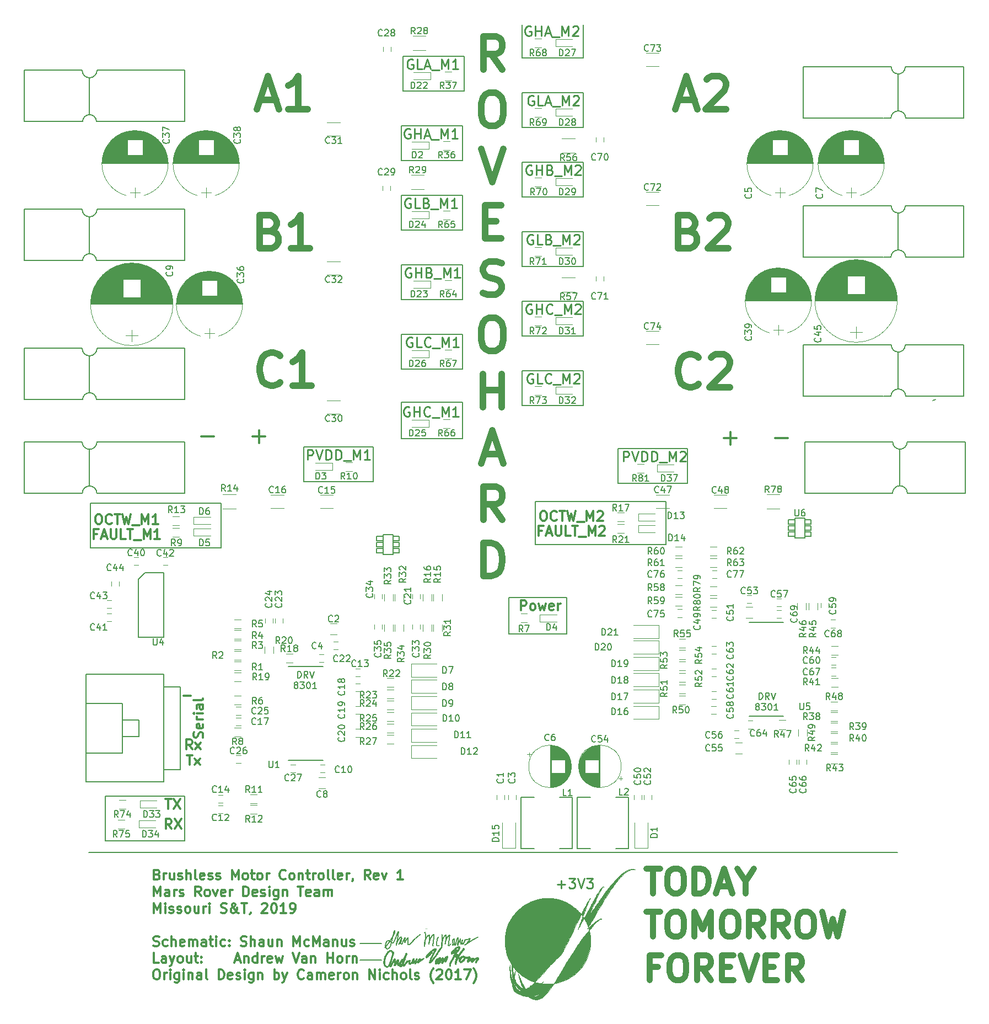
<source format=gbr>
G04 #@! TF.GenerationSoftware,KiCad,Pcbnew,(5.0.0)*
G04 #@! TF.CreationDate,2018-12-17T21:11:44-06:00*
G04 #@! TF.ProjectId,MotorController_Hardware,4D6F746F72436F6E74726F6C6C65725F,rev?*
G04 #@! TF.SameCoordinates,Original*
G04 #@! TF.FileFunction,Legend,Top*
G04 #@! TF.FilePolarity,Positive*
%FSLAX46Y46*%
G04 Gerber Fmt 4.6, Leading zero omitted, Abs format (unit mm)*
G04 Created by KiCad (PCBNEW (5.0.0)) date 12/17/18 21:11:44*
%MOMM*%
%LPD*%
G01*
G04 APERTURE LIST*
%ADD10C,0.952500*%
%ADD11C,0.200000*%
%ADD12C,0.300000*%
%ADD13C,0.254000*%
%ADD14C,1.016000*%
%ADD15C,0.150000*%
%ADD16C,0.317500*%
%ADD17C,0.120000*%
%ADD18C,0.152400*%
%ADD19C,0.010000*%
G04 APERTURE END LIST*
D10*
X136109982Y-87004071D02*
X138287125Y-87004071D01*
X137198553Y-90814071D02*
X137198553Y-87004071D01*
X140282839Y-87004071D02*
X141008553Y-87004071D01*
X141371410Y-87185500D01*
X141734267Y-87548357D01*
X141915696Y-88274071D01*
X141915696Y-89544071D01*
X141734267Y-90269785D01*
X141371410Y-90632642D01*
X141008553Y-90814071D01*
X140282839Y-90814071D01*
X139919982Y-90632642D01*
X139557125Y-90269785D01*
X139375696Y-89544071D01*
X139375696Y-88274071D01*
X139557125Y-87548357D01*
X139919982Y-87185500D01*
X140282839Y-87004071D01*
X143548553Y-90814071D02*
X143548553Y-87004071D01*
X144455696Y-87004071D01*
X144999982Y-87185500D01*
X145362839Y-87548357D01*
X145544267Y-87911214D01*
X145725696Y-88636928D01*
X145725696Y-89181214D01*
X145544267Y-89906928D01*
X145362839Y-90269785D01*
X144999982Y-90632642D01*
X144455696Y-90814071D01*
X143548553Y-90814071D01*
X147177125Y-89725500D02*
X148991410Y-89725500D01*
X146814267Y-90814071D02*
X148084267Y-87004071D01*
X149354267Y-90814071D01*
X151349982Y-88999785D02*
X151349982Y-90814071D01*
X150079982Y-87004071D02*
X151349982Y-88999785D01*
X152619982Y-87004071D01*
X136109982Y-93671571D02*
X138287125Y-93671571D01*
X137198553Y-97481571D02*
X137198553Y-93671571D01*
X140282839Y-93671571D02*
X141008553Y-93671571D01*
X141371410Y-93853000D01*
X141734267Y-94215857D01*
X141915696Y-94941571D01*
X141915696Y-96211571D01*
X141734267Y-96937285D01*
X141371410Y-97300142D01*
X141008553Y-97481571D01*
X140282839Y-97481571D01*
X139919982Y-97300142D01*
X139557125Y-96937285D01*
X139375696Y-96211571D01*
X139375696Y-94941571D01*
X139557125Y-94215857D01*
X139919982Y-93853000D01*
X140282839Y-93671571D01*
X143548553Y-97481571D02*
X143548553Y-93671571D01*
X144818553Y-96393000D01*
X146088553Y-93671571D01*
X146088553Y-97481571D01*
X148628553Y-93671571D02*
X149354267Y-93671571D01*
X149717125Y-93853000D01*
X150079982Y-94215857D01*
X150261410Y-94941571D01*
X150261410Y-96211571D01*
X150079982Y-96937285D01*
X149717125Y-97300142D01*
X149354267Y-97481571D01*
X148628553Y-97481571D01*
X148265696Y-97300142D01*
X147902839Y-96937285D01*
X147721410Y-96211571D01*
X147721410Y-94941571D01*
X147902839Y-94215857D01*
X148265696Y-93853000D01*
X148628553Y-93671571D01*
X154071410Y-97481571D02*
X152801410Y-95667285D01*
X151894267Y-97481571D02*
X151894267Y-93671571D01*
X153345696Y-93671571D01*
X153708553Y-93853000D01*
X153889982Y-94034428D01*
X154071410Y-94397285D01*
X154071410Y-94941571D01*
X153889982Y-95304428D01*
X153708553Y-95485857D01*
X153345696Y-95667285D01*
X151894267Y-95667285D01*
X157881410Y-97481571D02*
X156611410Y-95667285D01*
X155704267Y-97481571D02*
X155704267Y-93671571D01*
X157155696Y-93671571D01*
X157518553Y-93853000D01*
X157699982Y-94034428D01*
X157881410Y-94397285D01*
X157881410Y-94941571D01*
X157699982Y-95304428D01*
X157518553Y-95485857D01*
X157155696Y-95667285D01*
X155704267Y-95667285D01*
X160239982Y-93671571D02*
X160965696Y-93671571D01*
X161328553Y-93853000D01*
X161691410Y-94215857D01*
X161872839Y-94941571D01*
X161872839Y-96211571D01*
X161691410Y-96937285D01*
X161328553Y-97300142D01*
X160965696Y-97481571D01*
X160239982Y-97481571D01*
X159877125Y-97300142D01*
X159514267Y-96937285D01*
X159332839Y-96211571D01*
X159332839Y-94941571D01*
X159514267Y-94215857D01*
X159877125Y-93853000D01*
X160239982Y-93671571D01*
X163142839Y-93671571D02*
X164049982Y-97481571D01*
X164775696Y-94760142D01*
X165501410Y-97481571D01*
X166408553Y-93671571D01*
X137924267Y-102153357D02*
X136654267Y-102153357D01*
X136654267Y-104149071D02*
X136654267Y-100339071D01*
X138468553Y-100339071D01*
X140645696Y-100339071D02*
X141371410Y-100339071D01*
X141734267Y-100520500D01*
X142097125Y-100883357D01*
X142278553Y-101609071D01*
X142278553Y-102879071D01*
X142097125Y-103604785D01*
X141734267Y-103967642D01*
X141371410Y-104149071D01*
X140645696Y-104149071D01*
X140282839Y-103967642D01*
X139919982Y-103604785D01*
X139738553Y-102879071D01*
X139738553Y-101609071D01*
X139919982Y-100883357D01*
X140282839Y-100520500D01*
X140645696Y-100339071D01*
X146088553Y-104149071D02*
X144818553Y-102334785D01*
X143911410Y-104149071D02*
X143911410Y-100339071D01*
X145362839Y-100339071D01*
X145725696Y-100520500D01*
X145907125Y-100701928D01*
X146088553Y-101064785D01*
X146088553Y-101609071D01*
X145907125Y-101971928D01*
X145725696Y-102153357D01*
X145362839Y-102334785D01*
X143911410Y-102334785D01*
X147721410Y-102153357D02*
X148991410Y-102153357D01*
X149535696Y-104149071D02*
X147721410Y-104149071D01*
X147721410Y-100339071D01*
X149535696Y-100339071D01*
X150624267Y-100339071D02*
X151894267Y-104149071D01*
X153164267Y-100339071D01*
X154434267Y-102153357D02*
X155704267Y-102153357D01*
X156248553Y-104149071D02*
X154434267Y-104149071D01*
X154434267Y-100339071D01*
X156248553Y-100339071D01*
X160058553Y-104149071D02*
X158788553Y-102334785D01*
X157881410Y-104149071D02*
X157881410Y-100339071D01*
X159332839Y-100339071D01*
X159695696Y-100520500D01*
X159877125Y-100701928D01*
X160058553Y-101064785D01*
X160058553Y-101609071D01*
X159877125Y-101971928D01*
X159695696Y-102153357D01*
X159332839Y-102334785D01*
X157881410Y-102334785D01*
D11*
X92202000Y-98552000D02*
X95504000Y-98552000D01*
X92202000Y-101092000D02*
X95504000Y-101092000D01*
D12*
X65615857Y-69663571D02*
X66473000Y-69663571D01*
X66044428Y-71163571D02*
X66044428Y-69663571D01*
X66830142Y-71163571D02*
X67615857Y-70163571D01*
X66830142Y-70163571D02*
X67615857Y-71163571D01*
X66433285Y-68750571D02*
X65933285Y-68036285D01*
X65576142Y-68750571D02*
X65576142Y-67250571D01*
X66147571Y-67250571D01*
X66290428Y-67322000D01*
X66361857Y-67393428D01*
X66433285Y-67536285D01*
X66433285Y-67750571D01*
X66361857Y-67893428D01*
X66290428Y-67964857D01*
X66147571Y-68036285D01*
X65576142Y-68036285D01*
X66933285Y-68750571D02*
X67719000Y-67750571D01*
X66933285Y-67750571D02*
X67719000Y-68750571D01*
X65087571Y-60559142D02*
X66230428Y-60559142D01*
X68044142Y-66972285D02*
X68115571Y-66758000D01*
X68115571Y-66400857D01*
X68044142Y-66258000D01*
X67972714Y-66186571D01*
X67829857Y-66115142D01*
X67687000Y-66115142D01*
X67544142Y-66186571D01*
X67472714Y-66258000D01*
X67401285Y-66400857D01*
X67329857Y-66686571D01*
X67258428Y-66829428D01*
X67187000Y-66900857D01*
X67044142Y-66972285D01*
X66901285Y-66972285D01*
X66758428Y-66900857D01*
X66687000Y-66829428D01*
X66615571Y-66686571D01*
X66615571Y-66329428D01*
X66687000Y-66115142D01*
X68044142Y-64900857D02*
X68115571Y-65043714D01*
X68115571Y-65329428D01*
X68044142Y-65472285D01*
X67901285Y-65543714D01*
X67329857Y-65543714D01*
X67187000Y-65472285D01*
X67115571Y-65329428D01*
X67115571Y-65043714D01*
X67187000Y-64900857D01*
X67329857Y-64829428D01*
X67472714Y-64829428D01*
X67615571Y-65543714D01*
X68115571Y-64186571D02*
X67115571Y-64186571D01*
X67401285Y-64186571D02*
X67258428Y-64115142D01*
X67187000Y-64043714D01*
X67115571Y-63900857D01*
X67115571Y-63758000D01*
X68115571Y-63258000D02*
X67115571Y-63258000D01*
X66615571Y-63258000D02*
X66687000Y-63329428D01*
X66758428Y-63258000D01*
X66687000Y-63186571D01*
X66615571Y-63258000D01*
X66758428Y-63258000D01*
X68115571Y-61900857D02*
X67329857Y-61900857D01*
X67187000Y-61972285D01*
X67115571Y-62115142D01*
X67115571Y-62400857D01*
X67187000Y-62543714D01*
X68044142Y-61900857D02*
X68115571Y-62043714D01*
X68115571Y-62400857D01*
X68044142Y-62543714D01*
X67901285Y-62615142D01*
X67758428Y-62615142D01*
X67615571Y-62543714D01*
X67544142Y-62400857D01*
X67544142Y-62043714D01*
X67472714Y-61900857D01*
X68115571Y-60972285D02*
X68044142Y-61115142D01*
X67901285Y-61186571D01*
X66615571Y-61186571D01*
D11*
X94234000Y-22352000D02*
X83566000Y-22352000D01*
X94234000Y-27686000D02*
X94234000Y-22352000D01*
X83566000Y-27686000D02*
X94234000Y-27686000D01*
X83566000Y-22352000D02*
X83566000Y-27686000D01*
X131826000Y-22606000D02*
X142494000Y-22606000D01*
X131826000Y-27940000D02*
X131826000Y-22606000D01*
X142494000Y-27940000D02*
X131826000Y-27940000D01*
X142494000Y-26924000D02*
X142494000Y-27940000D01*
X142494000Y-22606000D02*
X142494000Y-26924000D01*
D13*
X132660571Y-24565428D02*
X132660571Y-23041428D01*
X133241142Y-23041428D01*
X133386285Y-23114000D01*
X133458857Y-23186571D01*
X133531428Y-23331714D01*
X133531428Y-23549428D01*
X133458857Y-23694571D01*
X133386285Y-23767142D01*
X133241142Y-23839714D01*
X132660571Y-23839714D01*
X133966857Y-23041428D02*
X134474857Y-24565428D01*
X134982857Y-23041428D01*
X135490857Y-24565428D02*
X135490857Y-23041428D01*
X135853714Y-23041428D01*
X136071428Y-23114000D01*
X136216571Y-23259142D01*
X136289142Y-23404285D01*
X136361714Y-23694571D01*
X136361714Y-23912285D01*
X136289142Y-24202571D01*
X136216571Y-24347714D01*
X136071428Y-24492857D01*
X135853714Y-24565428D01*
X135490857Y-24565428D01*
X137014857Y-24565428D02*
X137014857Y-23041428D01*
X137377714Y-23041428D01*
X137595428Y-23114000D01*
X137740571Y-23259142D01*
X137813142Y-23404285D01*
X137885714Y-23694571D01*
X137885714Y-23912285D01*
X137813142Y-24202571D01*
X137740571Y-24347714D01*
X137595428Y-24492857D01*
X137377714Y-24565428D01*
X137014857Y-24565428D01*
X138176000Y-24710571D02*
X139337142Y-24710571D01*
X139700000Y-24565428D02*
X139700000Y-23041428D01*
X140208000Y-24130000D01*
X140716000Y-23041428D01*
X140716000Y-24565428D01*
X141369142Y-23186571D02*
X141441714Y-23114000D01*
X141586857Y-23041428D01*
X141949714Y-23041428D01*
X142094857Y-23114000D01*
X142167428Y-23186571D01*
X142240000Y-23331714D01*
X142240000Y-23476857D01*
X142167428Y-23694571D01*
X141296571Y-24565428D01*
X142240000Y-24565428D01*
D14*
X114094380Y35547904D02*
X112401047Y37966952D01*
X111191523Y35547904D02*
X111191523Y40627904D01*
X113126761Y40627904D01*
X113610571Y40386000D01*
X113852476Y40144095D01*
X114094380Y39660285D01*
X114094380Y38934571D01*
X113852476Y38450761D01*
X113610571Y38208857D01*
X113126761Y37966952D01*
X111191523Y37966952D01*
X112038190Y31991904D02*
X113005809Y31991904D01*
X113489619Y31750000D01*
X113973428Y31266190D01*
X114215333Y30298571D01*
X114215333Y28605238D01*
X113973428Y27637619D01*
X113489619Y27153809D01*
X113005809Y26911904D01*
X112038190Y26911904D01*
X111554380Y27153809D01*
X111070571Y27637619D01*
X110828666Y28605238D01*
X110828666Y30298571D01*
X111070571Y31266190D01*
X111554380Y31750000D01*
X112038190Y31991904D01*
X110828666Y23355904D02*
X112522000Y18275904D01*
X114215333Y23355904D01*
X111433428Y12300857D02*
X113126761Y12300857D01*
X113852476Y9639904D02*
X111433428Y9639904D01*
X111433428Y14719904D01*
X113852476Y14719904D01*
X111070571Y1245809D02*
X111796285Y1003904D01*
X113005809Y1003904D01*
X113489619Y1245809D01*
X113731523Y1487714D01*
X113973428Y1971523D01*
X113973428Y2455333D01*
X113731523Y2939142D01*
X113489619Y3181047D01*
X113005809Y3422952D01*
X112038190Y3664857D01*
X111554380Y3906761D01*
X111312476Y4148666D01*
X111070571Y4632476D01*
X111070571Y5116285D01*
X111312476Y5600095D01*
X111554380Y5842000D01*
X112038190Y6083904D01*
X113247714Y6083904D01*
X113973428Y5842000D01*
X112038190Y-2552095D02*
X113005809Y-2552095D01*
X113489619Y-2794000D01*
X113973428Y-3277809D01*
X114215333Y-4245428D01*
X114215333Y-5938761D01*
X113973428Y-6906380D01*
X113489619Y-7390190D01*
X113005809Y-7632095D01*
X112038190Y-7632095D01*
X111554380Y-7390190D01*
X111070571Y-6906380D01*
X110828666Y-5938761D01*
X110828666Y-4245428D01*
X111070571Y-3277809D01*
X111554380Y-2794000D01*
X112038190Y-2552095D01*
X111070571Y-16268095D02*
X111070571Y-11188095D01*
X111070571Y-13607142D02*
X113973428Y-13607142D01*
X113973428Y-16268095D02*
X113973428Y-11188095D01*
X111312476Y-23452666D02*
X113731523Y-23452666D01*
X110828666Y-24904095D02*
X112522000Y-19824095D01*
X114215333Y-24904095D01*
X114094380Y-33540095D02*
X112401047Y-31121047D01*
X111191523Y-33540095D02*
X111191523Y-28460095D01*
X113126761Y-28460095D01*
X113610571Y-28702000D01*
X113852476Y-28943904D01*
X114094380Y-29427714D01*
X114094380Y-30153428D01*
X113852476Y-30637238D01*
X113610571Y-30879142D01*
X113126761Y-31121047D01*
X111191523Y-31121047D01*
X111191523Y-42176095D02*
X111191523Y-37096095D01*
X112401047Y-37096095D01*
X113126761Y-37338000D01*
X113610571Y-37821809D01*
X113852476Y-38305619D01*
X114094380Y-39273238D01*
X114094380Y-39998952D01*
X113852476Y-40966571D01*
X113610571Y-41450380D01*
X113126761Y-41934190D01*
X112401047Y-42176095D01*
X111191523Y-42176095D01*
D13*
X122536857Y-89516857D02*
X123698000Y-89516857D01*
X123117428Y-90097428D02*
X123117428Y-88936285D01*
X124278571Y-88573428D02*
X125222000Y-88573428D01*
X124714000Y-89154000D01*
X124931714Y-89154000D01*
X125076857Y-89226571D01*
X125149428Y-89299142D01*
X125222000Y-89444285D01*
X125222000Y-89807142D01*
X125149428Y-89952285D01*
X125076857Y-90024857D01*
X124931714Y-90097428D01*
X124496285Y-90097428D01*
X124351142Y-90024857D01*
X124278571Y-89952285D01*
X125657428Y-88573428D02*
X126165428Y-90097428D01*
X126673428Y-88573428D01*
X127036285Y-88573428D02*
X127979714Y-88573428D01*
X127471714Y-89154000D01*
X127689428Y-89154000D01*
X127834571Y-89226571D01*
X127907142Y-89299142D01*
X127979714Y-89444285D01*
X127979714Y-89807142D01*
X127907142Y-89952285D01*
X127834571Y-90024857D01*
X127689428Y-90097428D01*
X127254000Y-90097428D01*
X127108857Y-90024857D01*
X127036285Y-89952285D01*
D11*
X123952000Y-51054000D02*
X123952000Y-50800000D01*
X115062000Y-51054000D02*
X123952000Y-51054000D01*
X115062000Y-45466000D02*
X115062000Y-51054000D01*
X123952000Y-45466000D02*
X115062000Y-45466000D01*
X123952000Y-50800000D02*
X123952000Y-45466000D01*
D12*
X116923714Y-47414571D02*
X116923714Y-45914571D01*
X117495142Y-45914571D01*
X117638000Y-45986000D01*
X117709428Y-46057428D01*
X117780857Y-46200285D01*
X117780857Y-46414571D01*
X117709428Y-46557428D01*
X117638000Y-46628857D01*
X117495142Y-46700285D01*
X116923714Y-46700285D01*
X118638000Y-47414571D02*
X118495142Y-47343142D01*
X118423714Y-47271714D01*
X118352285Y-47128857D01*
X118352285Y-46700285D01*
X118423714Y-46557428D01*
X118495142Y-46486000D01*
X118638000Y-46414571D01*
X118852285Y-46414571D01*
X118995142Y-46486000D01*
X119066571Y-46557428D01*
X119138000Y-46700285D01*
X119138000Y-47128857D01*
X119066571Y-47271714D01*
X118995142Y-47343142D01*
X118852285Y-47414571D01*
X118638000Y-47414571D01*
X119638000Y-46414571D02*
X119923714Y-47414571D01*
X120209428Y-46700285D01*
X120495142Y-47414571D01*
X120780857Y-46414571D01*
X121923714Y-47343142D02*
X121780857Y-47414571D01*
X121495142Y-47414571D01*
X121352285Y-47343142D01*
X121280857Y-47200285D01*
X121280857Y-46628857D01*
X121352285Y-46486000D01*
X121495142Y-46414571D01*
X121780857Y-46414571D01*
X121923714Y-46486000D01*
X121995142Y-46628857D01*
X121995142Y-46771714D01*
X121280857Y-46914571D01*
X122638000Y-47414571D02*
X122638000Y-46414571D01*
X122638000Y-46700285D02*
X122709428Y-46557428D01*
X122780857Y-46486000D01*
X122923714Y-46414571D01*
X123066571Y-46414571D01*
D11*
X50800000Y-37846000D02*
X50800000Y-36576000D01*
X70866000Y-37846000D02*
X50800000Y-37846000D01*
X70866000Y-37084000D02*
X70866000Y-37846000D01*
X70866000Y-30988000D02*
X70866000Y-37084000D01*
X50800000Y-30988000D02*
X70866000Y-30988000D01*
X50800000Y-36830000D02*
X50800000Y-30988000D01*
X139192000Y-37338000D02*
X139192000Y-37084000D01*
X119126000Y-37338000D02*
X139192000Y-37338000D01*
X119126000Y-30734000D02*
X119126000Y-37338000D01*
X130302000Y-30734000D02*
X119126000Y-30734000D01*
X139192000Y-30734000D02*
X130302000Y-30734000D01*
X139192000Y-37084000D02*
X139192000Y-30734000D01*
D12*
X120249714Y-32198571D02*
X120535428Y-32198571D01*
X120678285Y-32270000D01*
X120821142Y-32412857D01*
X120892571Y-32698571D01*
X120892571Y-33198571D01*
X120821142Y-33484285D01*
X120678285Y-33627142D01*
X120535428Y-33698571D01*
X120249714Y-33698571D01*
X120106857Y-33627142D01*
X119964000Y-33484285D01*
X119892571Y-33198571D01*
X119892571Y-32698571D01*
X119964000Y-32412857D01*
X120106857Y-32270000D01*
X120249714Y-32198571D01*
X122392571Y-33555714D02*
X122321142Y-33627142D01*
X122106857Y-33698571D01*
X121964000Y-33698571D01*
X121749714Y-33627142D01*
X121606857Y-33484285D01*
X121535428Y-33341428D01*
X121464000Y-33055714D01*
X121464000Y-32841428D01*
X121535428Y-32555714D01*
X121606857Y-32412857D01*
X121749714Y-32270000D01*
X121964000Y-32198571D01*
X122106857Y-32198571D01*
X122321142Y-32270000D01*
X122392571Y-32341428D01*
X122821142Y-32198571D02*
X123678285Y-32198571D01*
X123249714Y-33698571D02*
X123249714Y-32198571D01*
X124035428Y-32198571D02*
X124392571Y-33698571D01*
X124678285Y-32627142D01*
X124964000Y-33698571D01*
X125321142Y-32198571D01*
X125535428Y-33841428D02*
X126678285Y-33841428D01*
X127035428Y-33698571D02*
X127035428Y-32198571D01*
X127535428Y-33270000D01*
X128035428Y-32198571D01*
X128035428Y-33698571D01*
X128678285Y-32341428D02*
X128749714Y-32270000D01*
X128892571Y-32198571D01*
X129249714Y-32198571D01*
X129392571Y-32270000D01*
X129464000Y-32341428D01*
X129535428Y-32484285D01*
X129535428Y-32627142D01*
X129464000Y-32841428D01*
X128606857Y-33698571D01*
X129535428Y-33698571D01*
X120178285Y-35198857D02*
X119678285Y-35198857D01*
X119678285Y-35984571D02*
X119678285Y-34484571D01*
X120392571Y-34484571D01*
X120892571Y-35556000D02*
X121606857Y-35556000D01*
X120749714Y-35984571D02*
X121249714Y-34484571D01*
X121749714Y-35984571D01*
X122249714Y-34484571D02*
X122249714Y-35698857D01*
X122321142Y-35841714D01*
X122392571Y-35913142D01*
X122535428Y-35984571D01*
X122821142Y-35984571D01*
X122964000Y-35913142D01*
X123035428Y-35841714D01*
X123106857Y-35698857D01*
X123106857Y-34484571D01*
X124535428Y-35984571D02*
X123821142Y-35984571D01*
X123821142Y-34484571D01*
X124821142Y-34484571D02*
X125678285Y-34484571D01*
X125249714Y-35984571D02*
X125249714Y-34484571D01*
X125821142Y-36127428D02*
X126964000Y-36127428D01*
X127321142Y-35984571D02*
X127321142Y-34484571D01*
X127821142Y-35556000D01*
X128321142Y-34484571D01*
X128321142Y-35984571D01*
X128964000Y-34627428D02*
X129035428Y-34556000D01*
X129178285Y-34484571D01*
X129535428Y-34484571D01*
X129678285Y-34556000D01*
X129749714Y-34627428D01*
X129821142Y-34770285D01*
X129821142Y-34913142D01*
X129749714Y-35127428D01*
X128892571Y-35984571D01*
X129821142Y-35984571D01*
D15*
X82629523Y-57793380D02*
X82629523Y-56793380D01*
X82867619Y-56793380D01*
X83010476Y-56841000D01*
X83105714Y-56936238D01*
X83153333Y-57031476D01*
X83200952Y-57221952D01*
X83200952Y-57364809D01*
X83153333Y-57555285D01*
X83105714Y-57650523D01*
X83010476Y-57745761D01*
X82867619Y-57793380D01*
X82629523Y-57793380D01*
X84200952Y-57793380D02*
X83867619Y-57317190D01*
X83629523Y-57793380D02*
X83629523Y-56793380D01*
X84010476Y-56793380D01*
X84105714Y-56841000D01*
X84153333Y-56888619D01*
X84200952Y-56983857D01*
X84200952Y-57126714D01*
X84153333Y-57221952D01*
X84105714Y-57269571D01*
X84010476Y-57317190D01*
X83629523Y-57317190D01*
X84486666Y-56793380D02*
X84820000Y-57793380D01*
X85153333Y-56793380D01*
X82296190Y-58871952D02*
X82200952Y-58824333D01*
X82153333Y-58776714D01*
X82105714Y-58681476D01*
X82105714Y-58633857D01*
X82153333Y-58538619D01*
X82200952Y-58491000D01*
X82296190Y-58443380D01*
X82486666Y-58443380D01*
X82581904Y-58491000D01*
X82629523Y-58538619D01*
X82677142Y-58633857D01*
X82677142Y-58681476D01*
X82629523Y-58776714D01*
X82581904Y-58824333D01*
X82486666Y-58871952D01*
X82296190Y-58871952D01*
X82200952Y-58919571D01*
X82153333Y-58967190D01*
X82105714Y-59062428D01*
X82105714Y-59252904D01*
X82153333Y-59348142D01*
X82200952Y-59395761D01*
X82296190Y-59443380D01*
X82486666Y-59443380D01*
X82581904Y-59395761D01*
X82629523Y-59348142D01*
X82677142Y-59252904D01*
X82677142Y-59062428D01*
X82629523Y-58967190D01*
X82581904Y-58919571D01*
X82486666Y-58871952D01*
X83010476Y-58443380D02*
X83629523Y-58443380D01*
X83296190Y-58824333D01*
X83439047Y-58824333D01*
X83534285Y-58871952D01*
X83581904Y-58919571D01*
X83629523Y-59014809D01*
X83629523Y-59252904D01*
X83581904Y-59348142D01*
X83534285Y-59395761D01*
X83439047Y-59443380D01*
X83153333Y-59443380D01*
X83058095Y-59395761D01*
X83010476Y-59348142D01*
X84248571Y-58443380D02*
X84343809Y-58443380D01*
X84439047Y-58491000D01*
X84486666Y-58538619D01*
X84534285Y-58633857D01*
X84581904Y-58824333D01*
X84581904Y-59062428D01*
X84534285Y-59252904D01*
X84486666Y-59348142D01*
X84439047Y-59395761D01*
X84343809Y-59443380D01*
X84248571Y-59443380D01*
X84153333Y-59395761D01*
X84105714Y-59348142D01*
X84058095Y-59252904D01*
X84010476Y-59062428D01*
X84010476Y-58824333D01*
X84058095Y-58633857D01*
X84105714Y-58538619D01*
X84153333Y-58491000D01*
X84248571Y-58443380D01*
X85534285Y-59443380D02*
X84962857Y-59443380D01*
X85248571Y-59443380D02*
X85248571Y-58443380D01*
X85153333Y-58586238D01*
X85058095Y-58681476D01*
X84962857Y-58729095D01*
X153495523Y-61095380D02*
X153495523Y-60095380D01*
X153733619Y-60095380D01*
X153876476Y-60143000D01*
X153971714Y-60238238D01*
X154019333Y-60333476D01*
X154066952Y-60523952D01*
X154066952Y-60666809D01*
X154019333Y-60857285D01*
X153971714Y-60952523D01*
X153876476Y-61047761D01*
X153733619Y-61095380D01*
X153495523Y-61095380D01*
X155066952Y-61095380D02*
X154733619Y-60619190D01*
X154495523Y-61095380D02*
X154495523Y-60095380D01*
X154876476Y-60095380D01*
X154971714Y-60143000D01*
X155019333Y-60190619D01*
X155066952Y-60285857D01*
X155066952Y-60428714D01*
X155019333Y-60523952D01*
X154971714Y-60571571D01*
X154876476Y-60619190D01*
X154495523Y-60619190D01*
X155352666Y-60095380D02*
X155686000Y-61095380D01*
X156019333Y-60095380D01*
X153162190Y-62173952D02*
X153066952Y-62126333D01*
X153019333Y-62078714D01*
X152971714Y-61983476D01*
X152971714Y-61935857D01*
X153019333Y-61840619D01*
X153066952Y-61793000D01*
X153162190Y-61745380D01*
X153352666Y-61745380D01*
X153447904Y-61793000D01*
X153495523Y-61840619D01*
X153543142Y-61935857D01*
X153543142Y-61983476D01*
X153495523Y-62078714D01*
X153447904Y-62126333D01*
X153352666Y-62173952D01*
X153162190Y-62173952D01*
X153066952Y-62221571D01*
X153019333Y-62269190D01*
X152971714Y-62364428D01*
X152971714Y-62554904D01*
X153019333Y-62650142D01*
X153066952Y-62697761D01*
X153162190Y-62745380D01*
X153352666Y-62745380D01*
X153447904Y-62697761D01*
X153495523Y-62650142D01*
X153543142Y-62554904D01*
X153543142Y-62364428D01*
X153495523Y-62269190D01*
X153447904Y-62221571D01*
X153352666Y-62173952D01*
X153876476Y-61745380D02*
X154495523Y-61745380D01*
X154162190Y-62126333D01*
X154305047Y-62126333D01*
X154400285Y-62173952D01*
X154447904Y-62221571D01*
X154495523Y-62316809D01*
X154495523Y-62554904D01*
X154447904Y-62650142D01*
X154400285Y-62697761D01*
X154305047Y-62745380D01*
X154019333Y-62745380D01*
X153924095Y-62697761D01*
X153876476Y-62650142D01*
X155114571Y-61745380D02*
X155209809Y-61745380D01*
X155305047Y-61793000D01*
X155352666Y-61840619D01*
X155400285Y-61935857D01*
X155447904Y-62126333D01*
X155447904Y-62364428D01*
X155400285Y-62554904D01*
X155352666Y-62650142D01*
X155305047Y-62697761D01*
X155209809Y-62745380D01*
X155114571Y-62745380D01*
X155019333Y-62697761D01*
X154971714Y-62650142D01*
X154924095Y-62554904D01*
X154876476Y-62364428D01*
X154876476Y-62126333D01*
X154924095Y-61935857D01*
X154971714Y-61840619D01*
X155019333Y-61793000D01*
X155114571Y-61745380D01*
X156400285Y-62745380D02*
X155828857Y-62745380D01*
X156114571Y-62745380D02*
X156114571Y-61745380D01*
X156019333Y-61888238D01*
X155924095Y-61983476D01*
X155828857Y-62031095D01*
D11*
X65278000Y-82804000D02*
X65278000Y-75946000D01*
X53086000Y-82804000D02*
X65278000Y-82804000D01*
X53086000Y-75946000D02*
X53086000Y-82804000D01*
X53086000Y-75946000D02*
X65278000Y-75946000D01*
D12*
X63250000Y-80942571D02*
X62750000Y-80228285D01*
X62392857Y-80942571D02*
X62392857Y-79442571D01*
X62964285Y-79442571D01*
X63107142Y-79514000D01*
X63178571Y-79585428D01*
X63250000Y-79728285D01*
X63250000Y-79942571D01*
X63178571Y-80085428D01*
X63107142Y-80156857D01*
X62964285Y-80228285D01*
X62392857Y-80228285D01*
X63750000Y-79442571D02*
X64750000Y-80942571D01*
X64750000Y-79442571D02*
X63750000Y-80942571D01*
X62357142Y-76394571D02*
X63214285Y-76394571D01*
X62785714Y-77894571D02*
X62785714Y-76394571D01*
X63571428Y-76394571D02*
X64571428Y-77894571D01*
X64571428Y-76394571D02*
X63571428Y-77894571D01*
X51852285Y-35706857D02*
X51352285Y-35706857D01*
X51352285Y-36492571D02*
X51352285Y-34992571D01*
X52066571Y-34992571D01*
X52566571Y-36064000D02*
X53280857Y-36064000D01*
X52423714Y-36492571D02*
X52923714Y-34992571D01*
X53423714Y-36492571D01*
X53923714Y-34992571D02*
X53923714Y-36206857D01*
X53995142Y-36349714D01*
X54066571Y-36421142D01*
X54209428Y-36492571D01*
X54495142Y-36492571D01*
X54638000Y-36421142D01*
X54709428Y-36349714D01*
X54780857Y-36206857D01*
X54780857Y-34992571D01*
X56209428Y-36492571D02*
X55495142Y-36492571D01*
X55495142Y-34992571D01*
X56495142Y-34992571D02*
X57352285Y-34992571D01*
X56923714Y-36492571D02*
X56923714Y-34992571D01*
X57495142Y-36635428D02*
X58638000Y-36635428D01*
X58995142Y-36492571D02*
X58995142Y-34992571D01*
X59495142Y-36064000D01*
X59995142Y-34992571D01*
X59995142Y-36492571D01*
X61495142Y-36492571D02*
X60638000Y-36492571D01*
X61066571Y-36492571D02*
X61066571Y-34992571D01*
X60923714Y-35206857D01*
X60780857Y-35349714D01*
X60638000Y-35421142D01*
X51923714Y-32706571D02*
X52209428Y-32706571D01*
X52352285Y-32778000D01*
X52495142Y-32920857D01*
X52566571Y-33206571D01*
X52566571Y-33706571D01*
X52495142Y-33992285D01*
X52352285Y-34135142D01*
X52209428Y-34206571D01*
X51923714Y-34206571D01*
X51780857Y-34135142D01*
X51638000Y-33992285D01*
X51566571Y-33706571D01*
X51566571Y-33206571D01*
X51638000Y-32920857D01*
X51780857Y-32778000D01*
X51923714Y-32706571D01*
X54066571Y-34063714D02*
X53995142Y-34135142D01*
X53780857Y-34206571D01*
X53638000Y-34206571D01*
X53423714Y-34135142D01*
X53280857Y-33992285D01*
X53209428Y-33849428D01*
X53138000Y-33563714D01*
X53138000Y-33349428D01*
X53209428Y-33063714D01*
X53280857Y-32920857D01*
X53423714Y-32778000D01*
X53638000Y-32706571D01*
X53780857Y-32706571D01*
X53995142Y-32778000D01*
X54066571Y-32849428D01*
X54495142Y-32706571D02*
X55352285Y-32706571D01*
X54923714Y-34206571D02*
X54923714Y-32706571D01*
X55709428Y-32706571D02*
X56066571Y-34206571D01*
X56352285Y-33135142D01*
X56638000Y-34206571D01*
X56995142Y-32706571D01*
X57209428Y-34349428D02*
X58352285Y-34349428D01*
X58709428Y-34206571D02*
X58709428Y-32706571D01*
X59209428Y-33778000D01*
X59709428Y-32706571D01*
X59709428Y-34206571D01*
X61209428Y-34206571D02*
X60352285Y-34206571D01*
X60780857Y-34206571D02*
X60780857Y-32706571D01*
X60638000Y-32920857D01*
X60495142Y-33063714D01*
X60352285Y-33135142D01*
D11*
X107950000Y21590000D02*
X98552000Y21590000D01*
X107950000Y26924000D02*
X107950000Y21590000D01*
X98552000Y26924000D02*
X107950000Y26924000D01*
X98552000Y21590000D02*
X98552000Y26924000D01*
X98552000Y16256000D02*
X98552000Y10922000D01*
X107950000Y16256000D02*
X98552000Y16256000D01*
X107950000Y10922000D02*
X107950000Y16256000D01*
X98552000Y10922000D02*
X107950000Y10922000D01*
X107950000Y5588000D02*
X98552000Y5588000D01*
X107950000Y254000D02*
X107950000Y5588000D01*
X98552000Y254000D02*
X107950000Y254000D01*
X98552000Y5588000D02*
X98552000Y254000D01*
X98552000Y-5080000D02*
X98552000Y-10414000D01*
X107950000Y-5080000D02*
X98552000Y-5080000D01*
X107950000Y-10414000D02*
X107950000Y-5080000D01*
X98552000Y-10414000D02*
X107950000Y-10414000D01*
X107950000Y-15494000D02*
X98552000Y-15494000D01*
X107950000Y-21082000D02*
X107950000Y-15494000D01*
X98552000Y-21082000D02*
X107950000Y-21082000D01*
X98552000Y-15494000D02*
X98552000Y-21082000D01*
X126492000Y-16002000D02*
X117094000Y-16002000D01*
X126492000Y-10668000D02*
X126492000Y-16002000D01*
X117094000Y-16002000D02*
X117094000Y-10668000D01*
X117094000Y-10668000D02*
X126492000Y-10668000D01*
X117094000Y-5334000D02*
X117348000Y-5334000D01*
X117094000Y0D02*
X117094000Y-5334000D01*
X117348000Y0D02*
X117094000Y0D01*
X126492000Y-5334000D02*
X117348000Y-5334000D01*
X126492000Y0D02*
X126492000Y-5334000D01*
X117348000Y0D02*
X126492000Y0D01*
X117094000Y5334000D02*
X117094000Y10668000D01*
X126492000Y5334000D02*
X117094000Y5334000D01*
X126492000Y10668000D02*
X126492000Y5334000D01*
X117094000Y10668000D02*
X126492000Y10668000D01*
X126492000Y21336000D02*
X117094000Y21336000D01*
X126492000Y16002000D02*
X126492000Y21336000D01*
X117094000Y16002000D02*
X126492000Y16002000D01*
X117094000Y21336000D02*
X117094000Y16002000D01*
X117094000Y26670000D02*
X117094000Y32004000D01*
X126492000Y26670000D02*
X117094000Y26670000D01*
X126492000Y32004000D02*
X126492000Y26670000D01*
X117094000Y32004000D02*
X126492000Y32004000D01*
X108204000Y37592000D02*
X108204000Y37338000D01*
X98806000Y37592000D02*
X108204000Y37592000D01*
X98806000Y32258000D02*
X98806000Y37592000D01*
X108204000Y32258000D02*
X98806000Y32258000D01*
X108204000Y37338000D02*
X108204000Y32258000D01*
X117094000Y37338000D02*
X117094000Y42418000D01*
X126492000Y37338000D02*
X117094000Y37338000D01*
X126492000Y42418000D02*
X126492000Y37338000D01*
D13*
X118436571Y42164000D02*
X118291428Y42236571D01*
X118073714Y42236571D01*
X117856000Y42164000D01*
X117710857Y42018857D01*
X117638285Y41873714D01*
X117565714Y41583428D01*
X117565714Y41365714D01*
X117638285Y41075428D01*
X117710857Y40930285D01*
X117856000Y40785142D01*
X118073714Y40712571D01*
X118218857Y40712571D01*
X118436571Y40785142D01*
X118509142Y40857714D01*
X118509142Y41365714D01*
X118218857Y41365714D01*
X119162285Y40712571D02*
X119162285Y42236571D01*
X119162285Y41510857D02*
X120033142Y41510857D01*
X120033142Y40712571D02*
X120033142Y42236571D01*
X120686285Y41148000D02*
X121412000Y41148000D01*
X120541142Y40712571D02*
X121049142Y42236571D01*
X121557142Y40712571D01*
X121702285Y40567428D02*
X122863428Y40567428D01*
X123226285Y40712571D02*
X123226285Y42236571D01*
X123734285Y41148000D01*
X124242285Y42236571D01*
X124242285Y40712571D01*
X124895428Y42091428D02*
X124968000Y42164000D01*
X125113142Y42236571D01*
X125476000Y42236571D01*
X125621142Y42164000D01*
X125693714Y42091428D01*
X125766285Y41946285D01*
X125766285Y41801142D01*
X125693714Y41583428D01*
X124822857Y40712571D01*
X125766285Y40712571D01*
X118872000Y31496000D02*
X118726857Y31568571D01*
X118509142Y31568571D01*
X118291428Y31496000D01*
X118146285Y31350857D01*
X118073714Y31205714D01*
X118001142Y30915428D01*
X118001142Y30697714D01*
X118073714Y30407428D01*
X118146285Y30262285D01*
X118291428Y30117142D01*
X118509142Y30044571D01*
X118654285Y30044571D01*
X118872000Y30117142D01*
X118944571Y30189714D01*
X118944571Y30697714D01*
X118654285Y30697714D01*
X120323428Y30044571D02*
X119597714Y30044571D01*
X119597714Y31568571D01*
X120758857Y30480000D02*
X121484571Y30480000D01*
X120613714Y30044571D02*
X121121714Y31568571D01*
X121629714Y30044571D01*
X121774857Y29899428D02*
X122936000Y29899428D01*
X123298857Y30044571D02*
X123298857Y31568571D01*
X123806857Y30480000D01*
X124314857Y31568571D01*
X124314857Y30044571D01*
X124968000Y31423428D02*
X125040571Y31496000D01*
X125185714Y31568571D01*
X125548571Y31568571D01*
X125693714Y31496000D01*
X125766285Y31423428D01*
X125838857Y31278285D01*
X125838857Y31133142D01*
X125766285Y30915428D01*
X124895428Y30044571D01*
X125838857Y30044571D01*
X118581714Y20828000D02*
X118436571Y20900571D01*
X118218857Y20900571D01*
X118001142Y20828000D01*
X117856000Y20682857D01*
X117783428Y20537714D01*
X117710857Y20247428D01*
X117710857Y20029714D01*
X117783428Y19739428D01*
X117856000Y19594285D01*
X118001142Y19449142D01*
X118218857Y19376571D01*
X118364000Y19376571D01*
X118581714Y19449142D01*
X118654285Y19521714D01*
X118654285Y20029714D01*
X118364000Y20029714D01*
X119307428Y19376571D02*
X119307428Y20900571D01*
X119307428Y20174857D02*
X120178285Y20174857D01*
X120178285Y19376571D02*
X120178285Y20900571D01*
X121412000Y20174857D02*
X121629714Y20102285D01*
X121702285Y20029714D01*
X121774857Y19884571D01*
X121774857Y19666857D01*
X121702285Y19521714D01*
X121629714Y19449142D01*
X121484571Y19376571D01*
X120904000Y19376571D01*
X120904000Y20900571D01*
X121412000Y20900571D01*
X121557142Y20828000D01*
X121629714Y20755428D01*
X121702285Y20610285D01*
X121702285Y20465142D01*
X121629714Y20320000D01*
X121557142Y20247428D01*
X121412000Y20174857D01*
X120904000Y20174857D01*
X122065142Y19231428D02*
X123226285Y19231428D01*
X123589142Y19376571D02*
X123589142Y20900571D01*
X124097142Y19812000D01*
X124605142Y20900571D01*
X124605142Y19376571D01*
X125258285Y20755428D02*
X125330857Y20828000D01*
X125476000Y20900571D01*
X125838857Y20900571D01*
X125984000Y20828000D01*
X126056571Y20755428D01*
X126129142Y20610285D01*
X126129142Y20465142D01*
X126056571Y20247428D01*
X125185714Y19376571D01*
X126129142Y19376571D01*
X118763142Y10160000D02*
X118618000Y10232571D01*
X118400285Y10232571D01*
X118182571Y10160000D01*
X118037428Y10014857D01*
X117964857Y9869714D01*
X117892285Y9579428D01*
X117892285Y9361714D01*
X117964857Y9071428D01*
X118037428Y8926285D01*
X118182571Y8781142D01*
X118400285Y8708571D01*
X118545428Y8708571D01*
X118763142Y8781142D01*
X118835714Y8853714D01*
X118835714Y9361714D01*
X118545428Y9361714D01*
X120214571Y8708571D02*
X119488857Y8708571D01*
X119488857Y10232571D01*
X121230571Y9506857D02*
X121448285Y9434285D01*
X121520857Y9361714D01*
X121593428Y9216571D01*
X121593428Y8998857D01*
X121520857Y8853714D01*
X121448285Y8781142D01*
X121303142Y8708571D01*
X120722571Y8708571D01*
X120722571Y10232571D01*
X121230571Y10232571D01*
X121375714Y10160000D01*
X121448285Y10087428D01*
X121520857Y9942285D01*
X121520857Y9797142D01*
X121448285Y9652000D01*
X121375714Y9579428D01*
X121230571Y9506857D01*
X120722571Y9506857D01*
X121883714Y8563428D02*
X123044857Y8563428D01*
X123407714Y8708571D02*
X123407714Y10232571D01*
X123915714Y9144000D01*
X124423714Y10232571D01*
X124423714Y8708571D01*
X125076857Y10087428D02*
X125149428Y10160000D01*
X125294571Y10232571D01*
X125657428Y10232571D01*
X125802571Y10160000D01*
X125875142Y10087428D01*
X125947714Y9942285D01*
X125947714Y9797142D01*
X125875142Y9579428D01*
X125004285Y8708571D01*
X125947714Y8708571D01*
X118581714Y-508000D02*
X118436571Y-435428D01*
X118218857Y-435428D01*
X118001142Y-508000D01*
X117856000Y-653142D01*
X117783428Y-798285D01*
X117710857Y-1088571D01*
X117710857Y-1306285D01*
X117783428Y-1596571D01*
X117856000Y-1741714D01*
X118001142Y-1886857D01*
X118218857Y-1959428D01*
X118364000Y-1959428D01*
X118581714Y-1886857D01*
X118654285Y-1814285D01*
X118654285Y-1306285D01*
X118364000Y-1306285D01*
X119307428Y-1959428D02*
X119307428Y-435428D01*
X119307428Y-1161142D02*
X120178285Y-1161142D01*
X120178285Y-1959428D02*
X120178285Y-435428D01*
X121774857Y-1814285D02*
X121702285Y-1886857D01*
X121484571Y-1959428D01*
X121339428Y-1959428D01*
X121121714Y-1886857D01*
X120976571Y-1741714D01*
X120904000Y-1596571D01*
X120831428Y-1306285D01*
X120831428Y-1088571D01*
X120904000Y-798285D01*
X120976571Y-653142D01*
X121121714Y-508000D01*
X121339428Y-435428D01*
X121484571Y-435428D01*
X121702285Y-508000D01*
X121774857Y-580571D01*
X122065142Y-2104571D02*
X123226285Y-2104571D01*
X123589142Y-1959428D02*
X123589142Y-435428D01*
X124097142Y-1524000D01*
X124605142Y-435428D01*
X124605142Y-1959428D01*
X125258285Y-580571D02*
X125330857Y-508000D01*
X125476000Y-435428D01*
X125838857Y-435428D01*
X125984000Y-508000D01*
X126056571Y-580571D01*
X126129142Y-725714D01*
X126129142Y-870857D01*
X126056571Y-1088571D01*
X125185714Y-1959428D01*
X126129142Y-1959428D01*
X118763142Y-11176000D02*
X118618000Y-11103428D01*
X118400285Y-11103428D01*
X118182571Y-11176000D01*
X118037428Y-11321142D01*
X117964857Y-11466285D01*
X117892285Y-11756571D01*
X117892285Y-11974285D01*
X117964857Y-12264571D01*
X118037428Y-12409714D01*
X118182571Y-12554857D01*
X118400285Y-12627428D01*
X118545428Y-12627428D01*
X118763142Y-12554857D01*
X118835714Y-12482285D01*
X118835714Y-11974285D01*
X118545428Y-11974285D01*
X120214571Y-12627428D02*
X119488857Y-12627428D01*
X119488857Y-11103428D01*
X121593428Y-12482285D02*
X121520857Y-12554857D01*
X121303142Y-12627428D01*
X121158000Y-12627428D01*
X120940285Y-12554857D01*
X120795142Y-12409714D01*
X120722571Y-12264571D01*
X120650000Y-11974285D01*
X120650000Y-11756571D01*
X120722571Y-11466285D01*
X120795142Y-11321142D01*
X120940285Y-11176000D01*
X121158000Y-11103428D01*
X121303142Y-11103428D01*
X121520857Y-11176000D01*
X121593428Y-11248571D01*
X121883714Y-12772571D02*
X123044857Y-12772571D01*
X123407714Y-12627428D02*
X123407714Y-11103428D01*
X123915714Y-12192000D01*
X124423714Y-11103428D01*
X124423714Y-12627428D01*
X125076857Y-11248571D02*
X125149428Y-11176000D01*
X125294571Y-11103428D01*
X125657428Y-11103428D01*
X125802571Y-11176000D01*
X125875142Y-11248571D01*
X125947714Y-11393714D01*
X125947714Y-11538857D01*
X125875142Y-11756571D01*
X125004285Y-12627428D01*
X125947714Y-12627428D01*
D16*
X156004380Y-21009428D02*
X157939619Y-21009428D01*
X148130380Y-21009428D02*
X150065619Y-21009428D01*
X149098000Y-21977047D02*
X149098000Y-20041809D01*
X67866380Y-20755428D02*
X69801619Y-20755428D01*
X75740380Y-20755428D02*
X77675619Y-20755428D01*
X76708000Y-21723047D02*
X76708000Y-19787809D01*
D14*
X141151428Y30903333D02*
X143570476Y30903333D01*
X140667619Y29451904D02*
X142360952Y34531904D01*
X144054285Y29451904D01*
X145505714Y34048095D02*
X145747619Y34290000D01*
X146231428Y34531904D01*
X147440952Y34531904D01*
X147924761Y34290000D01*
X148166666Y34048095D01*
X148408571Y33564285D01*
X148408571Y33080476D01*
X148166666Y32354761D01*
X145263809Y29451904D01*
X148408571Y29451904D01*
X142723809Y10776857D02*
X143449523Y10534952D01*
X143691428Y10293047D01*
X143933333Y9809238D01*
X143933333Y9083523D01*
X143691428Y8599714D01*
X143449523Y8357809D01*
X142965714Y8115904D01*
X141030476Y8115904D01*
X141030476Y13195904D01*
X142723809Y13195904D01*
X143207619Y12954000D01*
X143449523Y12712095D01*
X143691428Y12228285D01*
X143691428Y11744476D01*
X143449523Y11260666D01*
X143207619Y11018761D01*
X142723809Y10776857D01*
X141030476Y10776857D01*
X145868571Y12712095D02*
X146110476Y12954000D01*
X146594285Y13195904D01*
X147803809Y13195904D01*
X148287619Y12954000D01*
X148529523Y12712095D01*
X148771428Y12228285D01*
X148771428Y11744476D01*
X148529523Y11018761D01*
X145626666Y8115904D01*
X148771428Y8115904D01*
X144187333Y-12736285D02*
X143945428Y-12978190D01*
X143219714Y-13220095D01*
X142735904Y-13220095D01*
X142010190Y-12978190D01*
X141526380Y-12494380D01*
X141284476Y-12010571D01*
X141042571Y-11042952D01*
X141042571Y-10317238D01*
X141284476Y-9349619D01*
X141526380Y-8865809D01*
X142010190Y-8382000D01*
X142735904Y-8140095D01*
X143219714Y-8140095D01*
X143945428Y-8382000D01*
X144187333Y-8623904D01*
X146122571Y-8623904D02*
X146364476Y-8382000D01*
X146848285Y-8140095D01*
X148057809Y-8140095D01*
X148541619Y-8382000D01*
X148783523Y-8623904D01*
X149025428Y-9107714D01*
X149025428Y-9591523D01*
X148783523Y-10317238D01*
X145880666Y-13220095D01*
X149025428Y-13220095D01*
X76889428Y30903333D02*
X79308476Y30903333D01*
X76405619Y29451904D02*
X78098952Y34531904D01*
X79792285Y29451904D01*
X84146571Y29451904D02*
X81243714Y29451904D01*
X82695142Y29451904D02*
X82695142Y34531904D01*
X82211333Y33806190D01*
X81727523Y33322380D01*
X81243714Y33080476D01*
X78461809Y10776857D02*
X79187523Y10534952D01*
X79429428Y10293047D01*
X79671333Y9809238D01*
X79671333Y9083523D01*
X79429428Y8599714D01*
X79187523Y8357809D01*
X78703714Y8115904D01*
X76768476Y8115904D01*
X76768476Y13195904D01*
X78461809Y13195904D01*
X78945619Y12954000D01*
X79187523Y12712095D01*
X79429428Y12228285D01*
X79429428Y11744476D01*
X79187523Y11260666D01*
X78945619Y11018761D01*
X78461809Y10776857D01*
X76768476Y10776857D01*
X84509428Y8115904D02*
X81606571Y8115904D01*
X83058000Y8115904D02*
X83058000Y13195904D01*
X82574190Y12470190D01*
X82090380Y11986380D01*
X81606571Y11744476D01*
X79925333Y-12482285D02*
X79683428Y-12724190D01*
X78957714Y-12966095D01*
X78473904Y-12966095D01*
X77748190Y-12724190D01*
X77264380Y-12240380D01*
X77022476Y-11756571D01*
X76780571Y-10788952D01*
X76780571Y-10063238D01*
X77022476Y-9095619D01*
X77264380Y-8611809D01*
X77748190Y-8128000D01*
X78473904Y-7886095D01*
X78957714Y-7886095D01*
X79683428Y-8128000D01*
X79925333Y-8369904D01*
X84763428Y-12966095D02*
X81860571Y-12966095D01*
X83312000Y-12966095D02*
X83312000Y-7886095D01*
X82828190Y-8611809D01*
X82344380Y-9095619D01*
X81860571Y-9337523D01*
D13*
X84146571Y-24311428D02*
X84146571Y-22787428D01*
X84727142Y-22787428D01*
X84872285Y-22860000D01*
X84944857Y-22932571D01*
X85017428Y-23077714D01*
X85017428Y-23295428D01*
X84944857Y-23440571D01*
X84872285Y-23513142D01*
X84727142Y-23585714D01*
X84146571Y-23585714D01*
X85452857Y-22787428D02*
X85960857Y-24311428D01*
X86468857Y-22787428D01*
X86976857Y-24311428D02*
X86976857Y-22787428D01*
X87339714Y-22787428D01*
X87557428Y-22860000D01*
X87702571Y-23005142D01*
X87775142Y-23150285D01*
X87847714Y-23440571D01*
X87847714Y-23658285D01*
X87775142Y-23948571D01*
X87702571Y-24093714D01*
X87557428Y-24238857D01*
X87339714Y-24311428D01*
X86976857Y-24311428D01*
X88500857Y-24311428D02*
X88500857Y-22787428D01*
X88863714Y-22787428D01*
X89081428Y-22860000D01*
X89226571Y-23005142D01*
X89299142Y-23150285D01*
X89371714Y-23440571D01*
X89371714Y-23658285D01*
X89299142Y-23948571D01*
X89226571Y-24093714D01*
X89081428Y-24238857D01*
X88863714Y-24311428D01*
X88500857Y-24311428D01*
X89662000Y-24456571D02*
X90823142Y-24456571D01*
X91186000Y-24311428D02*
X91186000Y-22787428D01*
X91694000Y-23876000D01*
X92202000Y-22787428D01*
X92202000Y-24311428D01*
X93726000Y-24311428D02*
X92855142Y-24311428D01*
X93290571Y-24311428D02*
X93290571Y-22787428D01*
X93145428Y-23005142D01*
X93000285Y-23150285D01*
X92855142Y-23222857D01*
X99785714Y-16256000D02*
X99640571Y-16183428D01*
X99422857Y-16183428D01*
X99205142Y-16256000D01*
X99060000Y-16401142D01*
X98987428Y-16546285D01*
X98914857Y-16836571D01*
X98914857Y-17054285D01*
X98987428Y-17344571D01*
X99060000Y-17489714D01*
X99205142Y-17634857D01*
X99422857Y-17707428D01*
X99568000Y-17707428D01*
X99785714Y-17634857D01*
X99858285Y-17562285D01*
X99858285Y-17054285D01*
X99568000Y-17054285D01*
X100511428Y-17707428D02*
X100511428Y-16183428D01*
X100511428Y-16909142D02*
X101382285Y-16909142D01*
X101382285Y-17707428D02*
X101382285Y-16183428D01*
X102978857Y-17562285D02*
X102906285Y-17634857D01*
X102688571Y-17707428D01*
X102543428Y-17707428D01*
X102325714Y-17634857D01*
X102180571Y-17489714D01*
X102108000Y-17344571D01*
X102035428Y-17054285D01*
X102035428Y-16836571D01*
X102108000Y-16546285D01*
X102180571Y-16401142D01*
X102325714Y-16256000D01*
X102543428Y-16183428D01*
X102688571Y-16183428D01*
X102906285Y-16256000D01*
X102978857Y-16328571D01*
X103269142Y-17852571D02*
X104430285Y-17852571D01*
X104793142Y-17707428D02*
X104793142Y-16183428D01*
X105301142Y-17272000D01*
X105809142Y-16183428D01*
X105809142Y-17707428D01*
X107333142Y-17707428D02*
X106462285Y-17707428D01*
X106897714Y-17707428D02*
X106897714Y-16183428D01*
X106752571Y-16401142D01*
X106607428Y-16546285D01*
X106462285Y-16618857D01*
X100221142Y-5588000D02*
X100076000Y-5515428D01*
X99858285Y-5515428D01*
X99640571Y-5588000D01*
X99495428Y-5733142D01*
X99422857Y-5878285D01*
X99350285Y-6168571D01*
X99350285Y-6386285D01*
X99422857Y-6676571D01*
X99495428Y-6821714D01*
X99640571Y-6966857D01*
X99858285Y-7039428D01*
X100003428Y-7039428D01*
X100221142Y-6966857D01*
X100293714Y-6894285D01*
X100293714Y-6386285D01*
X100003428Y-6386285D01*
X101672571Y-7039428D02*
X100946857Y-7039428D01*
X100946857Y-5515428D01*
X103051428Y-6894285D02*
X102978857Y-6966857D01*
X102761142Y-7039428D01*
X102616000Y-7039428D01*
X102398285Y-6966857D01*
X102253142Y-6821714D01*
X102180571Y-6676571D01*
X102108000Y-6386285D01*
X102108000Y-6168571D01*
X102180571Y-5878285D01*
X102253142Y-5733142D01*
X102398285Y-5588000D01*
X102616000Y-5515428D01*
X102761142Y-5515428D01*
X102978857Y-5588000D01*
X103051428Y-5660571D01*
X103341714Y-7184571D02*
X104502857Y-7184571D01*
X104865714Y-7039428D02*
X104865714Y-5515428D01*
X105373714Y-6604000D01*
X105881714Y-5515428D01*
X105881714Y-7039428D01*
X107405714Y-7039428D02*
X106534857Y-7039428D01*
X106970285Y-7039428D02*
X106970285Y-5515428D01*
X106825142Y-5733142D01*
X106680000Y-5878285D01*
X106534857Y-5950857D01*
X100039714Y5080000D02*
X99894571Y5152571D01*
X99676857Y5152571D01*
X99459142Y5080000D01*
X99314000Y4934857D01*
X99241428Y4789714D01*
X99168857Y4499428D01*
X99168857Y4281714D01*
X99241428Y3991428D01*
X99314000Y3846285D01*
X99459142Y3701142D01*
X99676857Y3628571D01*
X99822000Y3628571D01*
X100039714Y3701142D01*
X100112285Y3773714D01*
X100112285Y4281714D01*
X99822000Y4281714D01*
X100765428Y3628571D02*
X100765428Y5152571D01*
X100765428Y4426857D02*
X101636285Y4426857D01*
X101636285Y3628571D02*
X101636285Y5152571D01*
X102870000Y4426857D02*
X103087714Y4354285D01*
X103160285Y4281714D01*
X103232857Y4136571D01*
X103232857Y3918857D01*
X103160285Y3773714D01*
X103087714Y3701142D01*
X102942571Y3628571D01*
X102362000Y3628571D01*
X102362000Y5152571D01*
X102870000Y5152571D01*
X103015142Y5080000D01*
X103087714Y5007428D01*
X103160285Y4862285D01*
X103160285Y4717142D01*
X103087714Y4572000D01*
X103015142Y4499428D01*
X102870000Y4426857D01*
X102362000Y4426857D01*
X103523142Y3483428D02*
X104684285Y3483428D01*
X105047142Y3628571D02*
X105047142Y5152571D01*
X105555142Y4064000D01*
X106063142Y5152571D01*
X106063142Y3628571D01*
X107587142Y3628571D02*
X106716285Y3628571D01*
X107151714Y3628571D02*
X107151714Y5152571D01*
X107006571Y4934857D01*
X106861428Y4789714D01*
X106716285Y4717142D01*
X99967142Y15748000D02*
X99822000Y15820571D01*
X99604285Y15820571D01*
X99386571Y15748000D01*
X99241428Y15602857D01*
X99168857Y15457714D01*
X99096285Y15167428D01*
X99096285Y14949714D01*
X99168857Y14659428D01*
X99241428Y14514285D01*
X99386571Y14369142D01*
X99604285Y14296571D01*
X99749428Y14296571D01*
X99967142Y14369142D01*
X100039714Y14441714D01*
X100039714Y14949714D01*
X99749428Y14949714D01*
X101418571Y14296571D02*
X100692857Y14296571D01*
X100692857Y15820571D01*
X102434571Y15094857D02*
X102652285Y15022285D01*
X102724857Y14949714D01*
X102797428Y14804571D01*
X102797428Y14586857D01*
X102724857Y14441714D01*
X102652285Y14369142D01*
X102507142Y14296571D01*
X101926571Y14296571D01*
X101926571Y15820571D01*
X102434571Y15820571D01*
X102579714Y15748000D01*
X102652285Y15675428D01*
X102724857Y15530285D01*
X102724857Y15385142D01*
X102652285Y15240000D01*
X102579714Y15167428D01*
X102434571Y15094857D01*
X101926571Y15094857D01*
X103087714Y14151428D02*
X104248857Y14151428D01*
X104611714Y14296571D02*
X104611714Y15820571D01*
X105119714Y14732000D01*
X105627714Y15820571D01*
X105627714Y14296571D01*
X107151714Y14296571D02*
X106280857Y14296571D01*
X106716285Y14296571D02*
X106716285Y15820571D01*
X106571142Y15602857D01*
X106426000Y15457714D01*
X106280857Y15385142D01*
X99894571Y26416000D02*
X99749428Y26488571D01*
X99531714Y26488571D01*
X99314000Y26416000D01*
X99168857Y26270857D01*
X99096285Y26125714D01*
X99023714Y25835428D01*
X99023714Y25617714D01*
X99096285Y25327428D01*
X99168857Y25182285D01*
X99314000Y25037142D01*
X99531714Y24964571D01*
X99676857Y24964571D01*
X99894571Y25037142D01*
X99967142Y25109714D01*
X99967142Y25617714D01*
X99676857Y25617714D01*
X100620285Y24964571D02*
X100620285Y26488571D01*
X100620285Y25762857D02*
X101491142Y25762857D01*
X101491142Y24964571D02*
X101491142Y26488571D01*
X102144285Y25400000D02*
X102870000Y25400000D01*
X101999142Y24964571D02*
X102507142Y26488571D01*
X103015142Y24964571D01*
X103160285Y24819428D02*
X104321428Y24819428D01*
X104684285Y24964571D02*
X104684285Y26488571D01*
X105192285Y25400000D01*
X105700285Y26488571D01*
X105700285Y24964571D01*
X107224285Y24964571D02*
X106353428Y24964571D01*
X106788857Y24964571D02*
X106788857Y26488571D01*
X106643714Y26270857D01*
X106498571Y26125714D01*
X106353428Y26053142D01*
X100330000Y37084000D02*
X100184857Y37156571D01*
X99967142Y37156571D01*
X99749428Y37084000D01*
X99604285Y36938857D01*
X99531714Y36793714D01*
X99459142Y36503428D01*
X99459142Y36285714D01*
X99531714Y35995428D01*
X99604285Y35850285D01*
X99749428Y35705142D01*
X99967142Y35632571D01*
X100112285Y35632571D01*
X100330000Y35705142D01*
X100402571Y35777714D01*
X100402571Y36285714D01*
X100112285Y36285714D01*
X101781428Y35632571D02*
X101055714Y35632571D01*
X101055714Y37156571D01*
X102216857Y36068000D02*
X102942571Y36068000D01*
X102071714Y35632571D02*
X102579714Y37156571D01*
X103087714Y35632571D01*
X103232857Y35487428D02*
X104394000Y35487428D01*
X104756857Y35632571D02*
X104756857Y37156571D01*
X105264857Y36068000D01*
X105772857Y37156571D01*
X105772857Y35632571D01*
X107296857Y35632571D02*
X106426000Y35632571D01*
X106861428Y35632571D02*
X106861428Y37156571D01*
X106716285Y36938857D01*
X106571142Y36793714D01*
X106426000Y36721142D01*
D12*
X61072342Y-87975457D02*
X61286628Y-88046885D01*
X61358057Y-88118314D01*
X61429485Y-88261171D01*
X61429485Y-88475457D01*
X61358057Y-88618314D01*
X61286628Y-88689742D01*
X61143771Y-88761171D01*
X60572342Y-88761171D01*
X60572342Y-87261171D01*
X61072342Y-87261171D01*
X61215200Y-87332600D01*
X61286628Y-87404028D01*
X61358057Y-87546885D01*
X61358057Y-87689742D01*
X61286628Y-87832600D01*
X61215200Y-87904028D01*
X61072342Y-87975457D01*
X60572342Y-87975457D01*
X62072342Y-88761171D02*
X62072342Y-87761171D01*
X62072342Y-88046885D02*
X62143771Y-87904028D01*
X62215200Y-87832600D01*
X62358057Y-87761171D01*
X62500914Y-87761171D01*
X63643771Y-87761171D02*
X63643771Y-88761171D01*
X63000914Y-87761171D02*
X63000914Y-88546885D01*
X63072342Y-88689742D01*
X63215200Y-88761171D01*
X63429485Y-88761171D01*
X63572342Y-88689742D01*
X63643771Y-88618314D01*
X64286628Y-88689742D02*
X64429485Y-88761171D01*
X64715200Y-88761171D01*
X64858057Y-88689742D01*
X64929485Y-88546885D01*
X64929485Y-88475457D01*
X64858057Y-88332600D01*
X64715200Y-88261171D01*
X64500914Y-88261171D01*
X64358057Y-88189742D01*
X64286628Y-88046885D01*
X64286628Y-87975457D01*
X64358057Y-87832600D01*
X64500914Y-87761171D01*
X64715200Y-87761171D01*
X64858057Y-87832600D01*
X65572342Y-88761171D02*
X65572342Y-87261171D01*
X66215200Y-88761171D02*
X66215200Y-87975457D01*
X66143771Y-87832600D01*
X66000914Y-87761171D01*
X65786628Y-87761171D01*
X65643771Y-87832600D01*
X65572342Y-87904028D01*
X67143771Y-88761171D02*
X67000914Y-88689742D01*
X66929485Y-88546885D01*
X66929485Y-87261171D01*
X68286628Y-88689742D02*
X68143771Y-88761171D01*
X67858057Y-88761171D01*
X67715200Y-88689742D01*
X67643771Y-88546885D01*
X67643771Y-87975457D01*
X67715200Y-87832600D01*
X67858057Y-87761171D01*
X68143771Y-87761171D01*
X68286628Y-87832600D01*
X68358057Y-87975457D01*
X68358057Y-88118314D01*
X67643771Y-88261171D01*
X68929485Y-88689742D02*
X69072342Y-88761171D01*
X69358057Y-88761171D01*
X69500914Y-88689742D01*
X69572342Y-88546885D01*
X69572342Y-88475457D01*
X69500914Y-88332600D01*
X69358057Y-88261171D01*
X69143771Y-88261171D01*
X69000914Y-88189742D01*
X68929485Y-88046885D01*
X68929485Y-87975457D01*
X69000914Y-87832600D01*
X69143771Y-87761171D01*
X69358057Y-87761171D01*
X69500914Y-87832600D01*
X70143771Y-88689742D02*
X70286628Y-88761171D01*
X70572342Y-88761171D01*
X70715200Y-88689742D01*
X70786628Y-88546885D01*
X70786628Y-88475457D01*
X70715200Y-88332600D01*
X70572342Y-88261171D01*
X70358057Y-88261171D01*
X70215200Y-88189742D01*
X70143771Y-88046885D01*
X70143771Y-87975457D01*
X70215200Y-87832600D01*
X70358057Y-87761171D01*
X70572342Y-87761171D01*
X70715200Y-87832600D01*
X72572342Y-88761171D02*
X72572342Y-87261171D01*
X73072342Y-88332600D01*
X73572342Y-87261171D01*
X73572342Y-88761171D01*
X74500914Y-88761171D02*
X74358057Y-88689742D01*
X74286628Y-88618314D01*
X74215200Y-88475457D01*
X74215200Y-88046885D01*
X74286628Y-87904028D01*
X74358057Y-87832600D01*
X74500914Y-87761171D01*
X74715200Y-87761171D01*
X74858057Y-87832600D01*
X74929485Y-87904028D01*
X75000914Y-88046885D01*
X75000914Y-88475457D01*
X74929485Y-88618314D01*
X74858057Y-88689742D01*
X74715200Y-88761171D01*
X74500914Y-88761171D01*
X75429485Y-87761171D02*
X76000914Y-87761171D01*
X75643771Y-87261171D02*
X75643771Y-88546885D01*
X75715200Y-88689742D01*
X75858057Y-88761171D01*
X76000914Y-88761171D01*
X76715200Y-88761171D02*
X76572342Y-88689742D01*
X76500914Y-88618314D01*
X76429485Y-88475457D01*
X76429485Y-88046885D01*
X76500914Y-87904028D01*
X76572342Y-87832600D01*
X76715200Y-87761171D01*
X76929485Y-87761171D01*
X77072342Y-87832600D01*
X77143771Y-87904028D01*
X77215200Y-88046885D01*
X77215200Y-88475457D01*
X77143771Y-88618314D01*
X77072342Y-88689742D01*
X76929485Y-88761171D01*
X76715200Y-88761171D01*
X77858057Y-88761171D02*
X77858057Y-87761171D01*
X77858057Y-88046885D02*
X77929485Y-87904028D01*
X78000914Y-87832600D01*
X78143771Y-87761171D01*
X78286628Y-87761171D01*
X80786628Y-88618314D02*
X80715200Y-88689742D01*
X80500914Y-88761171D01*
X80358057Y-88761171D01*
X80143771Y-88689742D01*
X80000914Y-88546885D01*
X79929485Y-88404028D01*
X79858057Y-88118314D01*
X79858057Y-87904028D01*
X79929485Y-87618314D01*
X80000914Y-87475457D01*
X80143771Y-87332600D01*
X80358057Y-87261171D01*
X80500914Y-87261171D01*
X80715200Y-87332600D01*
X80786628Y-87404028D01*
X81643771Y-88761171D02*
X81500914Y-88689742D01*
X81429485Y-88618314D01*
X81358057Y-88475457D01*
X81358057Y-88046885D01*
X81429485Y-87904028D01*
X81500914Y-87832600D01*
X81643771Y-87761171D01*
X81858057Y-87761171D01*
X82000914Y-87832600D01*
X82072342Y-87904028D01*
X82143771Y-88046885D01*
X82143771Y-88475457D01*
X82072342Y-88618314D01*
X82000914Y-88689742D01*
X81858057Y-88761171D01*
X81643771Y-88761171D01*
X82786628Y-87761171D02*
X82786628Y-88761171D01*
X82786628Y-87904028D02*
X82858057Y-87832600D01*
X83000914Y-87761171D01*
X83215200Y-87761171D01*
X83358057Y-87832600D01*
X83429485Y-87975457D01*
X83429485Y-88761171D01*
X83929485Y-87761171D02*
X84500914Y-87761171D01*
X84143771Y-87261171D02*
X84143771Y-88546885D01*
X84215200Y-88689742D01*
X84358057Y-88761171D01*
X84500914Y-88761171D01*
X85000914Y-88761171D02*
X85000914Y-87761171D01*
X85000914Y-88046885D02*
X85072342Y-87904028D01*
X85143771Y-87832600D01*
X85286628Y-87761171D01*
X85429485Y-87761171D01*
X86143771Y-88761171D02*
X86000914Y-88689742D01*
X85929485Y-88618314D01*
X85858057Y-88475457D01*
X85858057Y-88046885D01*
X85929485Y-87904028D01*
X86000914Y-87832600D01*
X86143771Y-87761171D01*
X86358057Y-87761171D01*
X86500914Y-87832600D01*
X86572342Y-87904028D01*
X86643771Y-88046885D01*
X86643771Y-88475457D01*
X86572342Y-88618314D01*
X86500914Y-88689742D01*
X86358057Y-88761171D01*
X86143771Y-88761171D01*
X87500914Y-88761171D02*
X87358057Y-88689742D01*
X87286628Y-88546885D01*
X87286628Y-87261171D01*
X88286628Y-88761171D02*
X88143771Y-88689742D01*
X88072342Y-88546885D01*
X88072342Y-87261171D01*
X89429485Y-88689742D02*
X89286628Y-88761171D01*
X89000914Y-88761171D01*
X88858057Y-88689742D01*
X88786628Y-88546885D01*
X88786628Y-87975457D01*
X88858057Y-87832600D01*
X89000914Y-87761171D01*
X89286628Y-87761171D01*
X89429485Y-87832600D01*
X89500914Y-87975457D01*
X89500914Y-88118314D01*
X88786628Y-88261171D01*
X90143771Y-88761171D02*
X90143771Y-87761171D01*
X90143771Y-88046885D02*
X90215200Y-87904028D01*
X90286628Y-87832600D01*
X90429485Y-87761171D01*
X90572342Y-87761171D01*
X91143771Y-88689742D02*
X91143771Y-88761171D01*
X91072342Y-88904028D01*
X91000914Y-88975457D01*
X93786628Y-88761171D02*
X93286628Y-88046885D01*
X92929485Y-88761171D02*
X92929485Y-87261171D01*
X93500914Y-87261171D01*
X93643771Y-87332600D01*
X93715200Y-87404028D01*
X93786628Y-87546885D01*
X93786628Y-87761171D01*
X93715200Y-87904028D01*
X93643771Y-87975457D01*
X93500914Y-88046885D01*
X92929485Y-88046885D01*
X95000914Y-88689742D02*
X94858057Y-88761171D01*
X94572342Y-88761171D01*
X94429485Y-88689742D01*
X94358057Y-88546885D01*
X94358057Y-87975457D01*
X94429485Y-87832600D01*
X94572342Y-87761171D01*
X94858057Y-87761171D01*
X95000914Y-87832600D01*
X95072342Y-87975457D01*
X95072342Y-88118314D01*
X94358057Y-88261171D01*
X95572342Y-87761171D02*
X95929485Y-88761171D01*
X96286628Y-87761171D01*
X98786628Y-88761171D02*
X97929485Y-88761171D01*
X98358057Y-88761171D02*
X98358057Y-87261171D01*
X98215200Y-87475457D01*
X98072342Y-87618314D01*
X97929485Y-87689742D01*
X60572342Y-91311171D02*
X60572342Y-89811171D01*
X61072342Y-90882600D01*
X61572342Y-89811171D01*
X61572342Y-91311171D01*
X62929485Y-91311171D02*
X62929485Y-90525457D01*
X62858057Y-90382600D01*
X62715200Y-90311171D01*
X62429485Y-90311171D01*
X62286628Y-90382600D01*
X62929485Y-91239742D02*
X62786628Y-91311171D01*
X62429485Y-91311171D01*
X62286628Y-91239742D01*
X62215200Y-91096885D01*
X62215200Y-90954028D01*
X62286628Y-90811171D01*
X62429485Y-90739742D01*
X62786628Y-90739742D01*
X62929485Y-90668314D01*
X63643771Y-91311171D02*
X63643771Y-90311171D01*
X63643771Y-90596885D02*
X63715200Y-90454028D01*
X63786628Y-90382600D01*
X63929485Y-90311171D01*
X64072342Y-90311171D01*
X64500914Y-91239742D02*
X64643771Y-91311171D01*
X64929485Y-91311171D01*
X65072342Y-91239742D01*
X65143771Y-91096885D01*
X65143771Y-91025457D01*
X65072342Y-90882600D01*
X64929485Y-90811171D01*
X64715200Y-90811171D01*
X64572342Y-90739742D01*
X64500914Y-90596885D01*
X64500914Y-90525457D01*
X64572342Y-90382600D01*
X64715200Y-90311171D01*
X64929485Y-90311171D01*
X65072342Y-90382600D01*
X67786628Y-91311171D02*
X67286628Y-90596885D01*
X66929485Y-91311171D02*
X66929485Y-89811171D01*
X67500914Y-89811171D01*
X67643771Y-89882600D01*
X67715200Y-89954028D01*
X67786628Y-90096885D01*
X67786628Y-90311171D01*
X67715200Y-90454028D01*
X67643771Y-90525457D01*
X67500914Y-90596885D01*
X66929485Y-90596885D01*
X68643771Y-91311171D02*
X68500914Y-91239742D01*
X68429485Y-91168314D01*
X68358057Y-91025457D01*
X68358057Y-90596885D01*
X68429485Y-90454028D01*
X68500914Y-90382600D01*
X68643771Y-90311171D01*
X68858057Y-90311171D01*
X69000914Y-90382600D01*
X69072342Y-90454028D01*
X69143771Y-90596885D01*
X69143771Y-91025457D01*
X69072342Y-91168314D01*
X69000914Y-91239742D01*
X68858057Y-91311171D01*
X68643771Y-91311171D01*
X69643771Y-90311171D02*
X70000914Y-91311171D01*
X70358057Y-90311171D01*
X71500914Y-91239742D02*
X71358057Y-91311171D01*
X71072342Y-91311171D01*
X70929485Y-91239742D01*
X70858057Y-91096885D01*
X70858057Y-90525457D01*
X70929485Y-90382600D01*
X71072342Y-90311171D01*
X71358057Y-90311171D01*
X71500914Y-90382600D01*
X71572342Y-90525457D01*
X71572342Y-90668314D01*
X70858057Y-90811171D01*
X72215200Y-91311171D02*
X72215200Y-90311171D01*
X72215200Y-90596885D02*
X72286628Y-90454028D01*
X72358057Y-90382600D01*
X72500914Y-90311171D01*
X72643771Y-90311171D01*
X74286628Y-91311171D02*
X74286628Y-89811171D01*
X74643771Y-89811171D01*
X74858057Y-89882600D01*
X75000914Y-90025457D01*
X75072342Y-90168314D01*
X75143771Y-90454028D01*
X75143771Y-90668314D01*
X75072342Y-90954028D01*
X75000914Y-91096885D01*
X74858057Y-91239742D01*
X74643771Y-91311171D01*
X74286628Y-91311171D01*
X76358057Y-91239742D02*
X76215200Y-91311171D01*
X75929485Y-91311171D01*
X75786628Y-91239742D01*
X75715200Y-91096885D01*
X75715200Y-90525457D01*
X75786628Y-90382600D01*
X75929485Y-90311171D01*
X76215200Y-90311171D01*
X76358057Y-90382600D01*
X76429485Y-90525457D01*
X76429485Y-90668314D01*
X75715200Y-90811171D01*
X77000914Y-91239742D02*
X77143771Y-91311171D01*
X77429485Y-91311171D01*
X77572342Y-91239742D01*
X77643771Y-91096885D01*
X77643771Y-91025457D01*
X77572342Y-90882600D01*
X77429485Y-90811171D01*
X77215200Y-90811171D01*
X77072342Y-90739742D01*
X77000914Y-90596885D01*
X77000914Y-90525457D01*
X77072342Y-90382600D01*
X77215200Y-90311171D01*
X77429485Y-90311171D01*
X77572342Y-90382600D01*
X78286628Y-91311171D02*
X78286628Y-90311171D01*
X78286628Y-89811171D02*
X78215200Y-89882600D01*
X78286628Y-89954028D01*
X78358057Y-89882600D01*
X78286628Y-89811171D01*
X78286628Y-89954028D01*
X79643771Y-90311171D02*
X79643771Y-91525457D01*
X79572342Y-91668314D01*
X79500914Y-91739742D01*
X79358057Y-91811171D01*
X79143771Y-91811171D01*
X79000914Y-91739742D01*
X79643771Y-91239742D02*
X79500914Y-91311171D01*
X79215200Y-91311171D01*
X79072342Y-91239742D01*
X79000914Y-91168314D01*
X78929485Y-91025457D01*
X78929485Y-90596885D01*
X79000914Y-90454028D01*
X79072342Y-90382600D01*
X79215200Y-90311171D01*
X79500914Y-90311171D01*
X79643771Y-90382600D01*
X80358057Y-90311171D02*
X80358057Y-91311171D01*
X80358057Y-90454028D02*
X80429485Y-90382600D01*
X80572342Y-90311171D01*
X80786628Y-90311171D01*
X80929485Y-90382600D01*
X81000914Y-90525457D01*
X81000914Y-91311171D01*
X82643771Y-89811171D02*
X83500914Y-89811171D01*
X83072342Y-91311171D02*
X83072342Y-89811171D01*
X84572342Y-91239742D02*
X84429485Y-91311171D01*
X84143771Y-91311171D01*
X84000914Y-91239742D01*
X83929485Y-91096885D01*
X83929485Y-90525457D01*
X84000914Y-90382600D01*
X84143771Y-90311171D01*
X84429485Y-90311171D01*
X84572342Y-90382600D01*
X84643771Y-90525457D01*
X84643771Y-90668314D01*
X83929485Y-90811171D01*
X85929485Y-91311171D02*
X85929485Y-90525457D01*
X85858057Y-90382600D01*
X85715200Y-90311171D01*
X85429485Y-90311171D01*
X85286628Y-90382600D01*
X85929485Y-91239742D02*
X85786628Y-91311171D01*
X85429485Y-91311171D01*
X85286628Y-91239742D01*
X85215200Y-91096885D01*
X85215200Y-90954028D01*
X85286628Y-90811171D01*
X85429485Y-90739742D01*
X85786628Y-90739742D01*
X85929485Y-90668314D01*
X86643771Y-91311171D02*
X86643771Y-90311171D01*
X86643771Y-90454028D02*
X86715200Y-90382600D01*
X86858057Y-90311171D01*
X87072342Y-90311171D01*
X87215200Y-90382600D01*
X87286628Y-90525457D01*
X87286628Y-91311171D01*
X87286628Y-90525457D02*
X87358057Y-90382600D01*
X87500914Y-90311171D01*
X87715200Y-90311171D01*
X87858057Y-90382600D01*
X87929485Y-90525457D01*
X87929485Y-91311171D01*
X60572342Y-93861171D02*
X60572342Y-92361171D01*
X61072342Y-93432600D01*
X61572342Y-92361171D01*
X61572342Y-93861171D01*
X62286628Y-93861171D02*
X62286628Y-92861171D01*
X62286628Y-92361171D02*
X62215200Y-92432600D01*
X62286628Y-92504028D01*
X62358057Y-92432600D01*
X62286628Y-92361171D01*
X62286628Y-92504028D01*
X62929485Y-93789742D02*
X63072342Y-93861171D01*
X63358057Y-93861171D01*
X63500914Y-93789742D01*
X63572342Y-93646885D01*
X63572342Y-93575457D01*
X63500914Y-93432600D01*
X63358057Y-93361171D01*
X63143771Y-93361171D01*
X63000914Y-93289742D01*
X62929485Y-93146885D01*
X62929485Y-93075457D01*
X63000914Y-92932600D01*
X63143771Y-92861171D01*
X63358057Y-92861171D01*
X63500914Y-92932600D01*
X64143771Y-93789742D02*
X64286628Y-93861171D01*
X64572342Y-93861171D01*
X64715200Y-93789742D01*
X64786628Y-93646885D01*
X64786628Y-93575457D01*
X64715200Y-93432600D01*
X64572342Y-93361171D01*
X64358057Y-93361171D01*
X64215200Y-93289742D01*
X64143771Y-93146885D01*
X64143771Y-93075457D01*
X64215200Y-92932600D01*
X64358057Y-92861171D01*
X64572342Y-92861171D01*
X64715200Y-92932600D01*
X65643771Y-93861171D02*
X65500914Y-93789742D01*
X65429485Y-93718314D01*
X65358057Y-93575457D01*
X65358057Y-93146885D01*
X65429485Y-93004028D01*
X65500914Y-92932600D01*
X65643771Y-92861171D01*
X65858057Y-92861171D01*
X66000914Y-92932600D01*
X66072342Y-93004028D01*
X66143771Y-93146885D01*
X66143771Y-93575457D01*
X66072342Y-93718314D01*
X66000914Y-93789742D01*
X65858057Y-93861171D01*
X65643771Y-93861171D01*
X67429485Y-92861171D02*
X67429485Y-93861171D01*
X66786628Y-92861171D02*
X66786628Y-93646885D01*
X66858057Y-93789742D01*
X67000914Y-93861171D01*
X67215200Y-93861171D01*
X67358057Y-93789742D01*
X67429485Y-93718314D01*
X68143771Y-93861171D02*
X68143771Y-92861171D01*
X68143771Y-93146885D02*
X68215200Y-93004028D01*
X68286628Y-92932600D01*
X68429485Y-92861171D01*
X68572342Y-92861171D01*
X69072342Y-93861171D02*
X69072342Y-92861171D01*
X69072342Y-92361171D02*
X69000914Y-92432600D01*
X69072342Y-92504028D01*
X69143771Y-92432600D01*
X69072342Y-92361171D01*
X69072342Y-92504028D01*
X70858057Y-93789742D02*
X71072342Y-93861171D01*
X71429485Y-93861171D01*
X71572342Y-93789742D01*
X71643771Y-93718314D01*
X71715200Y-93575457D01*
X71715200Y-93432600D01*
X71643771Y-93289742D01*
X71572342Y-93218314D01*
X71429485Y-93146885D01*
X71143771Y-93075457D01*
X71000914Y-93004028D01*
X70929485Y-92932600D01*
X70858057Y-92789742D01*
X70858057Y-92646885D01*
X70929485Y-92504028D01*
X71000914Y-92432600D01*
X71143771Y-92361171D01*
X71500914Y-92361171D01*
X71715200Y-92432600D01*
X73572342Y-93861171D02*
X73500914Y-93861171D01*
X73358057Y-93789742D01*
X73143771Y-93575457D01*
X72786628Y-93146885D01*
X72643771Y-92932600D01*
X72572342Y-92718314D01*
X72572342Y-92575457D01*
X72643771Y-92432600D01*
X72786628Y-92361171D01*
X72858057Y-92361171D01*
X73000914Y-92432600D01*
X73072342Y-92575457D01*
X73072342Y-92646885D01*
X73000914Y-92789742D01*
X72929485Y-92861171D01*
X72500914Y-93146885D01*
X72429485Y-93218314D01*
X72358057Y-93361171D01*
X72358057Y-93575457D01*
X72429485Y-93718314D01*
X72500914Y-93789742D01*
X72643771Y-93861171D01*
X72858057Y-93861171D01*
X73000914Y-93789742D01*
X73072342Y-93718314D01*
X73286628Y-93432600D01*
X73358057Y-93218314D01*
X73358057Y-93075457D01*
X74000914Y-92361171D02*
X74858057Y-92361171D01*
X74429485Y-93861171D02*
X74429485Y-92361171D01*
X75429485Y-93789742D02*
X75429485Y-93861171D01*
X75358057Y-94004028D01*
X75286628Y-94075457D01*
X77143771Y-92504028D02*
X77215200Y-92432600D01*
X77358057Y-92361171D01*
X77715200Y-92361171D01*
X77858057Y-92432600D01*
X77929485Y-92504028D01*
X78000914Y-92646885D01*
X78000914Y-92789742D01*
X77929485Y-93004028D01*
X77072342Y-93861171D01*
X78000914Y-93861171D01*
X78929485Y-92361171D02*
X79072342Y-92361171D01*
X79215200Y-92432600D01*
X79286628Y-92504028D01*
X79358057Y-92646885D01*
X79429485Y-92932600D01*
X79429485Y-93289742D01*
X79358057Y-93575457D01*
X79286628Y-93718314D01*
X79215200Y-93789742D01*
X79072342Y-93861171D01*
X78929485Y-93861171D01*
X78786628Y-93789742D01*
X78715200Y-93718314D01*
X78643771Y-93575457D01*
X78572342Y-93289742D01*
X78572342Y-92932600D01*
X78643771Y-92646885D01*
X78715200Y-92504028D01*
X78786628Y-92432600D01*
X78929485Y-92361171D01*
X80858057Y-93861171D02*
X80000914Y-93861171D01*
X80429485Y-93861171D02*
X80429485Y-92361171D01*
X80286628Y-92575457D01*
X80143771Y-92718314D01*
X80000914Y-92789742D01*
X81572342Y-93861171D02*
X81858057Y-93861171D01*
X82000914Y-93789742D01*
X82072342Y-93718314D01*
X82215200Y-93504028D01*
X82286628Y-93218314D01*
X82286628Y-92646885D01*
X82215200Y-92504028D01*
X82143771Y-92432600D01*
X82000914Y-92361171D01*
X81715200Y-92361171D01*
X81572342Y-92432600D01*
X81500914Y-92504028D01*
X81429485Y-92646885D01*
X81429485Y-93004028D01*
X81500914Y-93146885D01*
X81572342Y-93218314D01*
X81715200Y-93289742D01*
X82000914Y-93289742D01*
X82143771Y-93218314D01*
X82215200Y-93146885D01*
X82286628Y-93004028D01*
X60500914Y-98889742D02*
X60715200Y-98961171D01*
X61072342Y-98961171D01*
X61215200Y-98889742D01*
X61286628Y-98818314D01*
X61358057Y-98675457D01*
X61358057Y-98532600D01*
X61286628Y-98389742D01*
X61215200Y-98318314D01*
X61072342Y-98246885D01*
X60786628Y-98175457D01*
X60643771Y-98104028D01*
X60572342Y-98032600D01*
X60500914Y-97889742D01*
X60500914Y-97746885D01*
X60572342Y-97604028D01*
X60643771Y-97532600D01*
X60786628Y-97461171D01*
X61143771Y-97461171D01*
X61358057Y-97532600D01*
X62643771Y-98889742D02*
X62500914Y-98961171D01*
X62215200Y-98961171D01*
X62072342Y-98889742D01*
X62000914Y-98818314D01*
X61929485Y-98675457D01*
X61929485Y-98246885D01*
X62000914Y-98104028D01*
X62072342Y-98032600D01*
X62215200Y-97961171D01*
X62500914Y-97961171D01*
X62643771Y-98032600D01*
X63286628Y-98961171D02*
X63286628Y-97461171D01*
X63929485Y-98961171D02*
X63929485Y-98175457D01*
X63858057Y-98032600D01*
X63715200Y-97961171D01*
X63500914Y-97961171D01*
X63358057Y-98032600D01*
X63286628Y-98104028D01*
X65215200Y-98889742D02*
X65072342Y-98961171D01*
X64786628Y-98961171D01*
X64643771Y-98889742D01*
X64572342Y-98746885D01*
X64572342Y-98175457D01*
X64643771Y-98032600D01*
X64786628Y-97961171D01*
X65072342Y-97961171D01*
X65215200Y-98032600D01*
X65286628Y-98175457D01*
X65286628Y-98318314D01*
X64572342Y-98461171D01*
X65929485Y-98961171D02*
X65929485Y-97961171D01*
X65929485Y-98104028D02*
X66000914Y-98032600D01*
X66143771Y-97961171D01*
X66358057Y-97961171D01*
X66500914Y-98032600D01*
X66572342Y-98175457D01*
X66572342Y-98961171D01*
X66572342Y-98175457D02*
X66643771Y-98032600D01*
X66786628Y-97961171D01*
X67000914Y-97961171D01*
X67143771Y-98032600D01*
X67215200Y-98175457D01*
X67215200Y-98961171D01*
X68572342Y-98961171D02*
X68572342Y-98175457D01*
X68500914Y-98032600D01*
X68358057Y-97961171D01*
X68072342Y-97961171D01*
X67929485Y-98032600D01*
X68572342Y-98889742D02*
X68429485Y-98961171D01*
X68072342Y-98961171D01*
X67929485Y-98889742D01*
X67858057Y-98746885D01*
X67858057Y-98604028D01*
X67929485Y-98461171D01*
X68072342Y-98389742D01*
X68429485Y-98389742D01*
X68572342Y-98318314D01*
X69072342Y-97961171D02*
X69643771Y-97961171D01*
X69286628Y-97461171D02*
X69286628Y-98746885D01*
X69358057Y-98889742D01*
X69500914Y-98961171D01*
X69643771Y-98961171D01*
X70143771Y-98961171D02*
X70143771Y-97961171D01*
X70143771Y-97461171D02*
X70072342Y-97532600D01*
X70143771Y-97604028D01*
X70215200Y-97532600D01*
X70143771Y-97461171D01*
X70143771Y-97604028D01*
X71500914Y-98889742D02*
X71358057Y-98961171D01*
X71072342Y-98961171D01*
X70929485Y-98889742D01*
X70858057Y-98818314D01*
X70786628Y-98675457D01*
X70786628Y-98246885D01*
X70858057Y-98104028D01*
X70929485Y-98032600D01*
X71072342Y-97961171D01*
X71358057Y-97961171D01*
X71500914Y-98032600D01*
X72143771Y-98818314D02*
X72215200Y-98889742D01*
X72143771Y-98961171D01*
X72072342Y-98889742D01*
X72143771Y-98818314D01*
X72143771Y-98961171D01*
X72143771Y-98032600D02*
X72215200Y-98104028D01*
X72143771Y-98175457D01*
X72072342Y-98104028D01*
X72143771Y-98032600D01*
X72143771Y-98175457D01*
X73929485Y-98889742D02*
X74143771Y-98961171D01*
X74500914Y-98961171D01*
X74643771Y-98889742D01*
X74715200Y-98818314D01*
X74786628Y-98675457D01*
X74786628Y-98532600D01*
X74715200Y-98389742D01*
X74643771Y-98318314D01*
X74500914Y-98246885D01*
X74215200Y-98175457D01*
X74072342Y-98104028D01*
X74000914Y-98032600D01*
X73929485Y-97889742D01*
X73929485Y-97746885D01*
X74000914Y-97604028D01*
X74072342Y-97532600D01*
X74215200Y-97461171D01*
X74572342Y-97461171D01*
X74786628Y-97532600D01*
X75429485Y-98961171D02*
X75429485Y-97461171D01*
X76072342Y-98961171D02*
X76072342Y-98175457D01*
X76000914Y-98032600D01*
X75858057Y-97961171D01*
X75643771Y-97961171D01*
X75500914Y-98032600D01*
X75429485Y-98104028D01*
X77429485Y-98961171D02*
X77429485Y-98175457D01*
X77358057Y-98032600D01*
X77215200Y-97961171D01*
X76929485Y-97961171D01*
X76786628Y-98032600D01*
X77429485Y-98889742D02*
X77286628Y-98961171D01*
X76929485Y-98961171D01*
X76786628Y-98889742D01*
X76715200Y-98746885D01*
X76715200Y-98604028D01*
X76786628Y-98461171D01*
X76929485Y-98389742D01*
X77286628Y-98389742D01*
X77429485Y-98318314D01*
X78786628Y-97961171D02*
X78786628Y-98961171D01*
X78143771Y-97961171D02*
X78143771Y-98746885D01*
X78215200Y-98889742D01*
X78358057Y-98961171D01*
X78572342Y-98961171D01*
X78715200Y-98889742D01*
X78786628Y-98818314D01*
X79500914Y-97961171D02*
X79500914Y-98961171D01*
X79500914Y-98104028D02*
X79572342Y-98032600D01*
X79715200Y-97961171D01*
X79929485Y-97961171D01*
X80072342Y-98032600D01*
X80143771Y-98175457D01*
X80143771Y-98961171D01*
X82000914Y-98961171D02*
X82000914Y-97461171D01*
X82500914Y-98532600D01*
X83000914Y-97461171D01*
X83000914Y-98961171D01*
X84358057Y-98889742D02*
X84215200Y-98961171D01*
X83929485Y-98961171D01*
X83786628Y-98889742D01*
X83715200Y-98818314D01*
X83643771Y-98675457D01*
X83643771Y-98246885D01*
X83715200Y-98104028D01*
X83786628Y-98032600D01*
X83929485Y-97961171D01*
X84215200Y-97961171D01*
X84358057Y-98032600D01*
X85000914Y-98961171D02*
X85000914Y-97461171D01*
X85500914Y-98532600D01*
X86000914Y-97461171D01*
X86000914Y-98961171D01*
X87358057Y-98961171D02*
X87358057Y-98175457D01*
X87286628Y-98032600D01*
X87143771Y-97961171D01*
X86858057Y-97961171D01*
X86715200Y-98032600D01*
X87358057Y-98889742D02*
X87215200Y-98961171D01*
X86858057Y-98961171D01*
X86715200Y-98889742D01*
X86643771Y-98746885D01*
X86643771Y-98604028D01*
X86715200Y-98461171D01*
X86858057Y-98389742D01*
X87215200Y-98389742D01*
X87358057Y-98318314D01*
X88072342Y-97961171D02*
X88072342Y-98961171D01*
X88072342Y-98104028D02*
X88143771Y-98032600D01*
X88286628Y-97961171D01*
X88500914Y-97961171D01*
X88643771Y-98032600D01*
X88715200Y-98175457D01*
X88715200Y-98961171D01*
X90072342Y-97961171D02*
X90072342Y-98961171D01*
X89429485Y-97961171D02*
X89429485Y-98746885D01*
X89500914Y-98889742D01*
X89643771Y-98961171D01*
X89858057Y-98961171D01*
X90000914Y-98889742D01*
X90072342Y-98818314D01*
X90715200Y-98889742D02*
X90858057Y-98961171D01*
X91143771Y-98961171D01*
X91286628Y-98889742D01*
X91358057Y-98746885D01*
X91358057Y-98675457D01*
X91286628Y-98532600D01*
X91143771Y-98461171D01*
X90929485Y-98461171D01*
X90786628Y-98389742D01*
X90715200Y-98246885D01*
X90715200Y-98175457D01*
X90786628Y-98032600D01*
X90929485Y-97961171D01*
X91143771Y-97961171D01*
X91286628Y-98032600D01*
X61286628Y-101511171D02*
X60572342Y-101511171D01*
X60572342Y-100011171D01*
X62429485Y-101511171D02*
X62429485Y-100725457D01*
X62358057Y-100582600D01*
X62215200Y-100511171D01*
X61929485Y-100511171D01*
X61786628Y-100582600D01*
X62429485Y-101439742D02*
X62286628Y-101511171D01*
X61929485Y-101511171D01*
X61786628Y-101439742D01*
X61715200Y-101296885D01*
X61715200Y-101154028D01*
X61786628Y-101011171D01*
X61929485Y-100939742D01*
X62286628Y-100939742D01*
X62429485Y-100868314D01*
X63000914Y-100511171D02*
X63358057Y-101511171D01*
X63715200Y-100511171D02*
X63358057Y-101511171D01*
X63215200Y-101868314D01*
X63143771Y-101939742D01*
X63000914Y-102011171D01*
X64500914Y-101511171D02*
X64358057Y-101439742D01*
X64286628Y-101368314D01*
X64215200Y-101225457D01*
X64215200Y-100796885D01*
X64286628Y-100654028D01*
X64358057Y-100582600D01*
X64500914Y-100511171D01*
X64715200Y-100511171D01*
X64858057Y-100582600D01*
X64929485Y-100654028D01*
X65000914Y-100796885D01*
X65000914Y-101225457D01*
X64929485Y-101368314D01*
X64858057Y-101439742D01*
X64715200Y-101511171D01*
X64500914Y-101511171D01*
X66286628Y-100511171D02*
X66286628Y-101511171D01*
X65643771Y-100511171D02*
X65643771Y-101296885D01*
X65715200Y-101439742D01*
X65858057Y-101511171D01*
X66072342Y-101511171D01*
X66215200Y-101439742D01*
X66286628Y-101368314D01*
X66786628Y-100511171D02*
X67358057Y-100511171D01*
X67000914Y-100011171D02*
X67000914Y-101296885D01*
X67072342Y-101439742D01*
X67215200Y-101511171D01*
X67358057Y-101511171D01*
X67858057Y-101368314D02*
X67929485Y-101439742D01*
X67858057Y-101511171D01*
X67786628Y-101439742D01*
X67858057Y-101368314D01*
X67858057Y-101511171D01*
X67858057Y-100582600D02*
X67929485Y-100654028D01*
X67858057Y-100725457D01*
X67786628Y-100654028D01*
X67858057Y-100582600D01*
X67858057Y-100725457D01*
X73072342Y-101082600D02*
X73786628Y-101082600D01*
X72929485Y-101511171D02*
X73429485Y-100011171D01*
X73929485Y-101511171D01*
X74429485Y-100511171D02*
X74429485Y-101511171D01*
X74429485Y-100654028D02*
X74500914Y-100582600D01*
X74643771Y-100511171D01*
X74858057Y-100511171D01*
X75000914Y-100582600D01*
X75072342Y-100725457D01*
X75072342Y-101511171D01*
X76429485Y-101511171D02*
X76429485Y-100011171D01*
X76429485Y-101439742D02*
X76286628Y-101511171D01*
X76000914Y-101511171D01*
X75858057Y-101439742D01*
X75786628Y-101368314D01*
X75715200Y-101225457D01*
X75715200Y-100796885D01*
X75786628Y-100654028D01*
X75858057Y-100582600D01*
X76000914Y-100511171D01*
X76286628Y-100511171D01*
X76429485Y-100582600D01*
X77143771Y-101511171D02*
X77143771Y-100511171D01*
X77143771Y-100796885D02*
X77215200Y-100654028D01*
X77286628Y-100582600D01*
X77429485Y-100511171D01*
X77572342Y-100511171D01*
X78643771Y-101439742D02*
X78500914Y-101511171D01*
X78215200Y-101511171D01*
X78072342Y-101439742D01*
X78000914Y-101296885D01*
X78000914Y-100725457D01*
X78072342Y-100582600D01*
X78215200Y-100511171D01*
X78500914Y-100511171D01*
X78643771Y-100582600D01*
X78715200Y-100725457D01*
X78715200Y-100868314D01*
X78000914Y-101011171D01*
X79215200Y-100511171D02*
X79500914Y-101511171D01*
X79786628Y-100796885D01*
X80072342Y-101511171D01*
X80358057Y-100511171D01*
X81858057Y-100011171D02*
X82358057Y-101511171D01*
X82858057Y-100011171D01*
X84000914Y-101511171D02*
X84000914Y-100725457D01*
X83929485Y-100582600D01*
X83786628Y-100511171D01*
X83500914Y-100511171D01*
X83358057Y-100582600D01*
X84000914Y-101439742D02*
X83858057Y-101511171D01*
X83500914Y-101511171D01*
X83358057Y-101439742D01*
X83286628Y-101296885D01*
X83286628Y-101154028D01*
X83358057Y-101011171D01*
X83500914Y-100939742D01*
X83858057Y-100939742D01*
X84000914Y-100868314D01*
X84715200Y-100511171D02*
X84715200Y-101511171D01*
X84715200Y-100654028D02*
X84786628Y-100582600D01*
X84929485Y-100511171D01*
X85143771Y-100511171D01*
X85286628Y-100582600D01*
X85358057Y-100725457D01*
X85358057Y-101511171D01*
X87215200Y-101511171D02*
X87215200Y-100011171D01*
X87215200Y-100725457D02*
X88072342Y-100725457D01*
X88072342Y-101511171D02*
X88072342Y-100011171D01*
X89000914Y-101511171D02*
X88858057Y-101439742D01*
X88786628Y-101368314D01*
X88715200Y-101225457D01*
X88715200Y-100796885D01*
X88786628Y-100654028D01*
X88858057Y-100582600D01*
X89000914Y-100511171D01*
X89215200Y-100511171D01*
X89358057Y-100582600D01*
X89429485Y-100654028D01*
X89500914Y-100796885D01*
X89500914Y-101225457D01*
X89429485Y-101368314D01*
X89358057Y-101439742D01*
X89215200Y-101511171D01*
X89000914Y-101511171D01*
X90143771Y-101511171D02*
X90143771Y-100511171D01*
X90143771Y-100796885D02*
X90215200Y-100654028D01*
X90286628Y-100582600D01*
X90429485Y-100511171D01*
X90572342Y-100511171D01*
X91072342Y-100511171D02*
X91072342Y-101511171D01*
X91072342Y-100654028D02*
X91143771Y-100582600D01*
X91286628Y-100511171D01*
X91500914Y-100511171D01*
X91643771Y-100582600D01*
X91715200Y-100725457D01*
X91715200Y-101511171D01*
X60858057Y-102561171D02*
X61143771Y-102561171D01*
X61286628Y-102632600D01*
X61429485Y-102775457D01*
X61500914Y-103061171D01*
X61500914Y-103561171D01*
X61429485Y-103846885D01*
X61286628Y-103989742D01*
X61143771Y-104061171D01*
X60858057Y-104061171D01*
X60715200Y-103989742D01*
X60572342Y-103846885D01*
X60500914Y-103561171D01*
X60500914Y-103061171D01*
X60572342Y-102775457D01*
X60715200Y-102632600D01*
X60858057Y-102561171D01*
X62143771Y-104061171D02*
X62143771Y-103061171D01*
X62143771Y-103346885D02*
X62215200Y-103204028D01*
X62286628Y-103132600D01*
X62429485Y-103061171D01*
X62572342Y-103061171D01*
X63072342Y-104061171D02*
X63072342Y-103061171D01*
X63072342Y-102561171D02*
X63000914Y-102632600D01*
X63072342Y-102704028D01*
X63143771Y-102632600D01*
X63072342Y-102561171D01*
X63072342Y-102704028D01*
X64429485Y-103061171D02*
X64429485Y-104275457D01*
X64358057Y-104418314D01*
X64286628Y-104489742D01*
X64143771Y-104561171D01*
X63929485Y-104561171D01*
X63786628Y-104489742D01*
X64429485Y-103989742D02*
X64286628Y-104061171D01*
X64000914Y-104061171D01*
X63858057Y-103989742D01*
X63786628Y-103918314D01*
X63715200Y-103775457D01*
X63715200Y-103346885D01*
X63786628Y-103204028D01*
X63858057Y-103132600D01*
X64000914Y-103061171D01*
X64286628Y-103061171D01*
X64429485Y-103132600D01*
X65143771Y-104061171D02*
X65143771Y-103061171D01*
X65143771Y-102561171D02*
X65072342Y-102632600D01*
X65143771Y-102704028D01*
X65215200Y-102632600D01*
X65143771Y-102561171D01*
X65143771Y-102704028D01*
X65858057Y-103061171D02*
X65858057Y-104061171D01*
X65858057Y-103204028D02*
X65929485Y-103132600D01*
X66072342Y-103061171D01*
X66286628Y-103061171D01*
X66429485Y-103132600D01*
X66500914Y-103275457D01*
X66500914Y-104061171D01*
X67858057Y-104061171D02*
X67858057Y-103275457D01*
X67786628Y-103132600D01*
X67643771Y-103061171D01*
X67358057Y-103061171D01*
X67215200Y-103132600D01*
X67858057Y-103989742D02*
X67715200Y-104061171D01*
X67358057Y-104061171D01*
X67215200Y-103989742D01*
X67143771Y-103846885D01*
X67143771Y-103704028D01*
X67215200Y-103561171D01*
X67358057Y-103489742D01*
X67715200Y-103489742D01*
X67858057Y-103418314D01*
X68786628Y-104061171D02*
X68643771Y-103989742D01*
X68572342Y-103846885D01*
X68572342Y-102561171D01*
X70500914Y-104061171D02*
X70500914Y-102561171D01*
X70858057Y-102561171D01*
X71072342Y-102632600D01*
X71215200Y-102775457D01*
X71286628Y-102918314D01*
X71358057Y-103204028D01*
X71358057Y-103418314D01*
X71286628Y-103704028D01*
X71215200Y-103846885D01*
X71072342Y-103989742D01*
X70858057Y-104061171D01*
X70500914Y-104061171D01*
X72572342Y-103989742D02*
X72429485Y-104061171D01*
X72143771Y-104061171D01*
X72000914Y-103989742D01*
X71929485Y-103846885D01*
X71929485Y-103275457D01*
X72000914Y-103132600D01*
X72143771Y-103061171D01*
X72429485Y-103061171D01*
X72572342Y-103132600D01*
X72643771Y-103275457D01*
X72643771Y-103418314D01*
X71929485Y-103561171D01*
X73215200Y-103989742D02*
X73358057Y-104061171D01*
X73643771Y-104061171D01*
X73786628Y-103989742D01*
X73858057Y-103846885D01*
X73858057Y-103775457D01*
X73786628Y-103632600D01*
X73643771Y-103561171D01*
X73429485Y-103561171D01*
X73286628Y-103489742D01*
X73215200Y-103346885D01*
X73215200Y-103275457D01*
X73286628Y-103132600D01*
X73429485Y-103061171D01*
X73643771Y-103061171D01*
X73786628Y-103132600D01*
X74500914Y-104061171D02*
X74500914Y-103061171D01*
X74500914Y-102561171D02*
X74429485Y-102632600D01*
X74500914Y-102704028D01*
X74572342Y-102632600D01*
X74500914Y-102561171D01*
X74500914Y-102704028D01*
X75858057Y-103061171D02*
X75858057Y-104275457D01*
X75786628Y-104418314D01*
X75715200Y-104489742D01*
X75572342Y-104561171D01*
X75358057Y-104561171D01*
X75215200Y-104489742D01*
X75858057Y-103989742D02*
X75715200Y-104061171D01*
X75429485Y-104061171D01*
X75286628Y-103989742D01*
X75215200Y-103918314D01*
X75143771Y-103775457D01*
X75143771Y-103346885D01*
X75215200Y-103204028D01*
X75286628Y-103132600D01*
X75429485Y-103061171D01*
X75715200Y-103061171D01*
X75858057Y-103132600D01*
X76572342Y-103061171D02*
X76572342Y-104061171D01*
X76572342Y-103204028D02*
X76643771Y-103132600D01*
X76786628Y-103061171D01*
X77000914Y-103061171D01*
X77143771Y-103132600D01*
X77215200Y-103275457D01*
X77215200Y-104061171D01*
X79072342Y-104061171D02*
X79072342Y-102561171D01*
X79072342Y-103132600D02*
X79215200Y-103061171D01*
X79500914Y-103061171D01*
X79643771Y-103132600D01*
X79715200Y-103204028D01*
X79786628Y-103346885D01*
X79786628Y-103775457D01*
X79715200Y-103918314D01*
X79643771Y-103989742D01*
X79500914Y-104061171D01*
X79215200Y-104061171D01*
X79072342Y-103989742D01*
X80286628Y-103061171D02*
X80643771Y-104061171D01*
X81000914Y-103061171D02*
X80643771Y-104061171D01*
X80500914Y-104418314D01*
X80429485Y-104489742D01*
X80286628Y-104561171D01*
X83572342Y-103918314D02*
X83500914Y-103989742D01*
X83286628Y-104061171D01*
X83143771Y-104061171D01*
X82929485Y-103989742D01*
X82786628Y-103846885D01*
X82715200Y-103704028D01*
X82643771Y-103418314D01*
X82643771Y-103204028D01*
X82715200Y-102918314D01*
X82786628Y-102775457D01*
X82929485Y-102632600D01*
X83143771Y-102561171D01*
X83286628Y-102561171D01*
X83500914Y-102632600D01*
X83572342Y-102704028D01*
X84858057Y-104061171D02*
X84858057Y-103275457D01*
X84786628Y-103132600D01*
X84643771Y-103061171D01*
X84358057Y-103061171D01*
X84215200Y-103132600D01*
X84858057Y-103989742D02*
X84715200Y-104061171D01*
X84358057Y-104061171D01*
X84215200Y-103989742D01*
X84143771Y-103846885D01*
X84143771Y-103704028D01*
X84215200Y-103561171D01*
X84358057Y-103489742D01*
X84715200Y-103489742D01*
X84858057Y-103418314D01*
X85572342Y-104061171D02*
X85572342Y-103061171D01*
X85572342Y-103204028D02*
X85643771Y-103132600D01*
X85786628Y-103061171D01*
X86000914Y-103061171D01*
X86143771Y-103132600D01*
X86215200Y-103275457D01*
X86215200Y-104061171D01*
X86215200Y-103275457D02*
X86286628Y-103132600D01*
X86429485Y-103061171D01*
X86643771Y-103061171D01*
X86786628Y-103132600D01*
X86858057Y-103275457D01*
X86858057Y-104061171D01*
X88143771Y-103989742D02*
X88000914Y-104061171D01*
X87715200Y-104061171D01*
X87572342Y-103989742D01*
X87500914Y-103846885D01*
X87500914Y-103275457D01*
X87572342Y-103132600D01*
X87715200Y-103061171D01*
X88000914Y-103061171D01*
X88143771Y-103132600D01*
X88215200Y-103275457D01*
X88215200Y-103418314D01*
X87500914Y-103561171D01*
X88858057Y-104061171D02*
X88858057Y-103061171D01*
X88858057Y-103346885D02*
X88929485Y-103204028D01*
X89000914Y-103132600D01*
X89143771Y-103061171D01*
X89286628Y-103061171D01*
X90000914Y-104061171D02*
X89858057Y-103989742D01*
X89786628Y-103918314D01*
X89715200Y-103775457D01*
X89715200Y-103346885D01*
X89786628Y-103204028D01*
X89858057Y-103132600D01*
X90000914Y-103061171D01*
X90215200Y-103061171D01*
X90358057Y-103132600D01*
X90429485Y-103204028D01*
X90500914Y-103346885D01*
X90500914Y-103775457D01*
X90429485Y-103918314D01*
X90358057Y-103989742D01*
X90215200Y-104061171D01*
X90000914Y-104061171D01*
X91143771Y-103061171D02*
X91143771Y-104061171D01*
X91143771Y-103204028D02*
X91215200Y-103132600D01*
X91358057Y-103061171D01*
X91572342Y-103061171D01*
X91715200Y-103132600D01*
X91786628Y-103275457D01*
X91786628Y-104061171D01*
X93643771Y-104061171D02*
X93643771Y-102561171D01*
X94500914Y-104061171D01*
X94500914Y-102561171D01*
X95215200Y-104061171D02*
X95215200Y-103061171D01*
X95215200Y-102561171D02*
X95143771Y-102632600D01*
X95215200Y-102704028D01*
X95286628Y-102632600D01*
X95215200Y-102561171D01*
X95215200Y-102704028D01*
X96572342Y-103989742D02*
X96429485Y-104061171D01*
X96143771Y-104061171D01*
X96000914Y-103989742D01*
X95929485Y-103918314D01*
X95858057Y-103775457D01*
X95858057Y-103346885D01*
X95929485Y-103204028D01*
X96000914Y-103132600D01*
X96143771Y-103061171D01*
X96429485Y-103061171D01*
X96572342Y-103132600D01*
X97215200Y-104061171D02*
X97215200Y-102561171D01*
X97858057Y-104061171D02*
X97858057Y-103275457D01*
X97786628Y-103132600D01*
X97643771Y-103061171D01*
X97429485Y-103061171D01*
X97286628Y-103132600D01*
X97215200Y-103204028D01*
X98786628Y-104061171D02*
X98643771Y-103989742D01*
X98572342Y-103918314D01*
X98500914Y-103775457D01*
X98500914Y-103346885D01*
X98572342Y-103204028D01*
X98643771Y-103132600D01*
X98786628Y-103061171D01*
X99000914Y-103061171D01*
X99143771Y-103132600D01*
X99215200Y-103204028D01*
X99286628Y-103346885D01*
X99286628Y-103775457D01*
X99215200Y-103918314D01*
X99143771Y-103989742D01*
X99000914Y-104061171D01*
X98786628Y-104061171D01*
X100143771Y-104061171D02*
X100000914Y-103989742D01*
X99929485Y-103846885D01*
X99929485Y-102561171D01*
X100643771Y-103989742D02*
X100786628Y-104061171D01*
X101072342Y-104061171D01*
X101215200Y-103989742D01*
X101286628Y-103846885D01*
X101286628Y-103775457D01*
X101215200Y-103632600D01*
X101072342Y-103561171D01*
X100858057Y-103561171D01*
X100715200Y-103489742D01*
X100643771Y-103346885D01*
X100643771Y-103275457D01*
X100715200Y-103132600D01*
X100858057Y-103061171D01*
X101072342Y-103061171D01*
X101215200Y-103132600D01*
X103500914Y-104632600D02*
X103429485Y-104561171D01*
X103286628Y-104346885D01*
X103215200Y-104204028D01*
X103143771Y-103989742D01*
X103072342Y-103632600D01*
X103072342Y-103346885D01*
X103143771Y-102989742D01*
X103215200Y-102775457D01*
X103286628Y-102632600D01*
X103429485Y-102418314D01*
X103500914Y-102346885D01*
X104000914Y-102704028D02*
X104072342Y-102632600D01*
X104215200Y-102561171D01*
X104572342Y-102561171D01*
X104715200Y-102632600D01*
X104786628Y-102704028D01*
X104858057Y-102846885D01*
X104858057Y-102989742D01*
X104786628Y-103204028D01*
X103929485Y-104061171D01*
X104858057Y-104061171D01*
X105786628Y-102561171D02*
X105929485Y-102561171D01*
X106072342Y-102632600D01*
X106143771Y-102704028D01*
X106215200Y-102846885D01*
X106286628Y-103132600D01*
X106286628Y-103489742D01*
X106215200Y-103775457D01*
X106143771Y-103918314D01*
X106072342Y-103989742D01*
X105929485Y-104061171D01*
X105786628Y-104061171D01*
X105643771Y-103989742D01*
X105572342Y-103918314D01*
X105500914Y-103775457D01*
X105429485Y-103489742D01*
X105429485Y-103132600D01*
X105500914Y-102846885D01*
X105572342Y-102704028D01*
X105643771Y-102632600D01*
X105786628Y-102561171D01*
X107715200Y-104061171D02*
X106858057Y-104061171D01*
X107286628Y-104061171D02*
X107286628Y-102561171D01*
X107143771Y-102775457D01*
X107000914Y-102918314D01*
X106858057Y-102989742D01*
X108215200Y-102561171D02*
X109215200Y-102561171D01*
X108572342Y-104061171D01*
X109643771Y-104632600D02*
X109715200Y-104561171D01*
X109858057Y-104346885D01*
X109929485Y-104204028D01*
X110000914Y-103989742D01*
X110072342Y-103632600D01*
X110072342Y-103346885D01*
X110000914Y-102989742D01*
X109929485Y-102775457D01*
X109858057Y-102632600D01*
X109715200Y-102418314D01*
X109643771Y-102346885D01*
D15*
X50546000Y-84582000D02*
X174752000Y-84582000D01*
D17*
G04 #@! TO.C,C51*
X151502300Y-48602000D02*
X152502300Y-48602000D01*
X152502300Y-46902000D02*
X151502300Y-46902000D01*
G04 #@! TO.C,C55*
X149848000Y-69430000D02*
X150848000Y-69430000D01*
X150848000Y-67730000D02*
X149848000Y-67730000D01*
G04 #@! TO.C,C2*
X88658000Y-49442000D02*
X87658000Y-49442000D01*
X87658000Y-51142000D02*
X88658000Y-51142000D01*
G04 #@! TO.C,C8*
X86880000Y-73064000D02*
X85880000Y-73064000D01*
X85880000Y-74764000D02*
X86880000Y-74764000D01*
G04 #@! TO.C,C76*
X140940000Y-41310000D02*
X141640000Y-41310000D01*
X141640000Y-42510000D02*
X140940000Y-42510000D01*
D15*
G04 #@! TO.C,U3*
X180150600Y-15202600D02*
X180560600Y-15062600D01*
D17*
G04 #@! TO.C,C45*
X167502000Y-4760000D02*
X169302000Y-4760000D01*
X168402000Y-5660000D02*
X168402000Y-3860000D01*
X167938000Y6361000D02*
X168866000Y6361000D01*
X167571000Y6321000D02*
X169233000Y6321000D01*
X167320000Y6281000D02*
X169484000Y6281000D01*
X167117000Y6241000D02*
X169687000Y6241000D01*
X166942000Y6201000D02*
X169862000Y6201000D01*
X166786000Y6161000D02*
X170018000Y6161000D01*
X166645000Y6121000D02*
X170159000Y6121000D01*
X166514000Y6081000D02*
X170290000Y6081000D01*
X166393000Y6041000D02*
X170411000Y6041000D01*
X166280000Y6001000D02*
X170524000Y6001000D01*
X166172000Y5961000D02*
X170632000Y5961000D01*
X166071000Y5921000D02*
X170733000Y5921000D01*
X165974000Y5881000D02*
X170830000Y5881000D01*
X165881000Y5841000D02*
X170923000Y5841000D01*
X165792000Y5801000D02*
X171012000Y5801000D01*
X165707000Y5761000D02*
X171097000Y5761000D01*
X165625000Y5721000D02*
X171179000Y5721000D01*
X165546000Y5681000D02*
X171258000Y5681000D01*
X165469000Y5641000D02*
X171335000Y5641000D01*
X165395000Y5601000D02*
X171409000Y5601000D01*
X165323000Y5561000D02*
X171481000Y5561000D01*
X165253000Y5521000D02*
X171551000Y5521000D01*
X165185000Y5481000D02*
X171619000Y5481000D01*
X165120000Y5441000D02*
X171684000Y5441000D01*
X165055000Y5401000D02*
X171749000Y5401000D01*
X164993000Y5361000D02*
X171811000Y5361000D01*
X164932000Y5321000D02*
X171872000Y5321000D01*
X164872000Y5281000D02*
X171932000Y5281000D01*
X164814000Y5241000D02*
X171990000Y5241000D01*
X164758000Y5201000D02*
X172046000Y5201000D01*
X164702000Y5161000D02*
X172102000Y5161000D01*
X164648000Y5121000D02*
X172156000Y5121000D01*
X164595000Y5081000D02*
X172209000Y5081000D01*
X164543000Y5041000D02*
X172261000Y5041000D01*
X164493000Y5001000D02*
X172311000Y5001000D01*
X164443000Y4961000D02*
X172361000Y4961000D01*
X164394000Y4921000D02*
X172410000Y4921000D01*
X164346000Y4881000D02*
X172458000Y4881000D01*
X164300000Y4841000D02*
X172504000Y4841000D01*
X164254000Y4801000D02*
X172550000Y4801000D01*
X164209000Y4761000D02*
X172595000Y4761000D01*
X164164000Y4721000D02*
X172640000Y4721000D01*
X164121000Y4681000D02*
X172683000Y4681000D01*
X164079000Y4641000D02*
X172725000Y4641000D01*
X164037000Y4601000D02*
X172767000Y4601000D01*
X163996000Y4561000D02*
X172808000Y4561000D01*
X163955000Y4521000D02*
X172849000Y4521000D01*
X163916000Y4481000D02*
X172888000Y4481000D01*
X163877000Y4441000D02*
X172927000Y4441000D01*
X163839000Y4401000D02*
X172965000Y4401000D01*
X163801000Y4361000D02*
X173003000Y4361000D01*
X163764000Y4321000D02*
X173040000Y4321000D01*
X163728000Y4281000D02*
X173076000Y4281000D01*
X163692000Y4241000D02*
X173112000Y4241000D01*
X163657000Y4201000D02*
X173147000Y4201000D01*
X163623000Y4161000D02*
X173181000Y4161000D01*
X163589000Y4121000D02*
X173215000Y4121000D01*
X163555000Y4081000D02*
X173249000Y4081000D01*
X163523000Y4041000D02*
X173281000Y4041000D01*
X163490000Y4001000D02*
X173314000Y4001000D01*
X163459000Y3961000D02*
X173345000Y3961000D01*
X163427000Y3921000D02*
X173377000Y3921000D01*
X169782000Y3881000D02*
X173407000Y3881000D01*
X163397000Y3881000D02*
X167022000Y3881000D01*
X169782000Y3841000D02*
X173437000Y3841000D01*
X163367000Y3841000D02*
X167022000Y3841000D01*
X169782000Y3801000D02*
X173467000Y3801000D01*
X163337000Y3801000D02*
X167022000Y3801000D01*
X169782000Y3761000D02*
X173496000Y3761000D01*
X163308000Y3761000D02*
X167022000Y3761000D01*
X169782000Y3721000D02*
X173525000Y3721000D01*
X163279000Y3721000D02*
X167022000Y3721000D01*
X169782000Y3681000D02*
X173553000Y3681000D01*
X163251000Y3681000D02*
X167022000Y3681000D01*
X169782000Y3641000D02*
X173581000Y3641000D01*
X163223000Y3641000D02*
X167022000Y3641000D01*
X169782000Y3601000D02*
X173609000Y3601000D01*
X163195000Y3601000D02*
X167022000Y3601000D01*
X169782000Y3561000D02*
X173636000Y3561000D01*
X163168000Y3561000D02*
X167022000Y3561000D01*
X169782000Y3521000D02*
X173662000Y3521000D01*
X163142000Y3521000D02*
X167022000Y3521000D01*
X169782000Y3481000D02*
X173688000Y3481000D01*
X163116000Y3481000D02*
X167022000Y3481000D01*
X169782000Y3441000D02*
X173714000Y3441000D01*
X163090000Y3441000D02*
X167022000Y3441000D01*
X169782000Y3401000D02*
X173739000Y3401000D01*
X163065000Y3401000D02*
X167022000Y3401000D01*
X169782000Y3361000D02*
X173764000Y3361000D01*
X163040000Y3361000D02*
X167022000Y3361000D01*
X169782000Y3321000D02*
X173788000Y3321000D01*
X163016000Y3321000D02*
X167022000Y3321000D01*
X169782000Y3281000D02*
X173812000Y3281000D01*
X162992000Y3281000D02*
X167022000Y3281000D01*
X169782000Y3241000D02*
X173836000Y3241000D01*
X162968000Y3241000D02*
X167022000Y3241000D01*
X169782000Y3201000D02*
X173859000Y3201000D01*
X162945000Y3201000D02*
X167022000Y3201000D01*
X169782000Y3161000D02*
X173882000Y3161000D01*
X162922000Y3161000D02*
X167022000Y3161000D01*
X169782000Y3121000D02*
X173904000Y3121000D01*
X162900000Y3121000D02*
X167022000Y3121000D01*
X169782000Y3081000D02*
X173926000Y3081000D01*
X162878000Y3081000D02*
X167022000Y3081000D01*
X169782000Y3041000D02*
X173948000Y3041000D01*
X162856000Y3041000D02*
X167022000Y3041000D01*
X169782000Y3001000D02*
X173969000Y3001000D01*
X162835000Y3001000D02*
X167022000Y3001000D01*
X169782000Y2961000D02*
X173990000Y2961000D01*
X162814000Y2961000D02*
X167022000Y2961000D01*
X169782000Y2921000D02*
X174011000Y2921000D01*
X162793000Y2921000D02*
X167022000Y2921000D01*
X169782000Y2881000D02*
X174031000Y2881000D01*
X162773000Y2881000D02*
X167022000Y2881000D01*
X169782000Y2841000D02*
X174051000Y2841000D01*
X162753000Y2841000D02*
X167022000Y2841000D01*
X169782000Y2801000D02*
X174070000Y2801000D01*
X162734000Y2801000D02*
X167022000Y2801000D01*
X169782000Y2761000D02*
X174089000Y2761000D01*
X162715000Y2761000D02*
X167022000Y2761000D01*
X169782000Y2721000D02*
X174108000Y2721000D01*
X162696000Y2721000D02*
X167022000Y2721000D01*
X169782000Y2681000D02*
X174127000Y2681000D01*
X162677000Y2681000D02*
X167022000Y2681000D01*
X169782000Y2641000D02*
X174145000Y2641000D01*
X162659000Y2641000D02*
X167022000Y2641000D01*
X169782000Y2601000D02*
X174163000Y2601000D01*
X162641000Y2601000D02*
X167022000Y2601000D01*
X169782000Y2561000D02*
X174180000Y2561000D01*
X162624000Y2561000D02*
X167022000Y2561000D01*
X169782000Y2521000D02*
X174197000Y2521000D01*
X162607000Y2521000D02*
X167022000Y2521000D01*
X169782000Y2481000D02*
X174214000Y2481000D01*
X162590000Y2481000D02*
X167022000Y2481000D01*
X169782000Y2441000D02*
X174231000Y2441000D01*
X162573000Y2441000D02*
X167022000Y2441000D01*
X169782000Y2401000D02*
X174247000Y2401000D01*
X162557000Y2401000D02*
X167022000Y2401000D01*
X169782000Y2361000D02*
X174263000Y2361000D01*
X162541000Y2361000D02*
X167022000Y2361000D01*
X169782000Y2321000D02*
X174278000Y2321000D01*
X162526000Y2321000D02*
X167022000Y2321000D01*
X169782000Y2281000D02*
X174294000Y2281000D01*
X162510000Y2281000D02*
X167022000Y2281000D01*
X169782000Y2241000D02*
X174309000Y2241000D01*
X162495000Y2241000D02*
X167022000Y2241000D01*
X169782000Y2201000D02*
X174323000Y2201000D01*
X162481000Y2201000D02*
X167022000Y2201000D01*
X169782000Y2161000D02*
X174338000Y2161000D01*
X162466000Y2161000D02*
X167022000Y2161000D01*
X169782000Y2121000D02*
X174352000Y2121000D01*
X162452000Y2121000D02*
X167022000Y2121000D01*
X169782000Y2081000D02*
X174365000Y2081000D01*
X162439000Y2081000D02*
X167022000Y2081000D01*
X169782000Y2041000D02*
X174379000Y2041000D01*
X162425000Y2041000D02*
X167022000Y2041000D01*
X169782000Y2001000D02*
X174392000Y2001000D01*
X162412000Y2001000D02*
X167022000Y2001000D01*
X169782000Y1961000D02*
X174405000Y1961000D01*
X162399000Y1961000D02*
X167022000Y1961000D01*
X169782000Y1921000D02*
X174417000Y1921000D01*
X162387000Y1921000D02*
X167022000Y1921000D01*
X169782000Y1881000D02*
X174430000Y1881000D01*
X162374000Y1881000D02*
X167022000Y1881000D01*
X169782000Y1841000D02*
X174442000Y1841000D01*
X162362000Y1841000D02*
X167022000Y1841000D01*
X169782000Y1801000D02*
X174453000Y1801000D01*
X162351000Y1801000D02*
X167022000Y1801000D01*
X169782000Y1761000D02*
X174465000Y1761000D01*
X162339000Y1761000D02*
X167022000Y1761000D01*
X169782000Y1721000D02*
X174476000Y1721000D01*
X162328000Y1721000D02*
X167022000Y1721000D01*
X169782000Y1681000D02*
X174487000Y1681000D01*
X162317000Y1681000D02*
X167022000Y1681000D01*
X169782000Y1641000D02*
X174497000Y1641000D01*
X162307000Y1641000D02*
X167022000Y1641000D01*
X169782000Y1601000D02*
X174508000Y1601000D01*
X162296000Y1601000D02*
X167022000Y1601000D01*
X169782000Y1561000D02*
X174518000Y1561000D01*
X162286000Y1561000D02*
X167022000Y1561000D01*
X169782000Y1521000D02*
X174527000Y1521000D01*
X162277000Y1521000D02*
X167022000Y1521000D01*
X169782000Y1481000D02*
X174537000Y1481000D01*
X162267000Y1481000D02*
X167022000Y1481000D01*
X169782000Y1441000D02*
X174546000Y1441000D01*
X162258000Y1441000D02*
X167022000Y1441000D01*
X169782000Y1401000D02*
X174555000Y1401000D01*
X162249000Y1401000D02*
X167022000Y1401000D01*
X169782000Y1361000D02*
X174564000Y1361000D01*
X162240000Y1361000D02*
X167022000Y1361000D01*
X169782000Y1321000D02*
X174572000Y1321000D01*
X162232000Y1321000D02*
X167022000Y1321000D01*
X169782000Y1281000D02*
X174580000Y1281000D01*
X162224000Y1281000D02*
X167022000Y1281000D01*
X169782000Y1241000D02*
X174588000Y1241000D01*
X162216000Y1241000D02*
X167022000Y1241000D01*
X169782000Y1201000D02*
X174595000Y1201000D01*
X162209000Y1201000D02*
X167022000Y1201000D01*
X169782000Y1161000D02*
X174603000Y1161000D01*
X162201000Y1161000D02*
X167022000Y1161000D01*
X162194000Y1121000D02*
X174610000Y1121000D01*
X162187000Y1081000D02*
X174617000Y1081000D01*
X162181000Y1041000D02*
X174623000Y1041000D01*
X162175000Y1001000D02*
X174629000Y1001000D01*
X162169000Y961000D02*
X174635000Y961000D01*
X162163000Y921000D02*
X174641000Y921000D01*
X162157000Y881000D02*
X174647000Y881000D01*
X162152000Y841000D02*
X174652000Y841000D01*
X162147000Y801000D02*
X174657000Y801000D01*
X162143000Y761000D02*
X174661000Y761000D01*
X162138000Y720000D02*
X174666000Y720000D01*
X162134000Y680000D02*
X174670000Y680000D01*
X162130000Y640000D02*
X174674000Y640000D01*
X162126000Y600000D02*
X174678000Y600000D01*
X162123000Y560000D02*
X174681000Y560000D01*
X162120000Y520000D02*
X174684000Y520000D01*
X162117000Y480000D02*
X174687000Y480000D01*
X162114000Y440000D02*
X174690000Y440000D01*
X162112000Y400000D02*
X174692000Y400000D01*
X162110000Y360000D02*
X174694000Y360000D01*
X162108000Y320000D02*
X174696000Y320000D01*
X162106000Y280000D02*
X174698000Y280000D01*
X162105000Y240000D02*
X174699000Y240000D01*
X162104000Y200000D02*
X174700000Y200000D01*
X162103000Y160000D02*
X174701000Y160000D01*
X162102000Y120000D02*
X174702000Y120000D01*
X162102000Y80000D02*
X174702000Y80000D01*
X162102000Y40000D02*
X174702000Y40000D01*
X174742000Y40000D02*
G75*
G03X174742000Y40000I-6340000J0D01*
G01*
G04 #@! TO.C,R14*
X73168000Y-31804000D02*
X71168000Y-31804000D01*
X71168000Y-29664000D02*
X73168000Y-29664000D01*
G04 #@! TO.C,R78*
X154670000Y-29664000D02*
X156670000Y-29664000D01*
X156670000Y-31804000D02*
X154670000Y-31804000D01*
G04 #@! TO.C,C30*
X89170000Y-15236000D02*
X87170000Y-15236000D01*
X87170000Y-17276000D02*
X89170000Y-17276000D01*
G04 #@! TO.C,C38*
X67830000Y16672000D02*
X69330000Y16672000D01*
X68580000Y15922000D02*
X68580000Y17422000D01*
X68301000Y26203000D02*
X68859000Y26203000D01*
X67908000Y26163000D02*
X69252000Y26163000D01*
X67667000Y26123000D02*
X69493000Y26123000D01*
X67476000Y26083000D02*
X69684000Y26083000D01*
X67315000Y26043000D02*
X69845000Y26043000D01*
X67173000Y26003000D02*
X69987000Y26003000D01*
X67044000Y25963000D02*
X70116000Y25963000D01*
X66926000Y25923000D02*
X70234000Y25923000D01*
X66817000Y25883000D02*
X70343000Y25883000D01*
X66714000Y25843000D02*
X70446000Y25843000D01*
X66618000Y25803000D02*
X70542000Y25803000D01*
X66527000Y25763000D02*
X70633000Y25763000D01*
X66440000Y25723000D02*
X70720000Y25723000D01*
X66358000Y25683000D02*
X70802000Y25683000D01*
X66279000Y25643000D02*
X70881000Y25643000D01*
X66203000Y25603000D02*
X70957000Y25603000D01*
X66131000Y25563000D02*
X71029000Y25563000D01*
X66061000Y25523000D02*
X71099000Y25523000D01*
X65993000Y25483000D02*
X71167000Y25483000D01*
X65928000Y25443000D02*
X71232000Y25443000D01*
X65865000Y25403000D02*
X71295000Y25403000D01*
X65803000Y25363000D02*
X71357000Y25363000D01*
X65744000Y25323000D02*
X71416000Y25323000D01*
X65686000Y25283000D02*
X71474000Y25283000D01*
X65631000Y25243000D02*
X71529000Y25243000D01*
X65576000Y25203000D02*
X71584000Y25203000D01*
X65523000Y25163000D02*
X71637000Y25163000D01*
X65472000Y25123000D02*
X71688000Y25123000D01*
X65422000Y25083000D02*
X71738000Y25083000D01*
X65373000Y25043000D02*
X71787000Y25043000D01*
X65325000Y25003000D02*
X71835000Y25003000D01*
X65278000Y24963000D02*
X71882000Y24963000D01*
X65233000Y24923000D02*
X71927000Y24923000D01*
X65189000Y24883000D02*
X71971000Y24883000D01*
X65145000Y24843000D02*
X72015000Y24843000D01*
X65103000Y24803000D02*
X72057000Y24803000D01*
X69761000Y24763000D02*
X72098000Y24763000D01*
X65062000Y24763000D02*
X67399000Y24763000D01*
X69761000Y24723000D02*
X72139000Y24723000D01*
X65021000Y24723000D02*
X67399000Y24723000D01*
X69761000Y24683000D02*
X72178000Y24683000D01*
X64982000Y24683000D02*
X67399000Y24683000D01*
X69761000Y24643000D02*
X72217000Y24643000D01*
X64943000Y24643000D02*
X67399000Y24643000D01*
X69761000Y24603000D02*
X72255000Y24603000D01*
X64905000Y24603000D02*
X67399000Y24603000D01*
X69761000Y24563000D02*
X72292000Y24563000D01*
X64868000Y24563000D02*
X67399000Y24563000D01*
X69761000Y24523000D02*
X72328000Y24523000D01*
X64832000Y24523000D02*
X67399000Y24523000D01*
X69761000Y24483000D02*
X72364000Y24483000D01*
X64796000Y24483000D02*
X67399000Y24483000D01*
X69761000Y24443000D02*
X72399000Y24443000D01*
X64761000Y24443000D02*
X67399000Y24443000D01*
X69761000Y24403000D02*
X72433000Y24403000D01*
X64727000Y24403000D02*
X67399000Y24403000D01*
X69761000Y24363000D02*
X72466000Y24363000D01*
X64694000Y24363000D02*
X67399000Y24363000D01*
X69761000Y24323000D02*
X72499000Y24323000D01*
X64661000Y24323000D02*
X67399000Y24323000D01*
X69761000Y24283000D02*
X72531000Y24283000D01*
X64629000Y24283000D02*
X67399000Y24283000D01*
X69761000Y24243000D02*
X72562000Y24243000D01*
X64598000Y24243000D02*
X67399000Y24243000D01*
X69761000Y24203000D02*
X72593000Y24203000D01*
X64567000Y24203000D02*
X67399000Y24203000D01*
X69761000Y24163000D02*
X72623000Y24163000D01*
X64537000Y24163000D02*
X67399000Y24163000D01*
X69761000Y24123000D02*
X72652000Y24123000D01*
X64508000Y24123000D02*
X67399000Y24123000D01*
X69761000Y24083000D02*
X72681000Y24083000D01*
X64479000Y24083000D02*
X67399000Y24083000D01*
X69761000Y24043000D02*
X72710000Y24043000D01*
X64450000Y24043000D02*
X67399000Y24043000D01*
X69761000Y24003000D02*
X72737000Y24003000D01*
X64423000Y24003000D02*
X67399000Y24003000D01*
X69761000Y23963000D02*
X72765000Y23963000D01*
X64395000Y23963000D02*
X67399000Y23963000D01*
X69761000Y23923000D02*
X72791000Y23923000D01*
X64369000Y23923000D02*
X67399000Y23923000D01*
X69761000Y23883000D02*
X72817000Y23883000D01*
X64343000Y23883000D02*
X67399000Y23883000D01*
X69761000Y23843000D02*
X72843000Y23843000D01*
X64317000Y23843000D02*
X67399000Y23843000D01*
X69761000Y23803000D02*
X72868000Y23803000D01*
X64292000Y23803000D02*
X67399000Y23803000D01*
X69761000Y23763000D02*
X72892000Y23763000D01*
X64268000Y23763000D02*
X67399000Y23763000D01*
X69761000Y23723000D02*
X72916000Y23723000D01*
X64244000Y23723000D02*
X67399000Y23723000D01*
X69761000Y23683000D02*
X72940000Y23683000D01*
X64220000Y23683000D02*
X67399000Y23683000D01*
X69761000Y23643000D02*
X72963000Y23643000D01*
X64197000Y23643000D02*
X67399000Y23643000D01*
X69761000Y23603000D02*
X72985000Y23603000D01*
X64175000Y23603000D02*
X67399000Y23603000D01*
X69761000Y23563000D02*
X73008000Y23563000D01*
X64152000Y23563000D02*
X67399000Y23563000D01*
X69761000Y23523000D02*
X73029000Y23523000D01*
X64131000Y23523000D02*
X67399000Y23523000D01*
X69761000Y23483000D02*
X73050000Y23483000D01*
X64110000Y23483000D02*
X67399000Y23483000D01*
X69761000Y23443000D02*
X73071000Y23443000D01*
X64089000Y23443000D02*
X67399000Y23443000D01*
X69761000Y23403000D02*
X73091000Y23403000D01*
X64069000Y23403000D02*
X67399000Y23403000D01*
X69761000Y23363000D02*
X73111000Y23363000D01*
X64049000Y23363000D02*
X67399000Y23363000D01*
X69761000Y23323000D02*
X73130000Y23323000D01*
X64030000Y23323000D02*
X67399000Y23323000D01*
X69761000Y23283000D02*
X73149000Y23283000D01*
X64011000Y23283000D02*
X67399000Y23283000D01*
X69761000Y23243000D02*
X73168000Y23243000D01*
X63992000Y23243000D02*
X67399000Y23243000D01*
X69761000Y23203000D02*
X73186000Y23203000D01*
X63974000Y23203000D02*
X67399000Y23203000D01*
X69761000Y23163000D02*
X73204000Y23163000D01*
X63956000Y23163000D02*
X67399000Y23163000D01*
X69761000Y23123000D02*
X73221000Y23123000D01*
X63939000Y23123000D02*
X67399000Y23123000D01*
X69761000Y23083000D02*
X73238000Y23083000D01*
X63922000Y23083000D02*
X67399000Y23083000D01*
X69761000Y23043000D02*
X73254000Y23043000D01*
X63906000Y23043000D02*
X67399000Y23043000D01*
X69761000Y23003000D02*
X73271000Y23003000D01*
X63889000Y23003000D02*
X67399000Y23003000D01*
X69761000Y22963000D02*
X73286000Y22963000D01*
X63874000Y22963000D02*
X67399000Y22963000D01*
X69761000Y22923000D02*
X73302000Y22923000D01*
X63858000Y22923000D02*
X67399000Y22923000D01*
X69761000Y22883000D02*
X73317000Y22883000D01*
X63843000Y22883000D02*
X67399000Y22883000D01*
X69761000Y22843000D02*
X73331000Y22843000D01*
X63829000Y22843000D02*
X67399000Y22843000D01*
X69761000Y22803000D02*
X73345000Y22803000D01*
X63815000Y22803000D02*
X67399000Y22803000D01*
X69761000Y22763000D02*
X73359000Y22763000D01*
X63801000Y22763000D02*
X67399000Y22763000D01*
X69761000Y22723000D02*
X73372000Y22723000D01*
X63788000Y22723000D02*
X67399000Y22723000D01*
X69761000Y22683000D02*
X73386000Y22683000D01*
X63774000Y22683000D02*
X67399000Y22683000D01*
X69761000Y22643000D02*
X73398000Y22643000D01*
X63762000Y22643000D02*
X67399000Y22643000D01*
X69761000Y22603000D02*
X73411000Y22603000D01*
X63749000Y22603000D02*
X67399000Y22603000D01*
X69761000Y22563000D02*
X73423000Y22563000D01*
X63737000Y22563000D02*
X67399000Y22563000D01*
X69761000Y22523000D02*
X73434000Y22523000D01*
X63726000Y22523000D02*
X67399000Y22523000D01*
X69761000Y22483000D02*
X73445000Y22483000D01*
X63715000Y22483000D02*
X67399000Y22483000D01*
X69761000Y22443000D02*
X73456000Y22443000D01*
X63704000Y22443000D02*
X67399000Y22443000D01*
X63693000Y22403000D02*
X73467000Y22403000D01*
X63683000Y22363000D02*
X73477000Y22363000D01*
X63673000Y22323000D02*
X73487000Y22323000D01*
X63663000Y22283000D02*
X73497000Y22283000D01*
X63654000Y22243000D02*
X73506000Y22243000D01*
X63645000Y22203000D02*
X73515000Y22203000D01*
X63637000Y22163000D02*
X73523000Y22163000D01*
X63629000Y22123000D02*
X73531000Y22123000D01*
X63621000Y22083000D02*
X73539000Y22083000D01*
X63613000Y22043000D02*
X73547000Y22043000D01*
X63606000Y22003000D02*
X73554000Y22003000D01*
X63599000Y21963000D02*
X73561000Y21963000D01*
X63593000Y21923000D02*
X73567000Y21923000D01*
X63587000Y21883000D02*
X73573000Y21883000D01*
X63581000Y21843000D02*
X73579000Y21843000D01*
X63575000Y21802000D02*
X73585000Y21802000D01*
X63570000Y21762000D02*
X73590000Y21762000D01*
X63565000Y21722000D02*
X73595000Y21722000D01*
X63560000Y21682000D02*
X73600000Y21682000D01*
X63556000Y21642000D02*
X73604000Y21642000D01*
X63552000Y21602000D02*
X73608000Y21602000D01*
X63549000Y21562000D02*
X73611000Y21562000D01*
X63545000Y21522000D02*
X73615000Y21522000D01*
X63542000Y21482000D02*
X73618000Y21482000D01*
X63540000Y21442000D02*
X73620000Y21442000D01*
X63537000Y21402000D02*
X73623000Y21402000D01*
X63535000Y21362000D02*
X73625000Y21362000D01*
X63533000Y21322000D02*
X73627000Y21322000D01*
X63532000Y21282000D02*
X73628000Y21282000D01*
X63531000Y21242000D02*
X73629000Y21242000D01*
X63530000Y21202000D02*
X73630000Y21202000D01*
X63530000Y21162000D02*
X73630000Y21162000D01*
X63530000Y21122000D02*
X73630000Y21122000D01*
X69963264Y26020437D02*
G75*
G03X67200000Y26021357I-1383264J-4898437D01*
G01*
X69963264Y26020437D02*
G75*
G02X69960000Y16222643I-1383264J-4898437D01*
G01*
X67196736Y26020437D02*
G75*
G03X67200000Y16222643I1383264J-4898437D01*
G01*
G04 #@! TO.C,C37*
X56274736Y26020437D02*
G75*
G03X56278000Y16222643I1383264J-4898437D01*
G01*
X59041264Y26020437D02*
G75*
G02X59038000Y16222643I-1383264J-4898437D01*
G01*
X59041264Y26020437D02*
G75*
G03X56278000Y26021357I-1383264J-4898437D01*
G01*
X52608000Y21122000D02*
X62708000Y21122000D01*
X52608000Y21162000D02*
X62708000Y21162000D01*
X52608000Y21202000D02*
X62708000Y21202000D01*
X52609000Y21242000D02*
X62707000Y21242000D01*
X52610000Y21282000D02*
X62706000Y21282000D01*
X52611000Y21322000D02*
X62705000Y21322000D01*
X52613000Y21362000D02*
X62703000Y21362000D01*
X52615000Y21402000D02*
X62701000Y21402000D01*
X52618000Y21442000D02*
X62698000Y21442000D01*
X52620000Y21482000D02*
X62696000Y21482000D01*
X52623000Y21522000D02*
X62693000Y21522000D01*
X52627000Y21562000D02*
X62689000Y21562000D01*
X52630000Y21602000D02*
X62686000Y21602000D01*
X52634000Y21642000D02*
X62682000Y21642000D01*
X52638000Y21682000D02*
X62678000Y21682000D01*
X52643000Y21722000D02*
X62673000Y21722000D01*
X52648000Y21762000D02*
X62668000Y21762000D01*
X52653000Y21802000D02*
X62663000Y21802000D01*
X52659000Y21843000D02*
X62657000Y21843000D01*
X52665000Y21883000D02*
X62651000Y21883000D01*
X52671000Y21923000D02*
X62645000Y21923000D01*
X52677000Y21963000D02*
X62639000Y21963000D01*
X52684000Y22003000D02*
X62632000Y22003000D01*
X52691000Y22043000D02*
X62625000Y22043000D01*
X52699000Y22083000D02*
X62617000Y22083000D01*
X52707000Y22123000D02*
X62609000Y22123000D01*
X52715000Y22163000D02*
X62601000Y22163000D01*
X52723000Y22203000D02*
X62593000Y22203000D01*
X52732000Y22243000D02*
X62584000Y22243000D01*
X52741000Y22283000D02*
X62575000Y22283000D01*
X52751000Y22323000D02*
X62565000Y22323000D01*
X52761000Y22363000D02*
X62555000Y22363000D01*
X52771000Y22403000D02*
X62545000Y22403000D01*
X52782000Y22443000D02*
X56477000Y22443000D01*
X58839000Y22443000D02*
X62534000Y22443000D01*
X52793000Y22483000D02*
X56477000Y22483000D01*
X58839000Y22483000D02*
X62523000Y22483000D01*
X52804000Y22523000D02*
X56477000Y22523000D01*
X58839000Y22523000D02*
X62512000Y22523000D01*
X52815000Y22563000D02*
X56477000Y22563000D01*
X58839000Y22563000D02*
X62501000Y22563000D01*
X52827000Y22603000D02*
X56477000Y22603000D01*
X58839000Y22603000D02*
X62489000Y22603000D01*
X52840000Y22643000D02*
X56477000Y22643000D01*
X58839000Y22643000D02*
X62476000Y22643000D01*
X52852000Y22683000D02*
X56477000Y22683000D01*
X58839000Y22683000D02*
X62464000Y22683000D01*
X52866000Y22723000D02*
X56477000Y22723000D01*
X58839000Y22723000D02*
X62450000Y22723000D01*
X52879000Y22763000D02*
X56477000Y22763000D01*
X58839000Y22763000D02*
X62437000Y22763000D01*
X52893000Y22803000D02*
X56477000Y22803000D01*
X58839000Y22803000D02*
X62423000Y22803000D01*
X52907000Y22843000D02*
X56477000Y22843000D01*
X58839000Y22843000D02*
X62409000Y22843000D01*
X52921000Y22883000D02*
X56477000Y22883000D01*
X58839000Y22883000D02*
X62395000Y22883000D01*
X52936000Y22923000D02*
X56477000Y22923000D01*
X58839000Y22923000D02*
X62380000Y22923000D01*
X52952000Y22963000D02*
X56477000Y22963000D01*
X58839000Y22963000D02*
X62364000Y22963000D01*
X52967000Y23003000D02*
X56477000Y23003000D01*
X58839000Y23003000D02*
X62349000Y23003000D01*
X52984000Y23043000D02*
X56477000Y23043000D01*
X58839000Y23043000D02*
X62332000Y23043000D01*
X53000000Y23083000D02*
X56477000Y23083000D01*
X58839000Y23083000D02*
X62316000Y23083000D01*
X53017000Y23123000D02*
X56477000Y23123000D01*
X58839000Y23123000D02*
X62299000Y23123000D01*
X53034000Y23163000D02*
X56477000Y23163000D01*
X58839000Y23163000D02*
X62282000Y23163000D01*
X53052000Y23203000D02*
X56477000Y23203000D01*
X58839000Y23203000D02*
X62264000Y23203000D01*
X53070000Y23243000D02*
X56477000Y23243000D01*
X58839000Y23243000D02*
X62246000Y23243000D01*
X53089000Y23283000D02*
X56477000Y23283000D01*
X58839000Y23283000D02*
X62227000Y23283000D01*
X53108000Y23323000D02*
X56477000Y23323000D01*
X58839000Y23323000D02*
X62208000Y23323000D01*
X53127000Y23363000D02*
X56477000Y23363000D01*
X58839000Y23363000D02*
X62189000Y23363000D01*
X53147000Y23403000D02*
X56477000Y23403000D01*
X58839000Y23403000D02*
X62169000Y23403000D01*
X53167000Y23443000D02*
X56477000Y23443000D01*
X58839000Y23443000D02*
X62149000Y23443000D01*
X53188000Y23483000D02*
X56477000Y23483000D01*
X58839000Y23483000D02*
X62128000Y23483000D01*
X53209000Y23523000D02*
X56477000Y23523000D01*
X58839000Y23523000D02*
X62107000Y23523000D01*
X53230000Y23563000D02*
X56477000Y23563000D01*
X58839000Y23563000D02*
X62086000Y23563000D01*
X53253000Y23603000D02*
X56477000Y23603000D01*
X58839000Y23603000D02*
X62063000Y23603000D01*
X53275000Y23643000D02*
X56477000Y23643000D01*
X58839000Y23643000D02*
X62041000Y23643000D01*
X53298000Y23683000D02*
X56477000Y23683000D01*
X58839000Y23683000D02*
X62018000Y23683000D01*
X53322000Y23723000D02*
X56477000Y23723000D01*
X58839000Y23723000D02*
X61994000Y23723000D01*
X53346000Y23763000D02*
X56477000Y23763000D01*
X58839000Y23763000D02*
X61970000Y23763000D01*
X53370000Y23803000D02*
X56477000Y23803000D01*
X58839000Y23803000D02*
X61946000Y23803000D01*
X53395000Y23843000D02*
X56477000Y23843000D01*
X58839000Y23843000D02*
X61921000Y23843000D01*
X53421000Y23883000D02*
X56477000Y23883000D01*
X58839000Y23883000D02*
X61895000Y23883000D01*
X53447000Y23923000D02*
X56477000Y23923000D01*
X58839000Y23923000D02*
X61869000Y23923000D01*
X53473000Y23963000D02*
X56477000Y23963000D01*
X58839000Y23963000D02*
X61843000Y23963000D01*
X53501000Y24003000D02*
X56477000Y24003000D01*
X58839000Y24003000D02*
X61815000Y24003000D01*
X53528000Y24043000D02*
X56477000Y24043000D01*
X58839000Y24043000D02*
X61788000Y24043000D01*
X53557000Y24083000D02*
X56477000Y24083000D01*
X58839000Y24083000D02*
X61759000Y24083000D01*
X53586000Y24123000D02*
X56477000Y24123000D01*
X58839000Y24123000D02*
X61730000Y24123000D01*
X53615000Y24163000D02*
X56477000Y24163000D01*
X58839000Y24163000D02*
X61701000Y24163000D01*
X53645000Y24203000D02*
X56477000Y24203000D01*
X58839000Y24203000D02*
X61671000Y24203000D01*
X53676000Y24243000D02*
X56477000Y24243000D01*
X58839000Y24243000D02*
X61640000Y24243000D01*
X53707000Y24283000D02*
X56477000Y24283000D01*
X58839000Y24283000D02*
X61609000Y24283000D01*
X53739000Y24323000D02*
X56477000Y24323000D01*
X58839000Y24323000D02*
X61577000Y24323000D01*
X53772000Y24363000D02*
X56477000Y24363000D01*
X58839000Y24363000D02*
X61544000Y24363000D01*
X53805000Y24403000D02*
X56477000Y24403000D01*
X58839000Y24403000D02*
X61511000Y24403000D01*
X53839000Y24443000D02*
X56477000Y24443000D01*
X58839000Y24443000D02*
X61477000Y24443000D01*
X53874000Y24483000D02*
X56477000Y24483000D01*
X58839000Y24483000D02*
X61442000Y24483000D01*
X53910000Y24523000D02*
X56477000Y24523000D01*
X58839000Y24523000D02*
X61406000Y24523000D01*
X53946000Y24563000D02*
X56477000Y24563000D01*
X58839000Y24563000D02*
X61370000Y24563000D01*
X53983000Y24603000D02*
X56477000Y24603000D01*
X58839000Y24603000D02*
X61333000Y24603000D01*
X54021000Y24643000D02*
X56477000Y24643000D01*
X58839000Y24643000D02*
X61295000Y24643000D01*
X54060000Y24683000D02*
X56477000Y24683000D01*
X58839000Y24683000D02*
X61256000Y24683000D01*
X54099000Y24723000D02*
X56477000Y24723000D01*
X58839000Y24723000D02*
X61217000Y24723000D01*
X54140000Y24763000D02*
X56477000Y24763000D01*
X58839000Y24763000D02*
X61176000Y24763000D01*
X54181000Y24803000D02*
X61135000Y24803000D01*
X54223000Y24843000D02*
X61093000Y24843000D01*
X54267000Y24883000D02*
X61049000Y24883000D01*
X54311000Y24923000D02*
X61005000Y24923000D01*
X54356000Y24963000D02*
X60960000Y24963000D01*
X54403000Y25003000D02*
X60913000Y25003000D01*
X54451000Y25043000D02*
X60865000Y25043000D01*
X54500000Y25083000D02*
X60816000Y25083000D01*
X54550000Y25123000D02*
X60766000Y25123000D01*
X54601000Y25163000D02*
X60715000Y25163000D01*
X54654000Y25203000D02*
X60662000Y25203000D01*
X54709000Y25243000D02*
X60607000Y25243000D01*
X54764000Y25283000D02*
X60552000Y25283000D01*
X54822000Y25323000D02*
X60494000Y25323000D01*
X54881000Y25363000D02*
X60435000Y25363000D01*
X54943000Y25403000D02*
X60373000Y25403000D01*
X55006000Y25443000D02*
X60310000Y25443000D01*
X55071000Y25483000D02*
X60245000Y25483000D01*
X55139000Y25523000D02*
X60177000Y25523000D01*
X55209000Y25563000D02*
X60107000Y25563000D01*
X55281000Y25603000D02*
X60035000Y25603000D01*
X55357000Y25643000D02*
X59959000Y25643000D01*
X55436000Y25683000D02*
X59880000Y25683000D01*
X55518000Y25723000D02*
X59798000Y25723000D01*
X55605000Y25763000D02*
X59711000Y25763000D01*
X55696000Y25803000D02*
X59620000Y25803000D01*
X55792000Y25843000D02*
X59524000Y25843000D01*
X55895000Y25883000D02*
X59421000Y25883000D01*
X56004000Y25923000D02*
X59312000Y25923000D01*
X56122000Y25963000D02*
X59194000Y25963000D01*
X56251000Y26003000D02*
X59065000Y26003000D01*
X56393000Y26043000D02*
X58923000Y26043000D01*
X56554000Y26083000D02*
X58762000Y26083000D01*
X56745000Y26123000D02*
X58571000Y26123000D01*
X56986000Y26163000D02*
X58330000Y26163000D01*
X57379000Y26203000D02*
X57937000Y26203000D01*
X57658000Y15922000D02*
X57658000Y17422000D01*
X56908000Y16672000D02*
X58408000Y16672000D01*
G04 #@! TO.C,R44*
X165572600Y-54289300D02*
X164572600Y-54289300D01*
X164572600Y-52929300D02*
X165572600Y-52929300D01*
G04 #@! TO.C,R53*
X141197600Y-55304300D02*
X142197600Y-55304300D01*
X142197600Y-56664300D02*
X141197600Y-56664300D01*
G04 #@! TO.C,R79*
X145974000Y-43770000D02*
X146974000Y-43770000D01*
X146974000Y-45130000D02*
X145974000Y-45130000D01*
G04 #@! TO.C,R4*
X73900000Y-51805000D02*
X72900000Y-51805000D01*
X72900000Y-50445000D02*
X73900000Y-50445000D01*
G04 #@! TO.C,R5*
X72900000Y-48820000D02*
X73900000Y-48820000D01*
X73900000Y-50180000D02*
X72900000Y-50180000D01*
G04 #@! TO.C,R19*
X72900000Y-56945000D02*
X73900000Y-56945000D01*
X73900000Y-58305000D02*
X72900000Y-58305000D01*
G04 #@! TO.C,R2*
X73900000Y-55055000D02*
X72900000Y-55055000D01*
X72900000Y-53695000D02*
X73900000Y-53695000D01*
G04 #@! TO.C,R1*
X73900000Y-56680000D02*
X72900000Y-56680000D01*
X72900000Y-55320000D02*
X73900000Y-55320000D01*
G04 #@! TO.C,R3*
X73900000Y-53430000D02*
X72900000Y-53430000D01*
X72900000Y-52070000D02*
X73900000Y-52070000D01*
D18*
G04 #@! TO.C,U1*
X81232966Y-70425500D02*
X86517034Y-70425500D01*
X86517034Y-56074500D02*
X81232966Y-56074500D01*
D17*
G04 #@! TO.C,C36*
X68338000Y-4918000D02*
X69838000Y-4918000D01*
X69088000Y-5668000D02*
X69088000Y-4168000D01*
X68809000Y4613000D02*
X69367000Y4613000D01*
X68416000Y4573000D02*
X69760000Y4573000D01*
X68175000Y4533000D02*
X70001000Y4533000D01*
X67984000Y4493000D02*
X70192000Y4493000D01*
X67823000Y4453000D02*
X70353000Y4453000D01*
X67681000Y4413000D02*
X70495000Y4413000D01*
X67552000Y4373000D02*
X70624000Y4373000D01*
X67434000Y4333000D02*
X70742000Y4333000D01*
X67325000Y4293000D02*
X70851000Y4293000D01*
X67222000Y4253000D02*
X70954000Y4253000D01*
X67126000Y4213000D02*
X71050000Y4213000D01*
X67035000Y4173000D02*
X71141000Y4173000D01*
X66948000Y4133000D02*
X71228000Y4133000D01*
X66866000Y4093000D02*
X71310000Y4093000D01*
X66787000Y4053000D02*
X71389000Y4053000D01*
X66711000Y4013000D02*
X71465000Y4013000D01*
X66639000Y3973000D02*
X71537000Y3973000D01*
X66569000Y3933000D02*
X71607000Y3933000D01*
X66501000Y3893000D02*
X71675000Y3893000D01*
X66436000Y3853000D02*
X71740000Y3853000D01*
X66373000Y3813000D02*
X71803000Y3813000D01*
X66311000Y3773000D02*
X71865000Y3773000D01*
X66252000Y3733000D02*
X71924000Y3733000D01*
X66194000Y3693000D02*
X71982000Y3693000D01*
X66139000Y3653000D02*
X72037000Y3653000D01*
X66084000Y3613000D02*
X72092000Y3613000D01*
X66031000Y3573000D02*
X72145000Y3573000D01*
X65980000Y3533000D02*
X72196000Y3533000D01*
X65930000Y3493000D02*
X72246000Y3493000D01*
X65881000Y3453000D02*
X72295000Y3453000D01*
X65833000Y3413000D02*
X72343000Y3413000D01*
X65786000Y3373000D02*
X72390000Y3373000D01*
X65741000Y3333000D02*
X72435000Y3333000D01*
X65697000Y3293000D02*
X72479000Y3293000D01*
X65653000Y3253000D02*
X72523000Y3253000D01*
X65611000Y3213000D02*
X72565000Y3213000D01*
X70269000Y3173000D02*
X72606000Y3173000D01*
X65570000Y3173000D02*
X67907000Y3173000D01*
X70269000Y3133000D02*
X72647000Y3133000D01*
X65529000Y3133000D02*
X67907000Y3133000D01*
X70269000Y3093000D02*
X72686000Y3093000D01*
X65490000Y3093000D02*
X67907000Y3093000D01*
X70269000Y3053000D02*
X72725000Y3053000D01*
X65451000Y3053000D02*
X67907000Y3053000D01*
X70269000Y3013000D02*
X72763000Y3013000D01*
X65413000Y3013000D02*
X67907000Y3013000D01*
X70269000Y2973000D02*
X72800000Y2973000D01*
X65376000Y2973000D02*
X67907000Y2973000D01*
X70269000Y2933000D02*
X72836000Y2933000D01*
X65340000Y2933000D02*
X67907000Y2933000D01*
X70269000Y2893000D02*
X72872000Y2893000D01*
X65304000Y2893000D02*
X67907000Y2893000D01*
X70269000Y2853000D02*
X72907000Y2853000D01*
X65269000Y2853000D02*
X67907000Y2853000D01*
X70269000Y2813000D02*
X72941000Y2813000D01*
X65235000Y2813000D02*
X67907000Y2813000D01*
X70269000Y2773000D02*
X72974000Y2773000D01*
X65202000Y2773000D02*
X67907000Y2773000D01*
X70269000Y2733000D02*
X73007000Y2733000D01*
X65169000Y2733000D02*
X67907000Y2733000D01*
X70269000Y2693000D02*
X73039000Y2693000D01*
X65137000Y2693000D02*
X67907000Y2693000D01*
X70269000Y2653000D02*
X73070000Y2653000D01*
X65106000Y2653000D02*
X67907000Y2653000D01*
X70269000Y2613000D02*
X73101000Y2613000D01*
X65075000Y2613000D02*
X67907000Y2613000D01*
X70269000Y2573000D02*
X73131000Y2573000D01*
X65045000Y2573000D02*
X67907000Y2573000D01*
X70269000Y2533000D02*
X73160000Y2533000D01*
X65016000Y2533000D02*
X67907000Y2533000D01*
X70269000Y2493000D02*
X73189000Y2493000D01*
X64987000Y2493000D02*
X67907000Y2493000D01*
X70269000Y2453000D02*
X73218000Y2453000D01*
X64958000Y2453000D02*
X67907000Y2453000D01*
X70269000Y2413000D02*
X73245000Y2413000D01*
X64931000Y2413000D02*
X67907000Y2413000D01*
X70269000Y2373000D02*
X73273000Y2373000D01*
X64903000Y2373000D02*
X67907000Y2373000D01*
X70269000Y2333000D02*
X73299000Y2333000D01*
X64877000Y2333000D02*
X67907000Y2333000D01*
X70269000Y2293000D02*
X73325000Y2293000D01*
X64851000Y2293000D02*
X67907000Y2293000D01*
X70269000Y2253000D02*
X73351000Y2253000D01*
X64825000Y2253000D02*
X67907000Y2253000D01*
X70269000Y2213000D02*
X73376000Y2213000D01*
X64800000Y2213000D02*
X67907000Y2213000D01*
X70269000Y2173000D02*
X73400000Y2173000D01*
X64776000Y2173000D02*
X67907000Y2173000D01*
X70269000Y2133000D02*
X73424000Y2133000D01*
X64752000Y2133000D02*
X67907000Y2133000D01*
X70269000Y2093000D02*
X73448000Y2093000D01*
X64728000Y2093000D02*
X67907000Y2093000D01*
X70269000Y2053000D02*
X73471000Y2053000D01*
X64705000Y2053000D02*
X67907000Y2053000D01*
X70269000Y2013000D02*
X73493000Y2013000D01*
X64683000Y2013000D02*
X67907000Y2013000D01*
X70269000Y1973000D02*
X73516000Y1973000D01*
X64660000Y1973000D02*
X67907000Y1973000D01*
X70269000Y1933000D02*
X73537000Y1933000D01*
X64639000Y1933000D02*
X67907000Y1933000D01*
X70269000Y1893000D02*
X73558000Y1893000D01*
X64618000Y1893000D02*
X67907000Y1893000D01*
X70269000Y1853000D02*
X73579000Y1853000D01*
X64597000Y1853000D02*
X67907000Y1853000D01*
X70269000Y1813000D02*
X73599000Y1813000D01*
X64577000Y1813000D02*
X67907000Y1813000D01*
X70269000Y1773000D02*
X73619000Y1773000D01*
X64557000Y1773000D02*
X67907000Y1773000D01*
X70269000Y1733000D02*
X73638000Y1733000D01*
X64538000Y1733000D02*
X67907000Y1733000D01*
X70269000Y1693000D02*
X73657000Y1693000D01*
X64519000Y1693000D02*
X67907000Y1693000D01*
X70269000Y1653000D02*
X73676000Y1653000D01*
X64500000Y1653000D02*
X67907000Y1653000D01*
X70269000Y1613000D02*
X73694000Y1613000D01*
X64482000Y1613000D02*
X67907000Y1613000D01*
X70269000Y1573000D02*
X73712000Y1573000D01*
X64464000Y1573000D02*
X67907000Y1573000D01*
X70269000Y1533000D02*
X73729000Y1533000D01*
X64447000Y1533000D02*
X67907000Y1533000D01*
X70269000Y1493000D02*
X73746000Y1493000D01*
X64430000Y1493000D02*
X67907000Y1493000D01*
X70269000Y1453000D02*
X73762000Y1453000D01*
X64414000Y1453000D02*
X67907000Y1453000D01*
X70269000Y1413000D02*
X73779000Y1413000D01*
X64397000Y1413000D02*
X67907000Y1413000D01*
X70269000Y1373000D02*
X73794000Y1373000D01*
X64382000Y1373000D02*
X67907000Y1373000D01*
X70269000Y1333000D02*
X73810000Y1333000D01*
X64366000Y1333000D02*
X67907000Y1333000D01*
X70269000Y1293000D02*
X73825000Y1293000D01*
X64351000Y1293000D02*
X67907000Y1293000D01*
X70269000Y1253000D02*
X73839000Y1253000D01*
X64337000Y1253000D02*
X67907000Y1253000D01*
X70269000Y1213000D02*
X73853000Y1213000D01*
X64323000Y1213000D02*
X67907000Y1213000D01*
X70269000Y1173000D02*
X73867000Y1173000D01*
X64309000Y1173000D02*
X67907000Y1173000D01*
X70269000Y1133000D02*
X73880000Y1133000D01*
X64296000Y1133000D02*
X67907000Y1133000D01*
X70269000Y1093000D02*
X73894000Y1093000D01*
X64282000Y1093000D02*
X67907000Y1093000D01*
X70269000Y1053000D02*
X73906000Y1053000D01*
X64270000Y1053000D02*
X67907000Y1053000D01*
X70269000Y1013000D02*
X73919000Y1013000D01*
X64257000Y1013000D02*
X67907000Y1013000D01*
X70269000Y973000D02*
X73931000Y973000D01*
X64245000Y973000D02*
X67907000Y973000D01*
X70269000Y933000D02*
X73942000Y933000D01*
X64234000Y933000D02*
X67907000Y933000D01*
X70269000Y893000D02*
X73953000Y893000D01*
X64223000Y893000D02*
X67907000Y893000D01*
X70269000Y853000D02*
X73964000Y853000D01*
X64212000Y853000D02*
X67907000Y853000D01*
X64201000Y813000D02*
X73975000Y813000D01*
X64191000Y773000D02*
X73985000Y773000D01*
X64181000Y733000D02*
X73995000Y733000D01*
X64171000Y693000D02*
X74005000Y693000D01*
X64162000Y653000D02*
X74014000Y653000D01*
X64153000Y613000D02*
X74023000Y613000D01*
X64145000Y573000D02*
X74031000Y573000D01*
X64137000Y533000D02*
X74039000Y533000D01*
X64129000Y493000D02*
X74047000Y493000D01*
X64121000Y453000D02*
X74055000Y453000D01*
X64114000Y413000D02*
X74062000Y413000D01*
X64107000Y373000D02*
X74069000Y373000D01*
X64101000Y333000D02*
X74075000Y333000D01*
X64095000Y293000D02*
X74081000Y293000D01*
X64089000Y253000D02*
X74087000Y253000D01*
X64083000Y212000D02*
X74093000Y212000D01*
X64078000Y172000D02*
X74098000Y172000D01*
X64073000Y132000D02*
X74103000Y132000D01*
X64068000Y92000D02*
X74108000Y92000D01*
X64064000Y52000D02*
X74112000Y52000D01*
X64060000Y12000D02*
X74116000Y12000D01*
X64057000Y-28000D02*
X74119000Y-28000D01*
X64053000Y-68000D02*
X74123000Y-68000D01*
X64050000Y-108000D02*
X74126000Y-108000D01*
X64048000Y-148000D02*
X74128000Y-148000D01*
X64045000Y-188000D02*
X74131000Y-188000D01*
X64043000Y-228000D02*
X74133000Y-228000D01*
X64041000Y-268000D02*
X74135000Y-268000D01*
X64040000Y-308000D02*
X74136000Y-308000D01*
X64039000Y-348000D02*
X74137000Y-348000D01*
X64038000Y-388000D02*
X74138000Y-388000D01*
X64038000Y-428000D02*
X74138000Y-428000D01*
X64038000Y-468000D02*
X74138000Y-468000D01*
X70471264Y4430437D02*
G75*
G03X67708000Y4431357I-1383264J-4898437D01*
G01*
X70471264Y4430437D02*
G75*
G02X70468000Y-5367357I-1383264J-4898437D01*
G01*
X67704736Y4430437D02*
G75*
G03X67708000Y-5367357I1383264J-4898437D01*
G01*
G04 #@! TO.C,C5*
X155334736Y26020437D02*
G75*
G03X155338000Y16222643I1383264J-4898437D01*
G01*
X158101264Y26020437D02*
G75*
G02X158098000Y16222643I-1383264J-4898437D01*
G01*
X158101264Y26020437D02*
G75*
G03X155338000Y26021357I-1383264J-4898437D01*
G01*
X151668000Y21122000D02*
X161768000Y21122000D01*
X151668000Y21162000D02*
X161768000Y21162000D01*
X151668000Y21202000D02*
X161768000Y21202000D01*
X151669000Y21242000D02*
X161767000Y21242000D01*
X151670000Y21282000D02*
X161766000Y21282000D01*
X151671000Y21322000D02*
X161765000Y21322000D01*
X151673000Y21362000D02*
X161763000Y21362000D01*
X151675000Y21402000D02*
X161761000Y21402000D01*
X151678000Y21442000D02*
X161758000Y21442000D01*
X151680000Y21482000D02*
X161756000Y21482000D01*
X151683000Y21522000D02*
X161753000Y21522000D01*
X151687000Y21562000D02*
X161749000Y21562000D01*
X151690000Y21602000D02*
X161746000Y21602000D01*
X151694000Y21642000D02*
X161742000Y21642000D01*
X151698000Y21682000D02*
X161738000Y21682000D01*
X151703000Y21722000D02*
X161733000Y21722000D01*
X151708000Y21762000D02*
X161728000Y21762000D01*
X151713000Y21802000D02*
X161723000Y21802000D01*
X151719000Y21843000D02*
X161717000Y21843000D01*
X151725000Y21883000D02*
X161711000Y21883000D01*
X151731000Y21923000D02*
X161705000Y21923000D01*
X151737000Y21963000D02*
X161699000Y21963000D01*
X151744000Y22003000D02*
X161692000Y22003000D01*
X151751000Y22043000D02*
X161685000Y22043000D01*
X151759000Y22083000D02*
X161677000Y22083000D01*
X151767000Y22123000D02*
X161669000Y22123000D01*
X151775000Y22163000D02*
X161661000Y22163000D01*
X151783000Y22203000D02*
X161653000Y22203000D01*
X151792000Y22243000D02*
X161644000Y22243000D01*
X151801000Y22283000D02*
X161635000Y22283000D01*
X151811000Y22323000D02*
X161625000Y22323000D01*
X151821000Y22363000D02*
X161615000Y22363000D01*
X151831000Y22403000D02*
X161605000Y22403000D01*
X151842000Y22443000D02*
X155537000Y22443000D01*
X157899000Y22443000D02*
X161594000Y22443000D01*
X151853000Y22483000D02*
X155537000Y22483000D01*
X157899000Y22483000D02*
X161583000Y22483000D01*
X151864000Y22523000D02*
X155537000Y22523000D01*
X157899000Y22523000D02*
X161572000Y22523000D01*
X151875000Y22563000D02*
X155537000Y22563000D01*
X157899000Y22563000D02*
X161561000Y22563000D01*
X151887000Y22603000D02*
X155537000Y22603000D01*
X157899000Y22603000D02*
X161549000Y22603000D01*
X151900000Y22643000D02*
X155537000Y22643000D01*
X157899000Y22643000D02*
X161536000Y22643000D01*
X151912000Y22683000D02*
X155537000Y22683000D01*
X157899000Y22683000D02*
X161524000Y22683000D01*
X151926000Y22723000D02*
X155537000Y22723000D01*
X157899000Y22723000D02*
X161510000Y22723000D01*
X151939000Y22763000D02*
X155537000Y22763000D01*
X157899000Y22763000D02*
X161497000Y22763000D01*
X151953000Y22803000D02*
X155537000Y22803000D01*
X157899000Y22803000D02*
X161483000Y22803000D01*
X151967000Y22843000D02*
X155537000Y22843000D01*
X157899000Y22843000D02*
X161469000Y22843000D01*
X151981000Y22883000D02*
X155537000Y22883000D01*
X157899000Y22883000D02*
X161455000Y22883000D01*
X151996000Y22923000D02*
X155537000Y22923000D01*
X157899000Y22923000D02*
X161440000Y22923000D01*
X152012000Y22963000D02*
X155537000Y22963000D01*
X157899000Y22963000D02*
X161424000Y22963000D01*
X152027000Y23003000D02*
X155537000Y23003000D01*
X157899000Y23003000D02*
X161409000Y23003000D01*
X152044000Y23043000D02*
X155537000Y23043000D01*
X157899000Y23043000D02*
X161392000Y23043000D01*
X152060000Y23083000D02*
X155537000Y23083000D01*
X157899000Y23083000D02*
X161376000Y23083000D01*
X152077000Y23123000D02*
X155537000Y23123000D01*
X157899000Y23123000D02*
X161359000Y23123000D01*
X152094000Y23163000D02*
X155537000Y23163000D01*
X157899000Y23163000D02*
X161342000Y23163000D01*
X152112000Y23203000D02*
X155537000Y23203000D01*
X157899000Y23203000D02*
X161324000Y23203000D01*
X152130000Y23243000D02*
X155537000Y23243000D01*
X157899000Y23243000D02*
X161306000Y23243000D01*
X152149000Y23283000D02*
X155537000Y23283000D01*
X157899000Y23283000D02*
X161287000Y23283000D01*
X152168000Y23323000D02*
X155537000Y23323000D01*
X157899000Y23323000D02*
X161268000Y23323000D01*
X152187000Y23363000D02*
X155537000Y23363000D01*
X157899000Y23363000D02*
X161249000Y23363000D01*
X152207000Y23403000D02*
X155537000Y23403000D01*
X157899000Y23403000D02*
X161229000Y23403000D01*
X152227000Y23443000D02*
X155537000Y23443000D01*
X157899000Y23443000D02*
X161209000Y23443000D01*
X152248000Y23483000D02*
X155537000Y23483000D01*
X157899000Y23483000D02*
X161188000Y23483000D01*
X152269000Y23523000D02*
X155537000Y23523000D01*
X157899000Y23523000D02*
X161167000Y23523000D01*
X152290000Y23563000D02*
X155537000Y23563000D01*
X157899000Y23563000D02*
X161146000Y23563000D01*
X152313000Y23603000D02*
X155537000Y23603000D01*
X157899000Y23603000D02*
X161123000Y23603000D01*
X152335000Y23643000D02*
X155537000Y23643000D01*
X157899000Y23643000D02*
X161101000Y23643000D01*
X152358000Y23683000D02*
X155537000Y23683000D01*
X157899000Y23683000D02*
X161078000Y23683000D01*
X152382000Y23723000D02*
X155537000Y23723000D01*
X157899000Y23723000D02*
X161054000Y23723000D01*
X152406000Y23763000D02*
X155537000Y23763000D01*
X157899000Y23763000D02*
X161030000Y23763000D01*
X152430000Y23803000D02*
X155537000Y23803000D01*
X157899000Y23803000D02*
X161006000Y23803000D01*
X152455000Y23843000D02*
X155537000Y23843000D01*
X157899000Y23843000D02*
X160981000Y23843000D01*
X152481000Y23883000D02*
X155537000Y23883000D01*
X157899000Y23883000D02*
X160955000Y23883000D01*
X152507000Y23923000D02*
X155537000Y23923000D01*
X157899000Y23923000D02*
X160929000Y23923000D01*
X152533000Y23963000D02*
X155537000Y23963000D01*
X157899000Y23963000D02*
X160903000Y23963000D01*
X152561000Y24003000D02*
X155537000Y24003000D01*
X157899000Y24003000D02*
X160875000Y24003000D01*
X152588000Y24043000D02*
X155537000Y24043000D01*
X157899000Y24043000D02*
X160848000Y24043000D01*
X152617000Y24083000D02*
X155537000Y24083000D01*
X157899000Y24083000D02*
X160819000Y24083000D01*
X152646000Y24123000D02*
X155537000Y24123000D01*
X157899000Y24123000D02*
X160790000Y24123000D01*
X152675000Y24163000D02*
X155537000Y24163000D01*
X157899000Y24163000D02*
X160761000Y24163000D01*
X152705000Y24203000D02*
X155537000Y24203000D01*
X157899000Y24203000D02*
X160731000Y24203000D01*
X152736000Y24243000D02*
X155537000Y24243000D01*
X157899000Y24243000D02*
X160700000Y24243000D01*
X152767000Y24283000D02*
X155537000Y24283000D01*
X157899000Y24283000D02*
X160669000Y24283000D01*
X152799000Y24323000D02*
X155537000Y24323000D01*
X157899000Y24323000D02*
X160637000Y24323000D01*
X152832000Y24363000D02*
X155537000Y24363000D01*
X157899000Y24363000D02*
X160604000Y24363000D01*
X152865000Y24403000D02*
X155537000Y24403000D01*
X157899000Y24403000D02*
X160571000Y24403000D01*
X152899000Y24443000D02*
X155537000Y24443000D01*
X157899000Y24443000D02*
X160537000Y24443000D01*
X152934000Y24483000D02*
X155537000Y24483000D01*
X157899000Y24483000D02*
X160502000Y24483000D01*
X152970000Y24523000D02*
X155537000Y24523000D01*
X157899000Y24523000D02*
X160466000Y24523000D01*
X153006000Y24563000D02*
X155537000Y24563000D01*
X157899000Y24563000D02*
X160430000Y24563000D01*
X153043000Y24603000D02*
X155537000Y24603000D01*
X157899000Y24603000D02*
X160393000Y24603000D01*
X153081000Y24643000D02*
X155537000Y24643000D01*
X157899000Y24643000D02*
X160355000Y24643000D01*
X153120000Y24683000D02*
X155537000Y24683000D01*
X157899000Y24683000D02*
X160316000Y24683000D01*
X153159000Y24723000D02*
X155537000Y24723000D01*
X157899000Y24723000D02*
X160277000Y24723000D01*
X153200000Y24763000D02*
X155537000Y24763000D01*
X157899000Y24763000D02*
X160236000Y24763000D01*
X153241000Y24803000D02*
X160195000Y24803000D01*
X153283000Y24843000D02*
X160153000Y24843000D01*
X153327000Y24883000D02*
X160109000Y24883000D01*
X153371000Y24923000D02*
X160065000Y24923000D01*
X153416000Y24963000D02*
X160020000Y24963000D01*
X153463000Y25003000D02*
X159973000Y25003000D01*
X153511000Y25043000D02*
X159925000Y25043000D01*
X153560000Y25083000D02*
X159876000Y25083000D01*
X153610000Y25123000D02*
X159826000Y25123000D01*
X153661000Y25163000D02*
X159775000Y25163000D01*
X153714000Y25203000D02*
X159722000Y25203000D01*
X153769000Y25243000D02*
X159667000Y25243000D01*
X153824000Y25283000D02*
X159612000Y25283000D01*
X153882000Y25323000D02*
X159554000Y25323000D01*
X153941000Y25363000D02*
X159495000Y25363000D01*
X154003000Y25403000D02*
X159433000Y25403000D01*
X154066000Y25443000D02*
X159370000Y25443000D01*
X154131000Y25483000D02*
X159305000Y25483000D01*
X154199000Y25523000D02*
X159237000Y25523000D01*
X154269000Y25563000D02*
X159167000Y25563000D01*
X154341000Y25603000D02*
X159095000Y25603000D01*
X154417000Y25643000D02*
X159019000Y25643000D01*
X154496000Y25683000D02*
X158940000Y25683000D01*
X154578000Y25723000D02*
X158858000Y25723000D01*
X154665000Y25763000D02*
X158771000Y25763000D01*
X154756000Y25803000D02*
X158680000Y25803000D01*
X154852000Y25843000D02*
X158584000Y25843000D01*
X154955000Y25883000D02*
X158481000Y25883000D01*
X155064000Y25923000D02*
X158372000Y25923000D01*
X155182000Y25963000D02*
X158254000Y25963000D01*
X155311000Y26003000D02*
X158125000Y26003000D01*
X155453000Y26043000D02*
X157983000Y26043000D01*
X155614000Y26083000D02*
X157822000Y26083000D01*
X155805000Y26123000D02*
X157631000Y26123000D01*
X156046000Y26163000D02*
X157390000Y26163000D01*
X156439000Y26203000D02*
X156997000Y26203000D01*
X156718000Y15922000D02*
X156718000Y17422000D01*
X155968000Y16672000D02*
X157468000Y16672000D01*
G04 #@! TO.C,C39*
X155080736Y4938437D02*
G75*
G03X155084000Y-4859357I1383264J-4898437D01*
G01*
X157847264Y4938437D02*
G75*
G02X157844000Y-4859357I-1383264J-4898437D01*
G01*
X157847264Y4938437D02*
G75*
G03X155084000Y4939357I-1383264J-4898437D01*
G01*
X151414000Y40000D02*
X161514000Y40000D01*
X151414000Y80000D02*
X161514000Y80000D01*
X151414000Y120000D02*
X161514000Y120000D01*
X151415000Y160000D02*
X161513000Y160000D01*
X151416000Y200000D02*
X161512000Y200000D01*
X151417000Y240000D02*
X161511000Y240000D01*
X151419000Y280000D02*
X161509000Y280000D01*
X151421000Y320000D02*
X161507000Y320000D01*
X151424000Y360000D02*
X161504000Y360000D01*
X151426000Y400000D02*
X161502000Y400000D01*
X151429000Y440000D02*
X161499000Y440000D01*
X151433000Y480000D02*
X161495000Y480000D01*
X151436000Y520000D02*
X161492000Y520000D01*
X151440000Y560000D02*
X161488000Y560000D01*
X151444000Y600000D02*
X161484000Y600000D01*
X151449000Y640000D02*
X161479000Y640000D01*
X151454000Y680000D02*
X161474000Y680000D01*
X151459000Y720000D02*
X161469000Y720000D01*
X151465000Y761000D02*
X161463000Y761000D01*
X151471000Y801000D02*
X161457000Y801000D01*
X151477000Y841000D02*
X161451000Y841000D01*
X151483000Y881000D02*
X161445000Y881000D01*
X151490000Y921000D02*
X161438000Y921000D01*
X151497000Y961000D02*
X161431000Y961000D01*
X151505000Y1001000D02*
X161423000Y1001000D01*
X151513000Y1041000D02*
X161415000Y1041000D01*
X151521000Y1081000D02*
X161407000Y1081000D01*
X151529000Y1121000D02*
X161399000Y1121000D01*
X151538000Y1161000D02*
X161390000Y1161000D01*
X151547000Y1201000D02*
X161381000Y1201000D01*
X151557000Y1241000D02*
X161371000Y1241000D01*
X151567000Y1281000D02*
X161361000Y1281000D01*
X151577000Y1321000D02*
X161351000Y1321000D01*
X151588000Y1361000D02*
X155283000Y1361000D01*
X157645000Y1361000D02*
X161340000Y1361000D01*
X151599000Y1401000D02*
X155283000Y1401000D01*
X157645000Y1401000D02*
X161329000Y1401000D01*
X151610000Y1441000D02*
X155283000Y1441000D01*
X157645000Y1441000D02*
X161318000Y1441000D01*
X151621000Y1481000D02*
X155283000Y1481000D01*
X157645000Y1481000D02*
X161307000Y1481000D01*
X151633000Y1521000D02*
X155283000Y1521000D01*
X157645000Y1521000D02*
X161295000Y1521000D01*
X151646000Y1561000D02*
X155283000Y1561000D01*
X157645000Y1561000D02*
X161282000Y1561000D01*
X151658000Y1601000D02*
X155283000Y1601000D01*
X157645000Y1601000D02*
X161270000Y1601000D01*
X151672000Y1641000D02*
X155283000Y1641000D01*
X157645000Y1641000D02*
X161256000Y1641000D01*
X151685000Y1681000D02*
X155283000Y1681000D01*
X157645000Y1681000D02*
X161243000Y1681000D01*
X151699000Y1721000D02*
X155283000Y1721000D01*
X157645000Y1721000D02*
X161229000Y1721000D01*
X151713000Y1761000D02*
X155283000Y1761000D01*
X157645000Y1761000D02*
X161215000Y1761000D01*
X151727000Y1801000D02*
X155283000Y1801000D01*
X157645000Y1801000D02*
X161201000Y1801000D01*
X151742000Y1841000D02*
X155283000Y1841000D01*
X157645000Y1841000D02*
X161186000Y1841000D01*
X151758000Y1881000D02*
X155283000Y1881000D01*
X157645000Y1881000D02*
X161170000Y1881000D01*
X151773000Y1921000D02*
X155283000Y1921000D01*
X157645000Y1921000D02*
X161155000Y1921000D01*
X151790000Y1961000D02*
X155283000Y1961000D01*
X157645000Y1961000D02*
X161138000Y1961000D01*
X151806000Y2001000D02*
X155283000Y2001000D01*
X157645000Y2001000D02*
X161122000Y2001000D01*
X151823000Y2041000D02*
X155283000Y2041000D01*
X157645000Y2041000D02*
X161105000Y2041000D01*
X151840000Y2081000D02*
X155283000Y2081000D01*
X157645000Y2081000D02*
X161088000Y2081000D01*
X151858000Y2121000D02*
X155283000Y2121000D01*
X157645000Y2121000D02*
X161070000Y2121000D01*
X151876000Y2161000D02*
X155283000Y2161000D01*
X157645000Y2161000D02*
X161052000Y2161000D01*
X151895000Y2201000D02*
X155283000Y2201000D01*
X157645000Y2201000D02*
X161033000Y2201000D01*
X151914000Y2241000D02*
X155283000Y2241000D01*
X157645000Y2241000D02*
X161014000Y2241000D01*
X151933000Y2281000D02*
X155283000Y2281000D01*
X157645000Y2281000D02*
X160995000Y2281000D01*
X151953000Y2321000D02*
X155283000Y2321000D01*
X157645000Y2321000D02*
X160975000Y2321000D01*
X151973000Y2361000D02*
X155283000Y2361000D01*
X157645000Y2361000D02*
X160955000Y2361000D01*
X151994000Y2401000D02*
X155283000Y2401000D01*
X157645000Y2401000D02*
X160934000Y2401000D01*
X152015000Y2441000D02*
X155283000Y2441000D01*
X157645000Y2441000D02*
X160913000Y2441000D01*
X152036000Y2481000D02*
X155283000Y2481000D01*
X157645000Y2481000D02*
X160892000Y2481000D01*
X152059000Y2521000D02*
X155283000Y2521000D01*
X157645000Y2521000D02*
X160869000Y2521000D01*
X152081000Y2561000D02*
X155283000Y2561000D01*
X157645000Y2561000D02*
X160847000Y2561000D01*
X152104000Y2601000D02*
X155283000Y2601000D01*
X157645000Y2601000D02*
X160824000Y2601000D01*
X152128000Y2641000D02*
X155283000Y2641000D01*
X157645000Y2641000D02*
X160800000Y2641000D01*
X152152000Y2681000D02*
X155283000Y2681000D01*
X157645000Y2681000D02*
X160776000Y2681000D01*
X152176000Y2721000D02*
X155283000Y2721000D01*
X157645000Y2721000D02*
X160752000Y2721000D01*
X152201000Y2761000D02*
X155283000Y2761000D01*
X157645000Y2761000D02*
X160727000Y2761000D01*
X152227000Y2801000D02*
X155283000Y2801000D01*
X157645000Y2801000D02*
X160701000Y2801000D01*
X152253000Y2841000D02*
X155283000Y2841000D01*
X157645000Y2841000D02*
X160675000Y2841000D01*
X152279000Y2881000D02*
X155283000Y2881000D01*
X157645000Y2881000D02*
X160649000Y2881000D01*
X152307000Y2921000D02*
X155283000Y2921000D01*
X157645000Y2921000D02*
X160621000Y2921000D01*
X152334000Y2961000D02*
X155283000Y2961000D01*
X157645000Y2961000D02*
X160594000Y2961000D01*
X152363000Y3001000D02*
X155283000Y3001000D01*
X157645000Y3001000D02*
X160565000Y3001000D01*
X152392000Y3041000D02*
X155283000Y3041000D01*
X157645000Y3041000D02*
X160536000Y3041000D01*
X152421000Y3081000D02*
X155283000Y3081000D01*
X157645000Y3081000D02*
X160507000Y3081000D01*
X152451000Y3121000D02*
X155283000Y3121000D01*
X157645000Y3121000D02*
X160477000Y3121000D01*
X152482000Y3161000D02*
X155283000Y3161000D01*
X157645000Y3161000D02*
X160446000Y3161000D01*
X152513000Y3201000D02*
X155283000Y3201000D01*
X157645000Y3201000D02*
X160415000Y3201000D01*
X152545000Y3241000D02*
X155283000Y3241000D01*
X157645000Y3241000D02*
X160383000Y3241000D01*
X152578000Y3281000D02*
X155283000Y3281000D01*
X157645000Y3281000D02*
X160350000Y3281000D01*
X152611000Y3321000D02*
X155283000Y3321000D01*
X157645000Y3321000D02*
X160317000Y3321000D01*
X152645000Y3361000D02*
X155283000Y3361000D01*
X157645000Y3361000D02*
X160283000Y3361000D01*
X152680000Y3401000D02*
X155283000Y3401000D01*
X157645000Y3401000D02*
X160248000Y3401000D01*
X152716000Y3441000D02*
X155283000Y3441000D01*
X157645000Y3441000D02*
X160212000Y3441000D01*
X152752000Y3481000D02*
X155283000Y3481000D01*
X157645000Y3481000D02*
X160176000Y3481000D01*
X152789000Y3521000D02*
X155283000Y3521000D01*
X157645000Y3521000D02*
X160139000Y3521000D01*
X152827000Y3561000D02*
X155283000Y3561000D01*
X157645000Y3561000D02*
X160101000Y3561000D01*
X152866000Y3601000D02*
X155283000Y3601000D01*
X157645000Y3601000D02*
X160062000Y3601000D01*
X152905000Y3641000D02*
X155283000Y3641000D01*
X157645000Y3641000D02*
X160023000Y3641000D01*
X152946000Y3681000D02*
X155283000Y3681000D01*
X157645000Y3681000D02*
X159982000Y3681000D01*
X152987000Y3721000D02*
X159941000Y3721000D01*
X153029000Y3761000D02*
X159899000Y3761000D01*
X153073000Y3801000D02*
X159855000Y3801000D01*
X153117000Y3841000D02*
X159811000Y3841000D01*
X153162000Y3881000D02*
X159766000Y3881000D01*
X153209000Y3921000D02*
X159719000Y3921000D01*
X153257000Y3961000D02*
X159671000Y3961000D01*
X153306000Y4001000D02*
X159622000Y4001000D01*
X153356000Y4041000D02*
X159572000Y4041000D01*
X153407000Y4081000D02*
X159521000Y4081000D01*
X153460000Y4121000D02*
X159468000Y4121000D01*
X153515000Y4161000D02*
X159413000Y4161000D01*
X153570000Y4201000D02*
X159358000Y4201000D01*
X153628000Y4241000D02*
X159300000Y4241000D01*
X153687000Y4281000D02*
X159241000Y4281000D01*
X153749000Y4321000D02*
X159179000Y4321000D01*
X153812000Y4361000D02*
X159116000Y4361000D01*
X153877000Y4401000D02*
X159051000Y4401000D01*
X153945000Y4441000D02*
X158983000Y4441000D01*
X154015000Y4481000D02*
X158913000Y4481000D01*
X154087000Y4521000D02*
X158841000Y4521000D01*
X154163000Y4561000D02*
X158765000Y4561000D01*
X154242000Y4601000D02*
X158686000Y4601000D01*
X154324000Y4641000D02*
X158604000Y4641000D01*
X154411000Y4681000D02*
X158517000Y4681000D01*
X154502000Y4721000D02*
X158426000Y4721000D01*
X154598000Y4761000D02*
X158330000Y4761000D01*
X154701000Y4801000D02*
X158227000Y4801000D01*
X154810000Y4841000D02*
X158118000Y4841000D01*
X154928000Y4881000D02*
X158000000Y4881000D01*
X155057000Y4921000D02*
X157871000Y4921000D01*
X155199000Y4961000D02*
X157729000Y4961000D01*
X155360000Y5001000D02*
X157568000Y5001000D01*
X155551000Y5041000D02*
X157377000Y5041000D01*
X155792000Y5081000D02*
X157136000Y5081000D01*
X156185000Y5121000D02*
X156743000Y5121000D01*
X156464000Y-5160000D02*
X156464000Y-3660000D01*
X155714000Y-4410000D02*
X157214000Y-4410000D01*
G04 #@! TO.C,C7*
X166890000Y16672000D02*
X168390000Y16672000D01*
X167640000Y15922000D02*
X167640000Y17422000D01*
X167361000Y26203000D02*
X167919000Y26203000D01*
X166968000Y26163000D02*
X168312000Y26163000D01*
X166727000Y26123000D02*
X168553000Y26123000D01*
X166536000Y26083000D02*
X168744000Y26083000D01*
X166375000Y26043000D02*
X168905000Y26043000D01*
X166233000Y26003000D02*
X169047000Y26003000D01*
X166104000Y25963000D02*
X169176000Y25963000D01*
X165986000Y25923000D02*
X169294000Y25923000D01*
X165877000Y25883000D02*
X169403000Y25883000D01*
X165774000Y25843000D02*
X169506000Y25843000D01*
X165678000Y25803000D02*
X169602000Y25803000D01*
X165587000Y25763000D02*
X169693000Y25763000D01*
X165500000Y25723000D02*
X169780000Y25723000D01*
X165418000Y25683000D02*
X169862000Y25683000D01*
X165339000Y25643000D02*
X169941000Y25643000D01*
X165263000Y25603000D02*
X170017000Y25603000D01*
X165191000Y25563000D02*
X170089000Y25563000D01*
X165121000Y25523000D02*
X170159000Y25523000D01*
X165053000Y25483000D02*
X170227000Y25483000D01*
X164988000Y25443000D02*
X170292000Y25443000D01*
X164925000Y25403000D02*
X170355000Y25403000D01*
X164863000Y25363000D02*
X170417000Y25363000D01*
X164804000Y25323000D02*
X170476000Y25323000D01*
X164746000Y25283000D02*
X170534000Y25283000D01*
X164691000Y25243000D02*
X170589000Y25243000D01*
X164636000Y25203000D02*
X170644000Y25203000D01*
X164583000Y25163000D02*
X170697000Y25163000D01*
X164532000Y25123000D02*
X170748000Y25123000D01*
X164482000Y25083000D02*
X170798000Y25083000D01*
X164433000Y25043000D02*
X170847000Y25043000D01*
X164385000Y25003000D02*
X170895000Y25003000D01*
X164338000Y24963000D02*
X170942000Y24963000D01*
X164293000Y24923000D02*
X170987000Y24923000D01*
X164249000Y24883000D02*
X171031000Y24883000D01*
X164205000Y24843000D02*
X171075000Y24843000D01*
X164163000Y24803000D02*
X171117000Y24803000D01*
X168821000Y24763000D02*
X171158000Y24763000D01*
X164122000Y24763000D02*
X166459000Y24763000D01*
X168821000Y24723000D02*
X171199000Y24723000D01*
X164081000Y24723000D02*
X166459000Y24723000D01*
X168821000Y24683000D02*
X171238000Y24683000D01*
X164042000Y24683000D02*
X166459000Y24683000D01*
X168821000Y24643000D02*
X171277000Y24643000D01*
X164003000Y24643000D02*
X166459000Y24643000D01*
X168821000Y24603000D02*
X171315000Y24603000D01*
X163965000Y24603000D02*
X166459000Y24603000D01*
X168821000Y24563000D02*
X171352000Y24563000D01*
X163928000Y24563000D02*
X166459000Y24563000D01*
X168821000Y24523000D02*
X171388000Y24523000D01*
X163892000Y24523000D02*
X166459000Y24523000D01*
X168821000Y24483000D02*
X171424000Y24483000D01*
X163856000Y24483000D02*
X166459000Y24483000D01*
X168821000Y24443000D02*
X171459000Y24443000D01*
X163821000Y24443000D02*
X166459000Y24443000D01*
X168821000Y24403000D02*
X171493000Y24403000D01*
X163787000Y24403000D02*
X166459000Y24403000D01*
X168821000Y24363000D02*
X171526000Y24363000D01*
X163754000Y24363000D02*
X166459000Y24363000D01*
X168821000Y24323000D02*
X171559000Y24323000D01*
X163721000Y24323000D02*
X166459000Y24323000D01*
X168821000Y24283000D02*
X171591000Y24283000D01*
X163689000Y24283000D02*
X166459000Y24283000D01*
X168821000Y24243000D02*
X171622000Y24243000D01*
X163658000Y24243000D02*
X166459000Y24243000D01*
X168821000Y24203000D02*
X171653000Y24203000D01*
X163627000Y24203000D02*
X166459000Y24203000D01*
X168821000Y24163000D02*
X171683000Y24163000D01*
X163597000Y24163000D02*
X166459000Y24163000D01*
X168821000Y24123000D02*
X171712000Y24123000D01*
X163568000Y24123000D02*
X166459000Y24123000D01*
X168821000Y24083000D02*
X171741000Y24083000D01*
X163539000Y24083000D02*
X166459000Y24083000D01*
X168821000Y24043000D02*
X171770000Y24043000D01*
X163510000Y24043000D02*
X166459000Y24043000D01*
X168821000Y24003000D02*
X171797000Y24003000D01*
X163483000Y24003000D02*
X166459000Y24003000D01*
X168821000Y23963000D02*
X171825000Y23963000D01*
X163455000Y23963000D02*
X166459000Y23963000D01*
X168821000Y23923000D02*
X171851000Y23923000D01*
X163429000Y23923000D02*
X166459000Y23923000D01*
X168821000Y23883000D02*
X171877000Y23883000D01*
X163403000Y23883000D02*
X166459000Y23883000D01*
X168821000Y23843000D02*
X171903000Y23843000D01*
X163377000Y23843000D02*
X166459000Y23843000D01*
X168821000Y23803000D02*
X171928000Y23803000D01*
X163352000Y23803000D02*
X166459000Y23803000D01*
X168821000Y23763000D02*
X171952000Y23763000D01*
X163328000Y23763000D02*
X166459000Y23763000D01*
X168821000Y23723000D02*
X171976000Y23723000D01*
X163304000Y23723000D02*
X166459000Y23723000D01*
X168821000Y23683000D02*
X172000000Y23683000D01*
X163280000Y23683000D02*
X166459000Y23683000D01*
X168821000Y23643000D02*
X172023000Y23643000D01*
X163257000Y23643000D02*
X166459000Y23643000D01*
X168821000Y23603000D02*
X172045000Y23603000D01*
X163235000Y23603000D02*
X166459000Y23603000D01*
X168821000Y23563000D02*
X172068000Y23563000D01*
X163212000Y23563000D02*
X166459000Y23563000D01*
X168821000Y23523000D02*
X172089000Y23523000D01*
X163191000Y23523000D02*
X166459000Y23523000D01*
X168821000Y23483000D02*
X172110000Y23483000D01*
X163170000Y23483000D02*
X166459000Y23483000D01*
X168821000Y23443000D02*
X172131000Y23443000D01*
X163149000Y23443000D02*
X166459000Y23443000D01*
X168821000Y23403000D02*
X172151000Y23403000D01*
X163129000Y23403000D02*
X166459000Y23403000D01*
X168821000Y23363000D02*
X172171000Y23363000D01*
X163109000Y23363000D02*
X166459000Y23363000D01*
X168821000Y23323000D02*
X172190000Y23323000D01*
X163090000Y23323000D02*
X166459000Y23323000D01*
X168821000Y23283000D02*
X172209000Y23283000D01*
X163071000Y23283000D02*
X166459000Y23283000D01*
X168821000Y23243000D02*
X172228000Y23243000D01*
X163052000Y23243000D02*
X166459000Y23243000D01*
X168821000Y23203000D02*
X172246000Y23203000D01*
X163034000Y23203000D02*
X166459000Y23203000D01*
X168821000Y23163000D02*
X172264000Y23163000D01*
X163016000Y23163000D02*
X166459000Y23163000D01*
X168821000Y23123000D02*
X172281000Y23123000D01*
X162999000Y23123000D02*
X166459000Y23123000D01*
X168821000Y23083000D02*
X172298000Y23083000D01*
X162982000Y23083000D02*
X166459000Y23083000D01*
X168821000Y23043000D02*
X172314000Y23043000D01*
X162966000Y23043000D02*
X166459000Y23043000D01*
X168821000Y23003000D02*
X172331000Y23003000D01*
X162949000Y23003000D02*
X166459000Y23003000D01*
X168821000Y22963000D02*
X172346000Y22963000D01*
X162934000Y22963000D02*
X166459000Y22963000D01*
X168821000Y22923000D02*
X172362000Y22923000D01*
X162918000Y22923000D02*
X166459000Y22923000D01*
X168821000Y22883000D02*
X172377000Y22883000D01*
X162903000Y22883000D02*
X166459000Y22883000D01*
X168821000Y22843000D02*
X172391000Y22843000D01*
X162889000Y22843000D02*
X166459000Y22843000D01*
X168821000Y22803000D02*
X172405000Y22803000D01*
X162875000Y22803000D02*
X166459000Y22803000D01*
X168821000Y22763000D02*
X172419000Y22763000D01*
X162861000Y22763000D02*
X166459000Y22763000D01*
X168821000Y22723000D02*
X172432000Y22723000D01*
X162848000Y22723000D02*
X166459000Y22723000D01*
X168821000Y22683000D02*
X172446000Y22683000D01*
X162834000Y22683000D02*
X166459000Y22683000D01*
X168821000Y22643000D02*
X172458000Y22643000D01*
X162822000Y22643000D02*
X166459000Y22643000D01*
X168821000Y22603000D02*
X172471000Y22603000D01*
X162809000Y22603000D02*
X166459000Y22603000D01*
X168821000Y22563000D02*
X172483000Y22563000D01*
X162797000Y22563000D02*
X166459000Y22563000D01*
X168821000Y22523000D02*
X172494000Y22523000D01*
X162786000Y22523000D02*
X166459000Y22523000D01*
X168821000Y22483000D02*
X172505000Y22483000D01*
X162775000Y22483000D02*
X166459000Y22483000D01*
X168821000Y22443000D02*
X172516000Y22443000D01*
X162764000Y22443000D02*
X166459000Y22443000D01*
X162753000Y22403000D02*
X172527000Y22403000D01*
X162743000Y22363000D02*
X172537000Y22363000D01*
X162733000Y22323000D02*
X172547000Y22323000D01*
X162723000Y22283000D02*
X172557000Y22283000D01*
X162714000Y22243000D02*
X172566000Y22243000D01*
X162705000Y22203000D02*
X172575000Y22203000D01*
X162697000Y22163000D02*
X172583000Y22163000D01*
X162689000Y22123000D02*
X172591000Y22123000D01*
X162681000Y22083000D02*
X172599000Y22083000D01*
X162673000Y22043000D02*
X172607000Y22043000D01*
X162666000Y22003000D02*
X172614000Y22003000D01*
X162659000Y21963000D02*
X172621000Y21963000D01*
X162653000Y21923000D02*
X172627000Y21923000D01*
X162647000Y21883000D02*
X172633000Y21883000D01*
X162641000Y21843000D02*
X172639000Y21843000D01*
X162635000Y21802000D02*
X172645000Y21802000D01*
X162630000Y21762000D02*
X172650000Y21762000D01*
X162625000Y21722000D02*
X172655000Y21722000D01*
X162620000Y21682000D02*
X172660000Y21682000D01*
X162616000Y21642000D02*
X172664000Y21642000D01*
X162612000Y21602000D02*
X172668000Y21602000D01*
X162609000Y21562000D02*
X172671000Y21562000D01*
X162605000Y21522000D02*
X172675000Y21522000D01*
X162602000Y21482000D02*
X172678000Y21482000D01*
X162600000Y21442000D02*
X172680000Y21442000D01*
X162597000Y21402000D02*
X172683000Y21402000D01*
X162595000Y21362000D02*
X172685000Y21362000D01*
X162593000Y21322000D02*
X172687000Y21322000D01*
X162592000Y21282000D02*
X172688000Y21282000D01*
X162591000Y21242000D02*
X172689000Y21242000D01*
X162590000Y21202000D02*
X172690000Y21202000D01*
X162590000Y21162000D02*
X172690000Y21162000D01*
X162590000Y21122000D02*
X172690000Y21122000D01*
X169023264Y26020437D02*
G75*
G03X166260000Y26021357I-1383264J-4898437D01*
G01*
X169023264Y26020437D02*
G75*
G02X169020000Y16222643I-1383264J-4898437D01*
G01*
X166256736Y26020437D02*
G75*
G03X166260000Y16222643I1383264J-4898437D01*
G01*
G04 #@! TO.C,C1*
X113192000Y-76484000D02*
X113192000Y-75784000D01*
X114392000Y-75784000D02*
X114392000Y-76484000D01*
G04 #@! TO.C,C3*
X114970000Y-76484000D02*
X114970000Y-75784000D01*
X116170000Y-75784000D02*
X116170000Y-76484000D01*
G04 #@! TO.C,C4*
X88808000Y-53432000D02*
X88108000Y-53432000D01*
X88108000Y-52232000D02*
X88808000Y-52232000D01*
G04 #@! TO.C,C9*
X56250000Y-5268000D02*
X58050000Y-5268000D01*
X57150000Y-6168000D02*
X57150000Y-4368000D01*
X56686000Y5853000D02*
X57614000Y5853000D01*
X56319000Y5813000D02*
X57981000Y5813000D01*
X56068000Y5773000D02*
X58232000Y5773000D01*
X55865000Y5733000D02*
X58435000Y5733000D01*
X55690000Y5693000D02*
X58610000Y5693000D01*
X55534000Y5653000D02*
X58766000Y5653000D01*
X55393000Y5613000D02*
X58907000Y5613000D01*
X55262000Y5573000D02*
X59038000Y5573000D01*
X55141000Y5533000D02*
X59159000Y5533000D01*
X55028000Y5493000D02*
X59272000Y5493000D01*
X54920000Y5453000D02*
X59380000Y5453000D01*
X54819000Y5413000D02*
X59481000Y5413000D01*
X54722000Y5373000D02*
X59578000Y5373000D01*
X54629000Y5333000D02*
X59671000Y5333000D01*
X54540000Y5293000D02*
X59760000Y5293000D01*
X54455000Y5253000D02*
X59845000Y5253000D01*
X54373000Y5213000D02*
X59927000Y5213000D01*
X54294000Y5173000D02*
X60006000Y5173000D01*
X54217000Y5133000D02*
X60083000Y5133000D01*
X54143000Y5093000D02*
X60157000Y5093000D01*
X54071000Y5053000D02*
X60229000Y5053000D01*
X54001000Y5013000D02*
X60299000Y5013000D01*
X53933000Y4973000D02*
X60367000Y4973000D01*
X53868000Y4933000D02*
X60432000Y4933000D01*
X53803000Y4893000D02*
X60497000Y4893000D01*
X53741000Y4853000D02*
X60559000Y4853000D01*
X53680000Y4813000D02*
X60620000Y4813000D01*
X53620000Y4773000D02*
X60680000Y4773000D01*
X53562000Y4733000D02*
X60738000Y4733000D01*
X53506000Y4693000D02*
X60794000Y4693000D01*
X53450000Y4653000D02*
X60850000Y4653000D01*
X53396000Y4613000D02*
X60904000Y4613000D01*
X53343000Y4573000D02*
X60957000Y4573000D01*
X53291000Y4533000D02*
X61009000Y4533000D01*
X53241000Y4493000D02*
X61059000Y4493000D01*
X53191000Y4453000D02*
X61109000Y4453000D01*
X53142000Y4413000D02*
X61158000Y4413000D01*
X53094000Y4373000D02*
X61206000Y4373000D01*
X53048000Y4333000D02*
X61252000Y4333000D01*
X53002000Y4293000D02*
X61298000Y4293000D01*
X52957000Y4253000D02*
X61343000Y4253000D01*
X52912000Y4213000D02*
X61388000Y4213000D01*
X52869000Y4173000D02*
X61431000Y4173000D01*
X52827000Y4133000D02*
X61473000Y4133000D01*
X52785000Y4093000D02*
X61515000Y4093000D01*
X52744000Y4053000D02*
X61556000Y4053000D01*
X52703000Y4013000D02*
X61597000Y4013000D01*
X52664000Y3973000D02*
X61636000Y3973000D01*
X52625000Y3933000D02*
X61675000Y3933000D01*
X52587000Y3893000D02*
X61713000Y3893000D01*
X52549000Y3853000D02*
X61751000Y3853000D01*
X52512000Y3813000D02*
X61788000Y3813000D01*
X52476000Y3773000D02*
X61824000Y3773000D01*
X52440000Y3733000D02*
X61860000Y3733000D01*
X52405000Y3693000D02*
X61895000Y3693000D01*
X52371000Y3653000D02*
X61929000Y3653000D01*
X52337000Y3613000D02*
X61963000Y3613000D01*
X52303000Y3573000D02*
X61997000Y3573000D01*
X52271000Y3533000D02*
X62029000Y3533000D01*
X52238000Y3493000D02*
X62062000Y3493000D01*
X52207000Y3453000D02*
X62093000Y3453000D01*
X52175000Y3413000D02*
X62125000Y3413000D01*
X58530000Y3373000D02*
X62155000Y3373000D01*
X52145000Y3373000D02*
X55770000Y3373000D01*
X58530000Y3333000D02*
X62185000Y3333000D01*
X52115000Y3333000D02*
X55770000Y3333000D01*
X58530000Y3293000D02*
X62215000Y3293000D01*
X52085000Y3293000D02*
X55770000Y3293000D01*
X58530000Y3253000D02*
X62244000Y3253000D01*
X52056000Y3253000D02*
X55770000Y3253000D01*
X58530000Y3213000D02*
X62273000Y3213000D01*
X52027000Y3213000D02*
X55770000Y3213000D01*
X58530000Y3173000D02*
X62301000Y3173000D01*
X51999000Y3173000D02*
X55770000Y3173000D01*
X58530000Y3133000D02*
X62329000Y3133000D01*
X51971000Y3133000D02*
X55770000Y3133000D01*
X58530000Y3093000D02*
X62357000Y3093000D01*
X51943000Y3093000D02*
X55770000Y3093000D01*
X58530000Y3053000D02*
X62384000Y3053000D01*
X51916000Y3053000D02*
X55770000Y3053000D01*
X58530000Y3013000D02*
X62410000Y3013000D01*
X51890000Y3013000D02*
X55770000Y3013000D01*
X58530000Y2973000D02*
X62436000Y2973000D01*
X51864000Y2973000D02*
X55770000Y2973000D01*
X58530000Y2933000D02*
X62462000Y2933000D01*
X51838000Y2933000D02*
X55770000Y2933000D01*
X58530000Y2893000D02*
X62487000Y2893000D01*
X51813000Y2893000D02*
X55770000Y2893000D01*
X58530000Y2853000D02*
X62512000Y2853000D01*
X51788000Y2853000D02*
X55770000Y2853000D01*
X58530000Y2813000D02*
X62536000Y2813000D01*
X51764000Y2813000D02*
X55770000Y2813000D01*
X58530000Y2773000D02*
X62560000Y2773000D01*
X51740000Y2773000D02*
X55770000Y2773000D01*
X58530000Y2733000D02*
X62584000Y2733000D01*
X51716000Y2733000D02*
X55770000Y2733000D01*
X58530000Y2693000D02*
X62607000Y2693000D01*
X51693000Y2693000D02*
X55770000Y2693000D01*
X58530000Y2653000D02*
X62630000Y2653000D01*
X51670000Y2653000D02*
X55770000Y2653000D01*
X58530000Y2613000D02*
X62652000Y2613000D01*
X51648000Y2613000D02*
X55770000Y2613000D01*
X58530000Y2573000D02*
X62674000Y2573000D01*
X51626000Y2573000D02*
X55770000Y2573000D01*
X58530000Y2533000D02*
X62696000Y2533000D01*
X51604000Y2533000D02*
X55770000Y2533000D01*
X58530000Y2493000D02*
X62717000Y2493000D01*
X51583000Y2493000D02*
X55770000Y2493000D01*
X58530000Y2453000D02*
X62738000Y2453000D01*
X51562000Y2453000D02*
X55770000Y2453000D01*
X58530000Y2413000D02*
X62759000Y2413000D01*
X51541000Y2413000D02*
X55770000Y2413000D01*
X58530000Y2373000D02*
X62779000Y2373000D01*
X51521000Y2373000D02*
X55770000Y2373000D01*
X58530000Y2333000D02*
X62799000Y2333000D01*
X51501000Y2333000D02*
X55770000Y2333000D01*
X58530000Y2293000D02*
X62818000Y2293000D01*
X51482000Y2293000D02*
X55770000Y2293000D01*
X58530000Y2253000D02*
X62837000Y2253000D01*
X51463000Y2253000D02*
X55770000Y2253000D01*
X58530000Y2213000D02*
X62856000Y2213000D01*
X51444000Y2213000D02*
X55770000Y2213000D01*
X58530000Y2173000D02*
X62875000Y2173000D01*
X51425000Y2173000D02*
X55770000Y2173000D01*
X58530000Y2133000D02*
X62893000Y2133000D01*
X51407000Y2133000D02*
X55770000Y2133000D01*
X58530000Y2093000D02*
X62911000Y2093000D01*
X51389000Y2093000D02*
X55770000Y2093000D01*
X58530000Y2053000D02*
X62928000Y2053000D01*
X51372000Y2053000D02*
X55770000Y2053000D01*
X58530000Y2013000D02*
X62945000Y2013000D01*
X51355000Y2013000D02*
X55770000Y2013000D01*
X58530000Y1973000D02*
X62962000Y1973000D01*
X51338000Y1973000D02*
X55770000Y1973000D01*
X58530000Y1933000D02*
X62979000Y1933000D01*
X51321000Y1933000D02*
X55770000Y1933000D01*
X58530000Y1893000D02*
X62995000Y1893000D01*
X51305000Y1893000D02*
X55770000Y1893000D01*
X58530000Y1853000D02*
X63011000Y1853000D01*
X51289000Y1853000D02*
X55770000Y1853000D01*
X58530000Y1813000D02*
X63026000Y1813000D01*
X51274000Y1813000D02*
X55770000Y1813000D01*
X58530000Y1773000D02*
X63042000Y1773000D01*
X51258000Y1773000D02*
X55770000Y1773000D01*
X58530000Y1733000D02*
X63057000Y1733000D01*
X51243000Y1733000D02*
X55770000Y1733000D01*
X58530000Y1693000D02*
X63071000Y1693000D01*
X51229000Y1693000D02*
X55770000Y1693000D01*
X58530000Y1653000D02*
X63086000Y1653000D01*
X51214000Y1653000D02*
X55770000Y1653000D01*
X58530000Y1613000D02*
X63100000Y1613000D01*
X51200000Y1613000D02*
X55770000Y1613000D01*
X58530000Y1573000D02*
X63113000Y1573000D01*
X51187000Y1573000D02*
X55770000Y1573000D01*
X58530000Y1533000D02*
X63127000Y1533000D01*
X51173000Y1533000D02*
X55770000Y1533000D01*
X58530000Y1493000D02*
X63140000Y1493000D01*
X51160000Y1493000D02*
X55770000Y1493000D01*
X58530000Y1453000D02*
X63153000Y1453000D01*
X51147000Y1453000D02*
X55770000Y1453000D01*
X58530000Y1413000D02*
X63165000Y1413000D01*
X51135000Y1413000D02*
X55770000Y1413000D01*
X58530000Y1373000D02*
X63178000Y1373000D01*
X51122000Y1373000D02*
X55770000Y1373000D01*
X58530000Y1333000D02*
X63190000Y1333000D01*
X51110000Y1333000D02*
X55770000Y1333000D01*
X58530000Y1293000D02*
X63201000Y1293000D01*
X51099000Y1293000D02*
X55770000Y1293000D01*
X58530000Y1253000D02*
X63213000Y1253000D01*
X51087000Y1253000D02*
X55770000Y1253000D01*
X58530000Y1213000D02*
X63224000Y1213000D01*
X51076000Y1213000D02*
X55770000Y1213000D01*
X58530000Y1173000D02*
X63235000Y1173000D01*
X51065000Y1173000D02*
X55770000Y1173000D01*
X58530000Y1133000D02*
X63245000Y1133000D01*
X51055000Y1133000D02*
X55770000Y1133000D01*
X58530000Y1093000D02*
X63256000Y1093000D01*
X51044000Y1093000D02*
X55770000Y1093000D01*
X58530000Y1053000D02*
X63266000Y1053000D01*
X51034000Y1053000D02*
X55770000Y1053000D01*
X58530000Y1013000D02*
X63275000Y1013000D01*
X51025000Y1013000D02*
X55770000Y1013000D01*
X58530000Y973000D02*
X63285000Y973000D01*
X51015000Y973000D02*
X55770000Y973000D01*
X58530000Y933000D02*
X63294000Y933000D01*
X51006000Y933000D02*
X55770000Y933000D01*
X58530000Y893000D02*
X63303000Y893000D01*
X50997000Y893000D02*
X55770000Y893000D01*
X58530000Y853000D02*
X63312000Y853000D01*
X50988000Y853000D02*
X55770000Y853000D01*
X58530000Y813000D02*
X63320000Y813000D01*
X50980000Y813000D02*
X55770000Y813000D01*
X58530000Y773000D02*
X63328000Y773000D01*
X50972000Y773000D02*
X55770000Y773000D01*
X58530000Y733000D02*
X63336000Y733000D01*
X50964000Y733000D02*
X55770000Y733000D01*
X58530000Y693000D02*
X63343000Y693000D01*
X50957000Y693000D02*
X55770000Y693000D01*
X58530000Y653000D02*
X63351000Y653000D01*
X50949000Y653000D02*
X55770000Y653000D01*
X50942000Y613000D02*
X63358000Y613000D01*
X50935000Y573000D02*
X63365000Y573000D01*
X50929000Y533000D02*
X63371000Y533000D01*
X50923000Y493000D02*
X63377000Y493000D01*
X50917000Y453000D02*
X63383000Y453000D01*
X50911000Y413000D02*
X63389000Y413000D01*
X50905000Y373000D02*
X63395000Y373000D01*
X50900000Y333000D02*
X63400000Y333000D01*
X50895000Y293000D02*
X63405000Y293000D01*
X50891000Y253000D02*
X63409000Y253000D01*
X50886000Y212000D02*
X63414000Y212000D01*
X50882000Y172000D02*
X63418000Y172000D01*
X50878000Y132000D02*
X63422000Y132000D01*
X50874000Y92000D02*
X63426000Y92000D01*
X50871000Y52000D02*
X63429000Y52000D01*
X50868000Y12000D02*
X63432000Y12000D01*
X50865000Y-28000D02*
X63435000Y-28000D01*
X50862000Y-68000D02*
X63438000Y-68000D01*
X50860000Y-108000D02*
X63440000Y-108000D01*
X50858000Y-148000D02*
X63442000Y-148000D01*
X50856000Y-188000D02*
X63444000Y-188000D01*
X50854000Y-228000D02*
X63446000Y-228000D01*
X50853000Y-268000D02*
X63447000Y-268000D01*
X50852000Y-308000D02*
X63448000Y-308000D01*
X50851000Y-348000D02*
X63449000Y-348000D01*
X50850000Y-388000D02*
X63450000Y-388000D01*
X50850000Y-428000D02*
X63450000Y-428000D01*
X50850000Y-468000D02*
X63450000Y-468000D01*
X63490000Y-468000D02*
G75*
G03X63490000Y-468000I-6340000J0D01*
G01*
G04 #@! TO.C,C10*
X86775000Y-72350000D02*
X86075000Y-72350000D01*
X86075000Y-71150000D02*
X86775000Y-71150000D01*
G04 #@! TO.C,C12*
X70450000Y-77400000D02*
X71150000Y-77400000D01*
X71150000Y-78600000D02*
X70450000Y-78600000D01*
G04 #@! TO.C,C13*
X91525000Y-56400000D02*
X92225000Y-56400000D01*
X92225000Y-57600000D02*
X91525000Y-57600000D01*
G04 #@! TO.C,C14*
X71150000Y-76975000D02*
X70450000Y-76975000D01*
X70450000Y-75775000D02*
X71150000Y-75775000D01*
G04 #@! TO.C,C17*
X73200000Y-63900000D02*
X73900000Y-63900000D01*
X73900000Y-65100000D02*
X73200000Y-65100000D01*
G04 #@! TO.C,C18*
X91525000Y-58650000D02*
X92225000Y-58650000D01*
X92225000Y-59850000D02*
X91525000Y-59850000D01*
G04 #@! TO.C,C19*
X92225000Y-63350000D02*
X91525000Y-63350000D01*
X91525000Y-62150000D02*
X92225000Y-62150000D01*
G04 #@! TO.C,C20*
X91525000Y-65650000D02*
X92225000Y-65650000D01*
X92225000Y-66850000D02*
X91525000Y-66850000D01*
G04 #@! TO.C,C21*
X100275000Y-45675000D02*
X100275000Y-44975000D01*
X101475000Y-44975000D02*
X101475000Y-45675000D01*
G04 #@! TO.C,C22*
X86650000Y-55350000D02*
X85950000Y-55350000D01*
X85950000Y-54150000D02*
X86650000Y-54150000D01*
G04 #@! TO.C,C23*
X80350000Y-48700000D02*
X80350000Y-49400000D01*
X79150000Y-49400000D02*
X79150000Y-48700000D01*
G04 #@! TO.C,C24*
X78850000Y-48700000D02*
X78850000Y-49400000D01*
X77650000Y-49400000D02*
X77650000Y-48700000D01*
G04 #@! TO.C,C25*
X73900000Y-63475000D02*
X73200000Y-63475000D01*
X73200000Y-62275000D02*
X73900000Y-62275000D01*
G04 #@! TO.C,C26*
X73900000Y-70850000D02*
X73200000Y-70850000D01*
X73200000Y-69650000D02*
X73900000Y-69650000D01*
G04 #@! TO.C,C27*
X81575000Y-71150000D02*
X82275000Y-71150000D01*
X82275000Y-72350000D02*
X81575000Y-72350000D01*
G04 #@! TO.C,C28*
X96932000Y39024000D02*
X96932000Y38324000D01*
X95732000Y38324000D02*
X95732000Y39024000D01*
G04 #@! TO.C,C29*
X96866000Y17688000D02*
X96866000Y16988000D01*
X95666000Y16988000D02*
X95666000Y17688000D01*
G04 #@! TO.C,C33*
X100275000Y-50300000D02*
X100275000Y-49600000D01*
X101475000Y-49600000D02*
X101475000Y-50300000D01*
G04 #@! TO.C,C34*
X95600000Y-44975000D02*
X95600000Y-45675000D01*
X94400000Y-45675000D02*
X94400000Y-44975000D01*
G04 #@! TO.C,C35*
X95600000Y-49600000D02*
X95600000Y-50300000D01*
X94400000Y-50300000D02*
X94400000Y-49600000D01*
G04 #@! TO.C,C40*
X57496000Y-39278000D02*
X58196000Y-39278000D01*
X58196000Y-40478000D02*
X57496000Y-40478000D01*
G04 #@! TO.C,C41*
X54010000Y-49114000D02*
X53310000Y-49114000D01*
X53310000Y-47914000D02*
X54010000Y-47914000D01*
G04 #@! TO.C,C42*
X62646000Y-40478000D02*
X61946000Y-40478000D01*
X61946000Y-39278000D02*
X62646000Y-39278000D01*
G04 #@! TO.C,C43*
X54010000Y-47082000D02*
X53310000Y-47082000D01*
X53310000Y-45882000D02*
X54010000Y-45882000D01*
G04 #@! TO.C,C44*
X54010000Y-43718000D02*
X54010000Y-43018000D01*
X55210000Y-43018000D02*
X55210000Y-43718000D01*
G04 #@! TO.C,C49*
X146208000Y-47406000D02*
X146908000Y-47406000D01*
X146908000Y-48606000D02*
X146208000Y-48606000D01*
G04 #@! TO.C,C50*
X135474000Y-75784000D02*
X135474000Y-76484000D01*
X134274000Y-76484000D02*
X134274000Y-75784000D01*
G04 #@! TO.C,C52*
X136998000Y-75784000D02*
X136998000Y-76484000D01*
X135798000Y-76484000D02*
X135798000Y-75784000D01*
G04 #@! TO.C,C53*
X151652300Y-45120000D02*
X152352300Y-45120000D01*
X152352300Y-46320000D02*
X151652300Y-46320000D01*
G04 #@! TO.C,C56*
X149697600Y-65884300D02*
X150397600Y-65884300D01*
X150397600Y-67084300D02*
X149697600Y-67084300D01*
G04 #@! TO.C,C57*
X156900000Y-46850000D02*
X156200000Y-46850000D01*
X156200000Y-45650000D02*
X156900000Y-45650000D01*
G04 #@! TO.C,C58*
X146172600Y-62134300D02*
X146872600Y-62134300D01*
X146872600Y-63334300D02*
X146172600Y-63334300D01*
G04 #@! TO.C,C59*
X162976000Y-47020000D02*
X162976000Y-46320000D01*
X164176000Y-46320000D02*
X164176000Y-47020000D01*
G04 #@! TO.C,C60*
X165272600Y-55834300D02*
X164572600Y-55834300D01*
X164572600Y-54634300D02*
X165272600Y-54634300D01*
G04 #@! TO.C,C61*
X146897600Y-61084300D02*
X146197600Y-61084300D01*
X146197600Y-59884300D02*
X146897600Y-59884300D01*
G04 #@! TO.C,C62*
X146197600Y-56384300D02*
X146897600Y-56384300D01*
X146897600Y-57584300D02*
X146197600Y-57584300D01*
G04 #@! TO.C,C63*
X146902300Y-54084286D02*
X146202300Y-54084286D01*
X146202300Y-52884286D02*
X146902300Y-52884286D01*
G04 #@! TO.C,C64*
X151777300Y-64384286D02*
X152477300Y-64384286D01*
X152477300Y-65584286D02*
X151777300Y-65584286D01*
G04 #@! TO.C,C65*
X158077300Y-71034286D02*
X158077300Y-70334286D01*
X159277300Y-70334286D02*
X159277300Y-71034286D01*
G04 #@! TO.C,C66*
X160777300Y-70334286D02*
X160777300Y-71034286D01*
X159577300Y-71034286D02*
X159577300Y-70334286D01*
G04 #@! TO.C,C67*
X165272600Y-57459300D02*
X164572600Y-57459300D01*
X164572600Y-56259300D02*
X165272600Y-56259300D01*
G04 #@! TO.C,C68*
X164527300Y-48884286D02*
X165227300Y-48884286D01*
X165227300Y-50084286D02*
X164527300Y-50084286D01*
G04 #@! TO.C,C69*
X156200000Y-47400000D02*
X156900000Y-47400000D01*
X156900000Y-48600000D02*
X156200000Y-48600000D01*
G04 #@! TO.C,C70*
X129632000Y25176000D02*
X129632000Y24476000D01*
X128432000Y24476000D02*
X128432000Y25176000D01*
G04 #@! TO.C,C71*
X128432000Y3140000D02*
X128432000Y3840000D01*
X129632000Y3840000D02*
X129632000Y3140000D01*
G04 #@! TO.C,C75*
X141640000Y-48479000D02*
X140940000Y-48479000D01*
X140940000Y-47279000D02*
X141640000Y-47279000D01*
G04 #@! TO.C,C77*
X146974000Y-42510000D02*
X146274000Y-42510000D01*
X146274000Y-41310000D02*
X146974000Y-41310000D01*
D15*
G04 #@! TO.C,Conn1*
X50165000Y-69342000D02*
X50673000Y-69342000D01*
X50673000Y-61722000D02*
X50165000Y-61722000D01*
X50165000Y-73787000D02*
X50165000Y-57277000D01*
X62103000Y-73787000D02*
X50165000Y-73787000D01*
X62103000Y-57277000D02*
X50165000Y-57277000D01*
X62103000Y-59182000D02*
X62103000Y-57277000D01*
X62103000Y-71882000D02*
X62103000Y-73787000D01*
X54483000Y-69342000D02*
X55753000Y-69342000D01*
X55753000Y-69342000D02*
X55753000Y-61722000D01*
X55753000Y-61722000D02*
X54483000Y-61722000D01*
X54483000Y-61722000D02*
X50673000Y-61722000D01*
X54483000Y-69342000D02*
X50673000Y-69342000D01*
X55753000Y-66802000D02*
X58293000Y-66802000D01*
X58293000Y-66802000D02*
X58293000Y-64262000D01*
X58293000Y-64262000D02*
X55753000Y-64262000D01*
X62103000Y-71882000D02*
X62103000Y-59182000D01*
X62103000Y-59182000D02*
X64643000Y-59182000D01*
X64643000Y-59182000D02*
X64643000Y-71882000D01*
X64643000Y-71882000D02*
X62103000Y-71882000D01*
G04 #@! TO.C,Conn4*
X40614600Y27560000D02*
X49606200Y27560000D01*
X50723800Y28626800D02*
G75*
G03X49606200Y27610800I-50800J-1066800D01*
G01*
X51739800Y27560000D02*
X52959000Y27560000D01*
X51739800Y27560000D02*
G75*
G03X50673000Y28626800I-1066800J0D01*
G01*
X40614600Y35434000D02*
X40614600Y27585400D01*
X65252600Y27560000D02*
X65252600Y35434000D01*
X49530000Y35434000D02*
X48310800Y35434000D01*
X50673000Y34291000D02*
G75*
G03X51816000Y35434000I0J1143000D01*
G01*
X49530000Y35434000D02*
G75*
G03X50673000Y34291000I1143000J0D01*
G01*
X52933600Y35434000D02*
X51841400Y35434000D01*
X50673000Y34291000D02*
X50673000Y33122600D01*
X50673000Y29846000D02*
X50673000Y28703000D01*
X52959000Y27560000D02*
X65252600Y27560000D01*
X50673000Y29846000D02*
X50673000Y33122600D01*
X40640000Y35434000D02*
X48387000Y35434000D01*
X52959000Y35434000D02*
X65252600Y35434000D01*
G04 #@! TO.C,Conn5*
X52959000Y14098000D02*
X65252600Y14098000D01*
X40640000Y14098000D02*
X48387000Y14098000D01*
X50673000Y8510000D02*
X50673000Y11786600D01*
X52959000Y6224000D02*
X65252600Y6224000D01*
X50673000Y8510000D02*
X50673000Y7367000D01*
X50673000Y12955000D02*
X50673000Y11786600D01*
X52933600Y14098000D02*
X51841400Y14098000D01*
X49530000Y14098000D02*
G75*
G03X50673000Y12955000I1143000J0D01*
G01*
X50673000Y12955000D02*
G75*
G03X51816000Y14098000I0J1143000D01*
G01*
X49530000Y14098000D02*
X48310800Y14098000D01*
X65252600Y6224000D02*
X65252600Y14098000D01*
X40614600Y14098000D02*
X40614600Y6249400D01*
X51739800Y6224000D02*
G75*
G03X50673000Y7290800I-1066800J0D01*
G01*
X51739800Y6224000D02*
X52959000Y6224000D01*
X50723800Y7290800D02*
G75*
G03X49606200Y6274800I-50800J-1066800D01*
G01*
X40614600Y6224000D02*
X49606200Y6224000D01*
G04 #@! TO.C,Conn6*
X40614600Y-15112000D02*
X49606200Y-15112000D01*
X50723800Y-14045200D02*
G75*
G03X49606200Y-15061200I-50800J-1066800D01*
G01*
X51739800Y-15112000D02*
X52959000Y-15112000D01*
X51739800Y-15112000D02*
G75*
G03X50673000Y-14045200I-1066800J0D01*
G01*
X40614600Y-7238000D02*
X40614600Y-15086600D01*
X65252600Y-15112000D02*
X65252600Y-7238000D01*
X49530000Y-7238000D02*
X48310800Y-7238000D01*
X50673000Y-8381000D02*
G75*
G03X51816000Y-7238000I0J1143000D01*
G01*
X49530000Y-7238000D02*
G75*
G03X50673000Y-8381000I1143000J0D01*
G01*
X52933600Y-7238000D02*
X51841400Y-7238000D01*
X50673000Y-8381000D02*
X50673000Y-9549400D01*
X50673000Y-12826000D02*
X50673000Y-13969000D01*
X52959000Y-15112000D02*
X65252600Y-15112000D01*
X50673000Y-12826000D02*
X50673000Y-9549400D01*
X40640000Y-7238000D02*
X48387000Y-7238000D01*
X52959000Y-7238000D02*
X65252600Y-7238000D01*
G04 #@! TO.C,Conn9*
X172593000Y28066000D02*
X160299400Y28066000D01*
X184912000Y28066000D02*
X177165000Y28066000D01*
X174879000Y33654000D02*
X174879000Y30377400D01*
X172593000Y35940000D02*
X160299400Y35940000D01*
X174879000Y33654000D02*
X174879000Y34797000D01*
X174879000Y29209000D02*
X174879000Y30377400D01*
X172618400Y28066000D02*
X173710600Y28066000D01*
X176022000Y28066000D02*
G75*
G03X174879000Y29209000I-1143000J0D01*
G01*
X174879000Y29209000D02*
G75*
G03X173736000Y28066000I0J-1143000D01*
G01*
X176022000Y28066000D02*
X177241200Y28066000D01*
X160299400Y35940000D02*
X160299400Y28066000D01*
X184937400Y28066000D02*
X184937400Y35914600D01*
X173812200Y35940000D02*
G75*
G03X174879000Y34873200I1066800J0D01*
G01*
X173812200Y35940000D02*
X172593000Y35940000D01*
X174828200Y34873200D02*
G75*
G03X175945800Y35889200I50800J1066800D01*
G01*
X184937400Y35940000D02*
X175945800Y35940000D01*
G04 #@! TO.C,Conn10*
X184937400Y14604000D02*
X175945800Y14604000D01*
X174828200Y13537200D02*
G75*
G03X175945800Y14553200I50800J1066800D01*
G01*
X173812200Y14604000D02*
X172593000Y14604000D01*
X173812200Y14604000D02*
G75*
G03X174879000Y13537200I1066800J0D01*
G01*
X184937400Y6730000D02*
X184937400Y14578600D01*
X160299400Y14604000D02*
X160299400Y6730000D01*
X176022000Y6730000D02*
X177241200Y6730000D01*
X174879000Y7873000D02*
G75*
G03X173736000Y6730000I0J-1143000D01*
G01*
X176022000Y6730000D02*
G75*
G03X174879000Y7873000I-1143000J0D01*
G01*
X172618400Y6730000D02*
X173710600Y6730000D01*
X174879000Y7873000D02*
X174879000Y9041400D01*
X174879000Y12318000D02*
X174879000Y13461000D01*
X172593000Y14604000D02*
X160299400Y14604000D01*
X174879000Y12318000D02*
X174879000Y9041400D01*
X184912000Y6730000D02*
X177165000Y6730000D01*
X172593000Y6730000D02*
X160299400Y6730000D01*
G04 #@! TO.C,Conn11*
X184937400Y-6732000D02*
X175945800Y-6732000D01*
X174828200Y-7798800D02*
G75*
G03X175945800Y-6782800I50800J1066800D01*
G01*
X173812200Y-6732000D02*
X172593000Y-6732000D01*
X173812200Y-6732000D02*
G75*
G03X174879000Y-7798800I1066800J0D01*
G01*
X184937400Y-14606000D02*
X184937400Y-6757400D01*
X160299400Y-6732000D02*
X160299400Y-14606000D01*
X176022000Y-14606000D02*
X177241200Y-14606000D01*
X174879000Y-13463000D02*
G75*
G03X173736000Y-14606000I0J-1143000D01*
G01*
X176022000Y-14606000D02*
G75*
G03X174879000Y-13463000I-1143000J0D01*
G01*
X172618400Y-14606000D02*
X173710600Y-14606000D01*
X174879000Y-13463000D02*
X174879000Y-12294600D01*
X174879000Y-9018000D02*
X174879000Y-7875000D01*
X172593000Y-6732000D02*
X160299400Y-6732000D01*
X174879000Y-9018000D02*
X174879000Y-12294600D01*
X184912000Y-14606000D02*
X177165000Y-14606000D01*
X172593000Y-14606000D02*
X160299400Y-14606000D01*
D17*
G04 #@! TO.C,D1*
X134382000Y-83912000D02*
X136382000Y-83912000D01*
X136382000Y-83912000D02*
X136382000Y-80012000D01*
X134382000Y-83912000D02*
X134382000Y-80012000D01*
G04 #@! TO.C,D7*
X100100000Y-55625000D02*
X104000000Y-55625000D01*
X100100000Y-57625000D02*
X104000000Y-57625000D01*
X100100000Y-55625000D02*
X100100000Y-57625000D01*
G04 #@! TO.C,D8*
X100100000Y-58125000D02*
X104000000Y-58125000D01*
X100100000Y-60125000D02*
X104000000Y-60125000D01*
X100100000Y-58125000D02*
X100100000Y-60125000D01*
G04 #@! TO.C,D9*
X100100000Y-60625000D02*
X104000000Y-60625000D01*
X100100000Y-62625000D02*
X104000000Y-62625000D01*
X100100000Y-60625000D02*
X100100000Y-62625000D01*
G04 #@! TO.C,D10*
X100100000Y-63125000D02*
X104000000Y-63125000D01*
X100100000Y-65125000D02*
X104000000Y-65125000D01*
X100100000Y-63125000D02*
X100100000Y-65125000D01*
G04 #@! TO.C,D11*
X100100000Y-65625000D02*
X104000000Y-65625000D01*
X100100000Y-67625000D02*
X104000000Y-67625000D01*
X100100000Y-65625000D02*
X100100000Y-67625000D01*
G04 #@! TO.C,D12*
X100100000Y-68125000D02*
X100100000Y-70125000D01*
X100100000Y-70125000D02*
X104000000Y-70125000D01*
X100100000Y-68125000D02*
X104000000Y-68125000D01*
G04 #@! TO.C,D15*
X114062000Y-83912000D02*
X114062000Y-80012000D01*
X116062000Y-83912000D02*
X116062000Y-80012000D01*
X114062000Y-83912000D02*
X116062000Y-83912000D01*
G04 #@! TO.C,D16*
X138122600Y-64109300D02*
X134222600Y-64109300D01*
X138122600Y-62109300D02*
X134222600Y-62109300D01*
X138122600Y-64109300D02*
X138122600Y-62109300D01*
G04 #@! TO.C,D17*
X138122600Y-61609300D02*
X138122600Y-59609300D01*
X138122600Y-59609300D02*
X134222600Y-59609300D01*
X138122600Y-61609300D02*
X134222600Y-61609300D01*
G04 #@! TO.C,D18*
X138122600Y-59109300D02*
X134222600Y-59109300D01*
X138122600Y-57109300D02*
X134222600Y-57109300D01*
X138122600Y-59109300D02*
X138122600Y-57109300D01*
G04 #@! TO.C,D19*
X138122600Y-56609300D02*
X134222600Y-56609300D01*
X138122600Y-54609300D02*
X134222600Y-54609300D01*
X138122600Y-56609300D02*
X138122600Y-54609300D01*
G04 #@! TO.C,D20*
X138122600Y-54109300D02*
X134222600Y-54109300D01*
X138122600Y-52109300D02*
X134222600Y-52109300D01*
X138122600Y-54109300D02*
X138122600Y-52109300D01*
G04 #@! TO.C,D21*
X138122600Y-51734300D02*
X138122600Y-49734300D01*
X138122600Y-49734300D02*
X134222600Y-49734300D01*
X138122600Y-51734300D02*
X134222600Y-51734300D01*
G04 #@! TO.C,R6*
X73900000Y-61930000D02*
X72900000Y-61930000D01*
X72900000Y-60570000D02*
X73900000Y-60570000D01*
G04 #@! TO.C,R8*
X73900000Y-66805000D02*
X72900000Y-66805000D01*
X72900000Y-65445000D02*
X73900000Y-65445000D01*
G04 #@! TO.C,R11*
X76400000Y-77055000D02*
X75400000Y-77055000D01*
X75400000Y-75695000D02*
X76400000Y-75695000D01*
G04 #@! TO.C,R12*
X75400000Y-77320000D02*
X76400000Y-77320000D01*
X76400000Y-78680000D02*
X75400000Y-78680000D01*
G04 #@! TO.C,R15*
X104805000Y-44975000D02*
X104805000Y-45975000D01*
X103445000Y-45975000D02*
X103445000Y-44975000D01*
G04 #@! TO.C,R16*
X101820000Y-45975000D02*
X101820000Y-44975000D01*
X103180000Y-44975000D02*
X103180000Y-45975000D01*
G04 #@! TO.C,R18*
X80850000Y-54070000D02*
X81850000Y-54070000D01*
X81850000Y-55430000D02*
X80850000Y-55430000D01*
G04 #@! TO.C,R20*
X78930000Y-53025000D02*
X78930000Y-54025000D01*
X77570000Y-54025000D02*
X77570000Y-53025000D01*
G04 #@! TO.C,R22*
X96350000Y-57820000D02*
X97350000Y-57820000D01*
X97350000Y-59180000D02*
X96350000Y-59180000D01*
G04 #@! TO.C,R23*
X97350000Y-60930000D02*
X96350000Y-60930000D01*
X96350000Y-59570000D02*
X97350000Y-59570000D01*
G04 #@! TO.C,R24*
X96350000Y-61320000D02*
X97350000Y-61320000D01*
X97350000Y-62680000D02*
X96350000Y-62680000D01*
G04 #@! TO.C,R25*
X96350000Y-63070000D02*
X97350000Y-63070000D01*
X97350000Y-64430000D02*
X96350000Y-64430000D01*
G04 #@! TO.C,R26*
X97350000Y-66180000D02*
X96350000Y-66180000D01*
X96350000Y-64820000D02*
X97350000Y-64820000D01*
G04 #@! TO.C,R27*
X96350000Y-66570000D02*
X97350000Y-66570000D01*
X97350000Y-67930000D02*
X96350000Y-67930000D01*
G04 #@! TO.C,R30*
X104805000Y-49600000D02*
X104805000Y-50600000D01*
X103445000Y-50600000D02*
X103445000Y-49600000D01*
G04 #@! TO.C,R31*
X103180000Y-49600000D02*
X103180000Y-50600000D01*
X101820000Y-50600000D02*
X101820000Y-49600000D01*
G04 #@! TO.C,R32*
X98930000Y-44975000D02*
X98930000Y-45975000D01*
X97570000Y-45975000D02*
X97570000Y-44975000D01*
G04 #@! TO.C,R33*
X95945000Y-45975000D02*
X95945000Y-44975000D01*
X97305000Y-44975000D02*
X97305000Y-45975000D01*
G04 #@! TO.C,R34*
X97570000Y-50600000D02*
X97570000Y-49600000D01*
X98930000Y-49600000D02*
X98930000Y-50600000D01*
G04 #@! TO.C,R35*
X95945000Y-50600000D02*
X95945000Y-49600000D01*
X97305000Y-49600000D02*
X97305000Y-50600000D01*
G04 #@! TO.C,R38*
X165527300Y-64414286D02*
X164527300Y-64414286D01*
X164527300Y-63054286D02*
X165527300Y-63054286D01*
G04 #@! TO.C,R39*
X164527300Y-64679286D02*
X165527300Y-64679286D01*
X165527300Y-66039286D02*
X164527300Y-66039286D01*
G04 #@! TO.C,R40*
X165527300Y-67664286D02*
X164527300Y-67664286D01*
X164527300Y-66304286D02*
X165527300Y-66304286D01*
G04 #@! TO.C,R41*
X164572600Y-57804300D02*
X165572600Y-57804300D01*
X165572600Y-59164300D02*
X164572600Y-59164300D01*
G04 #@! TO.C,R47*
X157577300Y-65664286D02*
X156577300Y-65664286D01*
X156577300Y-64304286D02*
X157577300Y-64304286D01*
G04 #@! TO.C,R48*
X164527300Y-61429286D02*
X165527300Y-61429286D01*
X165527300Y-62789286D02*
X164527300Y-62789286D01*
G04 #@! TO.C,R49*
X159497300Y-66709286D02*
X159497300Y-65709286D01*
X160857300Y-65709286D02*
X160857300Y-66709286D01*
G04 #@! TO.C,R50*
X141197600Y-60554300D02*
X142197600Y-60554300D01*
X142197600Y-61914300D02*
X141197600Y-61914300D01*
G04 #@! TO.C,R51*
X141197600Y-58804300D02*
X142197600Y-58804300D01*
X142197600Y-60164300D02*
X141197600Y-60164300D01*
G04 #@! TO.C,R52*
X142197600Y-58414300D02*
X141197600Y-58414300D01*
X141197600Y-57054300D02*
X142197600Y-57054300D01*
G04 #@! TO.C,R54*
X142197600Y-54914300D02*
X141197600Y-54914300D01*
X141197600Y-53554300D02*
X142197600Y-53554300D01*
G04 #@! TO.C,R55*
X141197600Y-51804300D02*
X142197600Y-51804300D01*
X142197600Y-53164300D02*
X141197600Y-53164300D01*
G04 #@! TO.C,R58*
X140640000Y-43643000D02*
X141640000Y-43643000D01*
X141640000Y-45003000D02*
X140640000Y-45003000D01*
G04 #@! TO.C,R59*
X140640000Y-45421000D02*
X141640000Y-45421000D01*
X141640000Y-46781000D02*
X140640000Y-46781000D01*
G04 #@! TO.C,R60*
X140640000Y-37674000D02*
X141640000Y-37674000D01*
X141640000Y-39034000D02*
X140640000Y-39034000D01*
G04 #@! TO.C,R61*
X140640000Y-39452000D02*
X141640000Y-39452000D01*
X141640000Y-40812000D02*
X140640000Y-40812000D01*
G04 #@! TO.C,R62*
X146974000Y-39034000D02*
X145974000Y-39034000D01*
X145974000Y-37674000D02*
X146974000Y-37674000D01*
G04 #@! TO.C,R63*
X145974000Y-39452000D02*
X146974000Y-39452000D01*
X146974000Y-40812000D02*
X145974000Y-40812000D01*
G04 #@! TO.C,R80*
X145974000Y-45548000D02*
X146974000Y-45548000D01*
X146974000Y-46908000D02*
X145974000Y-46908000D01*
D15*
G04 #@! TO.C,U2*
X97258000Y-35838000D02*
X97258000Y-38838000D01*
X96758000Y-35838000D02*
X97258000Y-35838000D01*
X95758000Y-35838000D02*
X96758000Y-35838000D01*
X95758000Y-38838000D02*
X95758000Y-35838000D01*
X97258000Y-38838000D02*
X95758000Y-38838000D01*
X97258000Y-38638000D02*
X98258000Y-38638000D01*
X98258000Y-37938000D02*
X97258000Y-37938000D01*
X98258000Y-38638000D02*
X98258000Y-37938000D01*
X97258000Y-36038000D02*
X98258000Y-36038000D01*
X98258000Y-36738000D02*
X97258000Y-36738000D01*
X98258000Y-36038000D02*
X98258000Y-36738000D01*
X97258000Y-36988000D02*
X98258000Y-36988000D01*
X98258000Y-36988000D02*
X98258000Y-37688000D01*
X98258000Y-37688000D02*
X97258000Y-37688000D01*
X95758000Y-37688000D02*
X94758000Y-37688000D01*
X94758000Y-37688000D02*
X94758000Y-36988000D01*
X94758000Y-36988000D02*
X95758000Y-36988000D01*
X94758000Y-36038000D02*
X95758000Y-36038000D01*
X94758000Y-36738000D02*
X94758000Y-36038000D01*
X95758000Y-36738000D02*
X94758000Y-36738000D01*
X94758000Y-38638000D02*
X95758000Y-38638000D01*
X94758000Y-37938000D02*
X94758000Y-38638000D01*
X95758000Y-37938000D02*
X94758000Y-37938000D01*
G04 #@! TO.C,U4*
X59154000Y-41659000D02*
X62054000Y-41659000D01*
X62054000Y-41659000D02*
X62054000Y-51559000D01*
X62054000Y-51559000D02*
X58154000Y-51559000D01*
X58154000Y-51559000D02*
X58154000Y-42659000D01*
X58154000Y-42659000D02*
X59154000Y-41659000D01*
D18*
G04 #@! TO.C,U5*
X157239634Y-49308800D02*
X151955566Y-49308800D01*
X151955566Y-63659800D02*
X157239634Y-63659800D01*
D15*
G04 #@! TO.C,U6*
X160496000Y-33298000D02*
X160496000Y-36298000D01*
X159996000Y-33298000D02*
X160496000Y-33298000D01*
X158996000Y-33298000D02*
X159996000Y-33298000D01*
X158996000Y-36298000D02*
X158996000Y-33298000D01*
X160496000Y-36298000D02*
X158996000Y-36298000D01*
X160496000Y-36098000D02*
X161496000Y-36098000D01*
X161496000Y-35398000D02*
X160496000Y-35398000D01*
X161496000Y-36098000D02*
X161496000Y-35398000D01*
X160496000Y-33498000D02*
X161496000Y-33498000D01*
X161496000Y-34198000D02*
X160496000Y-34198000D01*
X161496000Y-33498000D02*
X161496000Y-34198000D01*
X160496000Y-34448000D02*
X161496000Y-34448000D01*
X161496000Y-34448000D02*
X161496000Y-35148000D01*
X161496000Y-35148000D02*
X160496000Y-35148000D01*
X158996000Y-35148000D02*
X157996000Y-35148000D01*
X157996000Y-35148000D02*
X157996000Y-34448000D01*
X157996000Y-34448000D02*
X158996000Y-34448000D01*
X157996000Y-33498000D02*
X158996000Y-33498000D01*
X157996000Y-34198000D02*
X157996000Y-33498000D01*
X158996000Y-34198000D02*
X157996000Y-34198000D01*
X157996000Y-36098000D02*
X158996000Y-36098000D01*
X157996000Y-35398000D02*
X157996000Y-36098000D01*
X158996000Y-35398000D02*
X157996000Y-35398000D01*
D18*
G04 #@! TO.C,L1*
X122862340Y-83997800D02*
X124841000Y-83997800D01*
X118945660Y-76123800D02*
X116967000Y-76123800D01*
X124841000Y-76123800D02*
X122862340Y-76123800D01*
X124841000Y-83997800D02*
X124841000Y-76123800D01*
X116967000Y-83997800D02*
X118945660Y-83997800D01*
X116967000Y-76123800D02*
X116967000Y-83997800D01*
G04 #@! TO.C,L2*
X125603000Y-76123800D02*
X125603000Y-83997800D01*
X125603000Y-83997800D02*
X127581660Y-83997800D01*
X133477000Y-83997800D02*
X133477000Y-76123800D01*
X133477000Y-76123800D02*
X131498340Y-76123800D01*
X127581660Y-76123800D02*
X125603000Y-76123800D01*
X131498340Y-83997800D02*
X133477000Y-83997800D01*
D15*
G04 #@! TO.C,Conn3*
X49530000Y-21590000D02*
G75*
G03X50673000Y-22733000I1143000J0D01*
G01*
X50673000Y-22733000D02*
G75*
G03X51816000Y-21590000I0J1143000D01*
G01*
X40640000Y-21590000D02*
X40640000Y-29464000D01*
X65278000Y-29464000D02*
X65278000Y-21590000D01*
X51790600Y-29464000D02*
G75*
G03X50673000Y-28346400I-1117600J0D01*
G01*
X50673000Y-28346400D02*
G75*
G03X49555400Y-29464000I0J-1117600D01*
G01*
X52984400Y-29464000D02*
X51790600Y-29464000D01*
X50673000Y-27152600D02*
X50673000Y-28321000D01*
X48361600Y-29464000D02*
X49530000Y-29464000D01*
X50673000Y-23876000D02*
X50673000Y-22733000D01*
X40640000Y-21564600D02*
X49530000Y-21564600D01*
X52959000Y-21590000D02*
X51816000Y-21590000D01*
X50673000Y-23876000D02*
X50673000Y-27178000D01*
X52959000Y-21590000D02*
X65252600Y-21590000D01*
X52959000Y-29464000D02*
X65252600Y-29464000D01*
X48387000Y-29464000D02*
X40640000Y-29464000D01*
G04 #@! TO.C,Conn8*
X177419000Y-21590000D02*
X185166000Y-21590000D01*
X172847000Y-21590000D02*
X160553400Y-21590000D01*
X172847000Y-29464000D02*
X160553400Y-29464000D01*
X175133000Y-27178000D02*
X175133000Y-23876000D01*
X172847000Y-29464000D02*
X173990000Y-29464000D01*
X185166000Y-29489400D02*
X176276000Y-29489400D01*
X175133000Y-27178000D02*
X175133000Y-28321000D01*
X177444400Y-21590000D02*
X176276000Y-21590000D01*
X175133000Y-23901400D02*
X175133000Y-22733000D01*
X172821600Y-21590000D02*
X174015400Y-21590000D01*
X175133000Y-22707600D02*
G75*
G03X176250600Y-21590000I0J1117600D01*
G01*
X174015400Y-21590000D02*
G75*
G03X175133000Y-22707600I1117600J0D01*
G01*
X160528000Y-21590000D02*
X160528000Y-29464000D01*
X185166000Y-29464000D02*
X185166000Y-21590000D01*
X175133000Y-28321000D02*
G75*
G03X173990000Y-29464000I0J-1143000D01*
G01*
X176276000Y-29464000D02*
G75*
G03X175133000Y-28321000I-1143000J0D01*
G01*
D17*
G04 #@! TO.C,C31*
X87170000Y25396000D02*
X89170000Y25396000D01*
X89170000Y27436000D02*
X87170000Y27436000D01*
G04 #@! TO.C,C32*
X87170000Y4060000D02*
X89170000Y4060000D01*
X89170000Y6100000D02*
X87170000Y6100000D01*
G04 #@! TO.C,C72*
X138128000Y16768000D02*
X136128000Y16768000D01*
X136128000Y14728000D02*
X138128000Y14728000D01*
G04 #@! TO.C,C73*
X136128000Y36064000D02*
X138128000Y36064000D01*
X138128000Y38104000D02*
X136128000Y38104000D01*
G04 #@! TO.C,C74*
X138128000Y-4568000D02*
X136128000Y-4568000D01*
X136128000Y-6608000D02*
X138128000Y-6608000D01*
G04 #@! TO.C,R28*
X102314000Y38554000D02*
X100314000Y38554000D01*
X100314000Y40694000D02*
X102314000Y40694000D01*
G04 #@! TO.C,R29*
X100060000Y19358000D02*
X102060000Y19358000D01*
X102060000Y17218000D02*
X100060000Y17218000D01*
G04 #@! TO.C,R56*
X123238000Y24946000D02*
X125238000Y24946000D01*
X125238000Y22806000D02*
X123238000Y22806000D01*
G04 #@! TO.C,R57*
X125238000Y1470000D02*
X123238000Y1470000D01*
X123238000Y3610000D02*
X125238000Y3610000D01*
G04 #@! TO.C,C15*
X88090000Y-29714000D02*
X86090000Y-29714000D01*
X86090000Y-31754000D02*
X88090000Y-31754000D01*
G04 #@! TO.C,C16*
X80534000Y-29714000D02*
X78534000Y-29714000D01*
X78534000Y-31754000D02*
X80534000Y-31754000D01*
G04 #@! TO.C,C47*
X139716000Y-29714000D02*
X137716000Y-29714000D01*
X137716000Y-31754000D02*
X139716000Y-31754000D01*
G04 #@! TO.C,C48*
X148542000Y-29714000D02*
X146542000Y-29714000D01*
X146542000Y-31754000D02*
X148542000Y-31754000D01*
G04 #@! TO.C,C6*
X118206759Y-69220000D02*
X118206759Y-69850000D01*
X117891759Y-69535000D02*
X118521759Y-69535000D01*
X124633000Y-70972000D02*
X124633000Y-71776000D01*
X124593000Y-70741000D02*
X124593000Y-72007000D01*
X124553000Y-70572000D02*
X124553000Y-72176000D01*
X124513000Y-70434000D02*
X124513000Y-72314000D01*
X124473000Y-70315000D02*
X124473000Y-72433000D01*
X124433000Y-70209000D02*
X124433000Y-72539000D01*
X124393000Y-70112000D02*
X124393000Y-72636000D01*
X124353000Y-70024000D02*
X124353000Y-72724000D01*
X124313000Y-69942000D02*
X124313000Y-72806000D01*
X124273000Y-69865000D02*
X124273000Y-72883000D01*
X124233000Y-69793000D02*
X124233000Y-72955000D01*
X124193000Y-69724000D02*
X124193000Y-73024000D01*
X124153000Y-69660000D02*
X124153000Y-73088000D01*
X124113000Y-69598000D02*
X124113000Y-73150000D01*
X124073000Y-69540000D02*
X124073000Y-73208000D01*
X124033000Y-69484000D02*
X124033000Y-73264000D01*
X123993000Y-69430000D02*
X123993000Y-73318000D01*
X123953000Y-69379000D02*
X123953000Y-73369000D01*
X123913000Y-69330000D02*
X123913000Y-73418000D01*
X123873000Y-69282000D02*
X123873000Y-73466000D01*
X123833000Y-69237000D02*
X123833000Y-73511000D01*
X123793000Y-69192000D02*
X123793000Y-73556000D01*
X123753000Y-69150000D02*
X123753000Y-73598000D01*
X123713000Y-69109000D02*
X123713000Y-73639000D01*
X123673000Y-72414000D02*
X123673000Y-73679000D01*
X123673000Y-69069000D02*
X123673000Y-70334000D01*
X123633000Y-72414000D02*
X123633000Y-73717000D01*
X123633000Y-69031000D02*
X123633000Y-70334000D01*
X123593000Y-72414000D02*
X123593000Y-73754000D01*
X123593000Y-68994000D02*
X123593000Y-70334000D01*
X123553000Y-72414000D02*
X123553000Y-73790000D01*
X123553000Y-68958000D02*
X123553000Y-70334000D01*
X123513000Y-72414000D02*
X123513000Y-73824000D01*
X123513000Y-68924000D02*
X123513000Y-70334000D01*
X123473000Y-72414000D02*
X123473000Y-73858000D01*
X123473000Y-68890000D02*
X123473000Y-70334000D01*
X123433000Y-72414000D02*
X123433000Y-73890000D01*
X123433000Y-68858000D02*
X123433000Y-70334000D01*
X123393000Y-72414000D02*
X123393000Y-73922000D01*
X123393000Y-68826000D02*
X123393000Y-70334000D01*
X123353000Y-72414000D02*
X123353000Y-73952000D01*
X123353000Y-68796000D02*
X123353000Y-70334000D01*
X123313000Y-72414000D02*
X123313000Y-73981000D01*
X123313000Y-68767000D02*
X123313000Y-70334000D01*
X123273000Y-72414000D02*
X123273000Y-74010000D01*
X123273000Y-68738000D02*
X123273000Y-70334000D01*
X123233000Y-72414000D02*
X123233000Y-74038000D01*
X123233000Y-68710000D02*
X123233000Y-70334000D01*
X123193000Y-72414000D02*
X123193000Y-74064000D01*
X123193000Y-68684000D02*
X123193000Y-70334000D01*
X123153000Y-72414000D02*
X123153000Y-74090000D01*
X123153000Y-68658000D02*
X123153000Y-70334000D01*
X123113000Y-72414000D02*
X123113000Y-74116000D01*
X123113000Y-68632000D02*
X123113000Y-70334000D01*
X123073000Y-72414000D02*
X123073000Y-74140000D01*
X123073000Y-68608000D02*
X123073000Y-70334000D01*
X123033000Y-72414000D02*
X123033000Y-74164000D01*
X123033000Y-68584000D02*
X123033000Y-70334000D01*
X122993000Y-72414000D02*
X122993000Y-74186000D01*
X122993000Y-68562000D02*
X122993000Y-70334000D01*
X122953000Y-72414000D02*
X122953000Y-74208000D01*
X122953000Y-68540000D02*
X122953000Y-70334000D01*
X122913000Y-72414000D02*
X122913000Y-74230000D01*
X122913000Y-68518000D02*
X122913000Y-70334000D01*
X122873000Y-72414000D02*
X122873000Y-74250000D01*
X122873000Y-68498000D02*
X122873000Y-70334000D01*
X122833000Y-72414000D02*
X122833000Y-74270000D01*
X122833000Y-68478000D02*
X122833000Y-70334000D01*
X122793000Y-72414000D02*
X122793000Y-74290000D01*
X122793000Y-68458000D02*
X122793000Y-70334000D01*
X122753000Y-72414000D02*
X122753000Y-74308000D01*
X122753000Y-68440000D02*
X122753000Y-70334000D01*
X122713000Y-72414000D02*
X122713000Y-74326000D01*
X122713000Y-68422000D02*
X122713000Y-70334000D01*
X122673000Y-72414000D02*
X122673000Y-74344000D01*
X122673000Y-68404000D02*
X122673000Y-70334000D01*
X122633000Y-72414000D02*
X122633000Y-74360000D01*
X122633000Y-68388000D02*
X122633000Y-70334000D01*
X122593000Y-72414000D02*
X122593000Y-74376000D01*
X122593000Y-68372000D02*
X122593000Y-70334000D01*
X122553000Y-72414000D02*
X122553000Y-74392000D01*
X122553000Y-68356000D02*
X122553000Y-70334000D01*
X122513000Y-72414000D02*
X122513000Y-74407000D01*
X122513000Y-68341000D02*
X122513000Y-70334000D01*
X122473000Y-72414000D02*
X122473000Y-74421000D01*
X122473000Y-68327000D02*
X122473000Y-70334000D01*
X122433000Y-72414000D02*
X122433000Y-74435000D01*
X122433000Y-68313000D02*
X122433000Y-70334000D01*
X122393000Y-72414000D02*
X122393000Y-74448000D01*
X122393000Y-68300000D02*
X122393000Y-70334000D01*
X122353000Y-72414000D02*
X122353000Y-74460000D01*
X122353000Y-68288000D02*
X122353000Y-70334000D01*
X122313000Y-72414000D02*
X122313000Y-74472000D01*
X122313000Y-68276000D02*
X122313000Y-70334000D01*
X122273000Y-72414000D02*
X122273000Y-74484000D01*
X122273000Y-68264000D02*
X122273000Y-70334000D01*
X122233000Y-72414000D02*
X122233000Y-74495000D01*
X122233000Y-68253000D02*
X122233000Y-70334000D01*
X122193000Y-72414000D02*
X122193000Y-74505000D01*
X122193000Y-68243000D02*
X122193000Y-70334000D01*
X122153000Y-72414000D02*
X122153000Y-74515000D01*
X122153000Y-68233000D02*
X122153000Y-70334000D01*
X122113000Y-72414000D02*
X122113000Y-74524000D01*
X122113000Y-68224000D02*
X122113000Y-70334000D01*
X122072000Y-72414000D02*
X122072000Y-74533000D01*
X122072000Y-68215000D02*
X122072000Y-70334000D01*
X122032000Y-72414000D02*
X122032000Y-74541000D01*
X122032000Y-68207000D02*
X122032000Y-70334000D01*
X121992000Y-72414000D02*
X121992000Y-74549000D01*
X121992000Y-68199000D02*
X121992000Y-70334000D01*
X121952000Y-72414000D02*
X121952000Y-74556000D01*
X121952000Y-68192000D02*
X121952000Y-70334000D01*
X121912000Y-72414000D02*
X121912000Y-74563000D01*
X121912000Y-68185000D02*
X121912000Y-70334000D01*
X121872000Y-72414000D02*
X121872000Y-74569000D01*
X121872000Y-68179000D02*
X121872000Y-70334000D01*
X121832000Y-72414000D02*
X121832000Y-74575000D01*
X121832000Y-68173000D02*
X121832000Y-70334000D01*
X121792000Y-72414000D02*
X121792000Y-74580000D01*
X121792000Y-68168000D02*
X121792000Y-70334000D01*
X121752000Y-72414000D02*
X121752000Y-74585000D01*
X121752000Y-68163000D02*
X121752000Y-70334000D01*
X121712000Y-72414000D02*
X121712000Y-74589000D01*
X121712000Y-68159000D02*
X121712000Y-70334000D01*
X121672000Y-72414000D02*
X121672000Y-74592000D01*
X121672000Y-68156000D02*
X121672000Y-70334000D01*
X121632000Y-72414000D02*
X121632000Y-74596000D01*
X121632000Y-68152000D02*
X121632000Y-70334000D01*
X121592000Y-68150000D02*
X121592000Y-74598000D01*
X121552000Y-68147000D02*
X121552000Y-74601000D01*
X121512000Y-68146000D02*
X121512000Y-74602000D01*
X121472000Y-68144000D02*
X121472000Y-74604000D01*
X121432000Y-68144000D02*
X121432000Y-74604000D01*
X121392000Y-68144000D02*
X121392000Y-74604000D01*
X124662000Y-71374000D02*
G75*
G03X124662000Y-71374000I-3270000J0D01*
G01*
G04 #@! TO.C,C54*
X132322000Y-71374000D02*
G75*
G03X132322000Y-71374000I-3270000J0D01*
G01*
X129052000Y-74604000D02*
X129052000Y-68144000D01*
X129012000Y-74604000D02*
X129012000Y-68144000D01*
X128972000Y-74604000D02*
X128972000Y-68144000D01*
X128932000Y-74602000D02*
X128932000Y-68146000D01*
X128892000Y-74601000D02*
X128892000Y-68147000D01*
X128852000Y-74598000D02*
X128852000Y-68150000D01*
X128812000Y-74596000D02*
X128812000Y-72414000D01*
X128812000Y-70334000D02*
X128812000Y-68152000D01*
X128772000Y-74592000D02*
X128772000Y-72414000D01*
X128772000Y-70334000D02*
X128772000Y-68156000D01*
X128732000Y-74589000D02*
X128732000Y-72414000D01*
X128732000Y-70334000D02*
X128732000Y-68159000D01*
X128692000Y-74585000D02*
X128692000Y-72414000D01*
X128692000Y-70334000D02*
X128692000Y-68163000D01*
X128652000Y-74580000D02*
X128652000Y-72414000D01*
X128652000Y-70334000D02*
X128652000Y-68168000D01*
X128612000Y-74575000D02*
X128612000Y-72414000D01*
X128612000Y-70334000D02*
X128612000Y-68173000D01*
X128572000Y-74569000D02*
X128572000Y-72414000D01*
X128572000Y-70334000D02*
X128572000Y-68179000D01*
X128532000Y-74563000D02*
X128532000Y-72414000D01*
X128532000Y-70334000D02*
X128532000Y-68185000D01*
X128492000Y-74556000D02*
X128492000Y-72414000D01*
X128492000Y-70334000D02*
X128492000Y-68192000D01*
X128452000Y-74549000D02*
X128452000Y-72414000D01*
X128452000Y-70334000D02*
X128452000Y-68199000D01*
X128412000Y-74541000D02*
X128412000Y-72414000D01*
X128412000Y-70334000D02*
X128412000Y-68207000D01*
X128372000Y-74533000D02*
X128372000Y-72414000D01*
X128372000Y-70334000D02*
X128372000Y-68215000D01*
X128331000Y-74524000D02*
X128331000Y-72414000D01*
X128331000Y-70334000D02*
X128331000Y-68224000D01*
X128291000Y-74515000D02*
X128291000Y-72414000D01*
X128291000Y-70334000D02*
X128291000Y-68233000D01*
X128251000Y-74505000D02*
X128251000Y-72414000D01*
X128251000Y-70334000D02*
X128251000Y-68243000D01*
X128211000Y-74495000D02*
X128211000Y-72414000D01*
X128211000Y-70334000D02*
X128211000Y-68253000D01*
X128171000Y-74484000D02*
X128171000Y-72414000D01*
X128171000Y-70334000D02*
X128171000Y-68264000D01*
X128131000Y-74472000D02*
X128131000Y-72414000D01*
X128131000Y-70334000D02*
X128131000Y-68276000D01*
X128091000Y-74460000D02*
X128091000Y-72414000D01*
X128091000Y-70334000D02*
X128091000Y-68288000D01*
X128051000Y-74448000D02*
X128051000Y-72414000D01*
X128051000Y-70334000D02*
X128051000Y-68300000D01*
X128011000Y-74435000D02*
X128011000Y-72414000D01*
X128011000Y-70334000D02*
X128011000Y-68313000D01*
X127971000Y-74421000D02*
X127971000Y-72414000D01*
X127971000Y-70334000D02*
X127971000Y-68327000D01*
X127931000Y-74407000D02*
X127931000Y-72414000D01*
X127931000Y-70334000D02*
X127931000Y-68341000D01*
X127891000Y-74392000D02*
X127891000Y-72414000D01*
X127891000Y-70334000D02*
X127891000Y-68356000D01*
X127851000Y-74376000D02*
X127851000Y-72414000D01*
X127851000Y-70334000D02*
X127851000Y-68372000D01*
X127811000Y-74360000D02*
X127811000Y-72414000D01*
X127811000Y-70334000D02*
X127811000Y-68388000D01*
X127771000Y-74344000D02*
X127771000Y-72414000D01*
X127771000Y-70334000D02*
X127771000Y-68404000D01*
X127731000Y-74326000D02*
X127731000Y-72414000D01*
X127731000Y-70334000D02*
X127731000Y-68422000D01*
X127691000Y-74308000D02*
X127691000Y-72414000D01*
X127691000Y-70334000D02*
X127691000Y-68440000D01*
X127651000Y-74290000D02*
X127651000Y-72414000D01*
X127651000Y-70334000D02*
X127651000Y-68458000D01*
X127611000Y-74270000D02*
X127611000Y-72414000D01*
X127611000Y-703340
... [594723 chars truncated]
</source>
